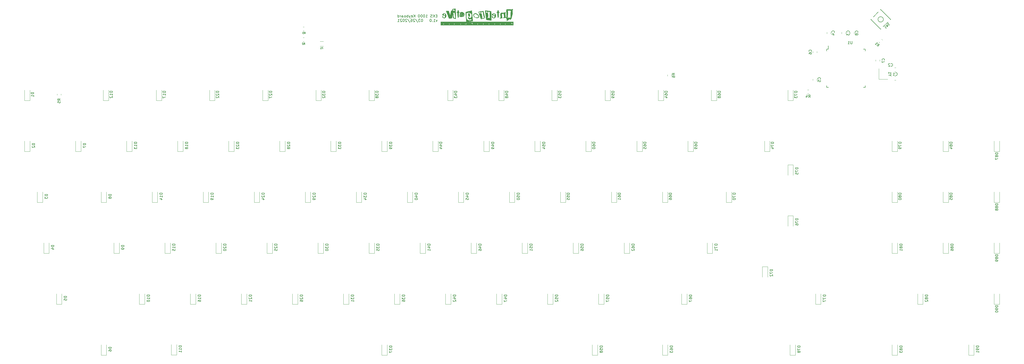
<source format=gbo>
G04 #@! TF.GenerationSoftware,KiCad,Pcbnew,5.1.9*
G04 #@! TF.CreationDate,2021-03-26T15:39:31-04:00*
G04 #@! TF.ProjectId,EKS-1k,454b532d-316b-42e6-9b69-6361645f7063,rev?*
G04 #@! TF.SameCoordinates,Original*
G04 #@! TF.FileFunction,Legend,Bot*
G04 #@! TF.FilePolarity,Positive*
%FSLAX46Y46*%
G04 Gerber Fmt 4.6, Leading zero omitted, Abs format (unit mm)*
G04 Created by KiCad (PCBNEW 5.1.9) date 2021-03-26 15:39:31*
%MOMM*%
%LPD*%
G01*
G04 APERTURE LIST*
%ADD10C,0.150000*%
%ADD11C,0.010000*%
%ADD12C,0.120000*%
%ADD13O,2.700000X1.700000*%
%ADD14C,7.000000*%
%ADD15C,1.750000*%
%ADD16R,1.905000X1.905000*%
%ADD17C,1.905000*%
%ADD18C,2.250000*%
%ADD19C,3.987800*%
%ADD20R,1.200000X1.400000*%
%ADD21R,0.550000X1.500000*%
%ADD22R,1.500000X0.550000*%
%ADD23C,0.100000*%
%ADD24C,3.048000*%
%ADD25R,1.200000X0.900000*%
G04 APERTURE END LIST*
D10*
X173179464Y-4659821D02*
X172846130Y-4659821D01*
X172703273Y-5183630D02*
X173179464Y-5183630D01*
X173179464Y-4183630D01*
X172703273Y-4183630D01*
X172274702Y-5183630D02*
X172274702Y-4183630D01*
X171703273Y-5183630D02*
X172131845Y-4612202D01*
X171703273Y-4183630D02*
X172274702Y-4755059D01*
X171322321Y-5136011D02*
X171179464Y-5183630D01*
X170941369Y-5183630D01*
X170846130Y-5136011D01*
X170798511Y-5088392D01*
X170750892Y-4993154D01*
X170750892Y-4897916D01*
X170798511Y-4802678D01*
X170846130Y-4755059D01*
X170941369Y-4707440D01*
X171131845Y-4659821D01*
X171227083Y-4612202D01*
X171274702Y-4564583D01*
X171322321Y-4469345D01*
X171322321Y-4374107D01*
X171274702Y-4278869D01*
X171227083Y-4231250D01*
X171131845Y-4183630D01*
X170893750Y-4183630D01*
X170750892Y-4231250D01*
X169036607Y-5183630D02*
X169608035Y-5183630D01*
X169322321Y-5183630D02*
X169322321Y-4183630D01*
X169417559Y-4326488D01*
X169512797Y-4421726D01*
X169608035Y-4469345D01*
X168417559Y-4183630D02*
X168322321Y-4183630D01*
X168227083Y-4231250D01*
X168179464Y-4278869D01*
X168131845Y-4374107D01*
X168084226Y-4564583D01*
X168084226Y-4802678D01*
X168131845Y-4993154D01*
X168179464Y-5088392D01*
X168227083Y-5136011D01*
X168322321Y-5183630D01*
X168417559Y-5183630D01*
X168512797Y-5136011D01*
X168560416Y-5088392D01*
X168608035Y-4993154D01*
X168655654Y-4802678D01*
X168655654Y-4564583D01*
X168608035Y-4374107D01*
X168560416Y-4278869D01*
X168512797Y-4231250D01*
X168417559Y-4183630D01*
X167465178Y-4183630D02*
X167369940Y-4183630D01*
X167274702Y-4231250D01*
X167227083Y-4278869D01*
X167179464Y-4374107D01*
X167131845Y-4564583D01*
X167131845Y-4802678D01*
X167179464Y-4993154D01*
X167227083Y-5088392D01*
X167274702Y-5136011D01*
X167369940Y-5183630D01*
X167465178Y-5183630D01*
X167560416Y-5136011D01*
X167608035Y-5088392D01*
X167655654Y-4993154D01*
X167703273Y-4802678D01*
X167703273Y-4564583D01*
X167655654Y-4374107D01*
X167608035Y-4278869D01*
X167560416Y-4231250D01*
X167465178Y-4183630D01*
X166512797Y-4183630D02*
X166417559Y-4183630D01*
X166322321Y-4231250D01*
X166274702Y-4278869D01*
X166227083Y-4374107D01*
X166179464Y-4564583D01*
X166179464Y-4802678D01*
X166227083Y-4993154D01*
X166274702Y-5088392D01*
X166322321Y-5136011D01*
X166417559Y-5183630D01*
X166512797Y-5183630D01*
X166608035Y-5136011D01*
X166655654Y-5088392D01*
X166703273Y-4993154D01*
X166750892Y-4802678D01*
X166750892Y-4564583D01*
X166703273Y-4374107D01*
X166655654Y-4278869D01*
X166608035Y-4231250D01*
X166512797Y-4183630D01*
X164988988Y-5183630D02*
X164988988Y-4183630D01*
X164417559Y-5183630D02*
X164846130Y-4612202D01*
X164417559Y-4183630D02*
X164988988Y-4755059D01*
X163608035Y-5136011D02*
X163703273Y-5183630D01*
X163893750Y-5183630D01*
X163988988Y-5136011D01*
X164036607Y-5040773D01*
X164036607Y-4659821D01*
X163988988Y-4564583D01*
X163893750Y-4516964D01*
X163703273Y-4516964D01*
X163608035Y-4564583D01*
X163560416Y-4659821D01*
X163560416Y-4755059D01*
X164036607Y-4850297D01*
X163227083Y-4516964D02*
X162988988Y-5183630D01*
X162750892Y-4516964D02*
X162988988Y-5183630D01*
X163084226Y-5421726D01*
X163131845Y-5469345D01*
X163227083Y-5516964D01*
X162369940Y-5183630D02*
X162369940Y-4183630D01*
X162369940Y-4564583D02*
X162274702Y-4516964D01*
X162084226Y-4516964D01*
X161988988Y-4564583D01*
X161941369Y-4612202D01*
X161893750Y-4707440D01*
X161893750Y-4993154D01*
X161941369Y-5088392D01*
X161988988Y-5136011D01*
X162084226Y-5183630D01*
X162274702Y-5183630D01*
X162369940Y-5136011D01*
X161322321Y-5183630D02*
X161417559Y-5136011D01*
X161465178Y-5088392D01*
X161512797Y-4993154D01*
X161512797Y-4707440D01*
X161465178Y-4612202D01*
X161417559Y-4564583D01*
X161322321Y-4516964D01*
X161179464Y-4516964D01*
X161084226Y-4564583D01*
X161036607Y-4612202D01*
X160988988Y-4707440D01*
X160988988Y-4993154D01*
X161036607Y-5088392D01*
X161084226Y-5136011D01*
X161179464Y-5183630D01*
X161322321Y-5183630D01*
X160131845Y-5183630D02*
X160131845Y-4659821D01*
X160179464Y-4564583D01*
X160274702Y-4516964D01*
X160465178Y-4516964D01*
X160560416Y-4564583D01*
X160131845Y-5136011D02*
X160227083Y-5183630D01*
X160465178Y-5183630D01*
X160560416Y-5136011D01*
X160608035Y-5040773D01*
X160608035Y-4945535D01*
X160560416Y-4850297D01*
X160465178Y-4802678D01*
X160227083Y-4802678D01*
X160131845Y-4755059D01*
X159655654Y-5183630D02*
X159655654Y-4516964D01*
X159655654Y-4707440D02*
X159608035Y-4612202D01*
X159560416Y-4564583D01*
X159465178Y-4516964D01*
X159369940Y-4516964D01*
X158608035Y-5183630D02*
X158608035Y-4183630D01*
X158608035Y-5136011D02*
X158703273Y-5183630D01*
X158893750Y-5183630D01*
X158988988Y-5136011D01*
X159036607Y-5088392D01*
X159084226Y-4993154D01*
X159084226Y-4707440D01*
X159036607Y-4612202D01*
X158988988Y-4564583D01*
X158893750Y-4516964D01*
X158703273Y-4516964D01*
X158608035Y-4564583D01*
X173322321Y-6166964D02*
X173084226Y-6833630D01*
X172846130Y-6166964D01*
X171941369Y-6833630D02*
X172512797Y-6833630D01*
X172227083Y-6833630D02*
X172227083Y-5833630D01*
X172322321Y-5976488D01*
X172417559Y-6071726D01*
X172512797Y-6119345D01*
X171512797Y-6738392D02*
X171465178Y-6786011D01*
X171512797Y-6833630D01*
X171560416Y-6786011D01*
X171512797Y-6738392D01*
X171512797Y-6833630D01*
X170846130Y-5833630D02*
X170750892Y-5833630D01*
X170655654Y-5881250D01*
X170608035Y-5928869D01*
X170560416Y-6024107D01*
X170512797Y-6214583D01*
X170512797Y-6452678D01*
X170560416Y-6643154D01*
X170608035Y-6738392D01*
X170655654Y-6786011D01*
X170750892Y-6833630D01*
X170846130Y-6833630D01*
X170941369Y-6786011D01*
X170988988Y-6738392D01*
X171036607Y-6643154D01*
X171084226Y-6452678D01*
X171084226Y-6214583D01*
X171036607Y-6024107D01*
X170988988Y-5928869D01*
X170941369Y-5881250D01*
X170846130Y-5833630D01*
X167608035Y-5833630D02*
X167512797Y-5833630D01*
X167417559Y-5881250D01*
X167369940Y-5928869D01*
X167322321Y-6024107D01*
X167274702Y-6214583D01*
X167274702Y-6452678D01*
X167322321Y-6643154D01*
X167369940Y-6738392D01*
X167417559Y-6786011D01*
X167512797Y-6833630D01*
X167608035Y-6833630D01*
X167703273Y-6786011D01*
X167750892Y-6738392D01*
X167798511Y-6643154D01*
X167846130Y-6452678D01*
X167846130Y-6214583D01*
X167798511Y-6024107D01*
X167750892Y-5928869D01*
X167703273Y-5881250D01*
X167608035Y-5833630D01*
X166941369Y-5833630D02*
X166322321Y-5833630D01*
X166655654Y-6214583D01*
X166512797Y-6214583D01*
X166417559Y-6262202D01*
X166369940Y-6309821D01*
X166322321Y-6405059D01*
X166322321Y-6643154D01*
X166369940Y-6738392D01*
X166417559Y-6786011D01*
X166512797Y-6833630D01*
X166798511Y-6833630D01*
X166893750Y-6786011D01*
X166941369Y-6738392D01*
X165179464Y-5786011D02*
X166036607Y-7071726D01*
X164893750Y-5928869D02*
X164846130Y-5881250D01*
X164750892Y-5833630D01*
X164512797Y-5833630D01*
X164417559Y-5881250D01*
X164369940Y-5928869D01*
X164322321Y-6024107D01*
X164322321Y-6119345D01*
X164369940Y-6262202D01*
X164941369Y-6833630D01*
X164322321Y-6833630D01*
X163465178Y-5833630D02*
X163655654Y-5833630D01*
X163750892Y-5881250D01*
X163798511Y-5928869D01*
X163893750Y-6071726D01*
X163941369Y-6262202D01*
X163941369Y-6643154D01*
X163893750Y-6738392D01*
X163846130Y-6786011D01*
X163750892Y-6833630D01*
X163560416Y-6833630D01*
X163465178Y-6786011D01*
X163417559Y-6738392D01*
X163369940Y-6643154D01*
X163369940Y-6405059D01*
X163417559Y-6309821D01*
X163465178Y-6262202D01*
X163560416Y-6214583D01*
X163750892Y-6214583D01*
X163846130Y-6262202D01*
X163893750Y-6309821D01*
X163941369Y-6405059D01*
X162227083Y-5786011D02*
X163084226Y-7071726D01*
X161941369Y-5928869D02*
X161893750Y-5881250D01*
X161798511Y-5833630D01*
X161560416Y-5833630D01*
X161465178Y-5881250D01*
X161417559Y-5928869D01*
X161369940Y-6024107D01*
X161369940Y-6119345D01*
X161417559Y-6262202D01*
X161988988Y-6833630D01*
X161369940Y-6833630D01*
X160750892Y-5833630D02*
X160655654Y-5833630D01*
X160560416Y-5881250D01*
X160512797Y-5928869D01*
X160465178Y-6024107D01*
X160417559Y-6214583D01*
X160417559Y-6452678D01*
X160465178Y-6643154D01*
X160512797Y-6738392D01*
X160560416Y-6786011D01*
X160655654Y-6833630D01*
X160750892Y-6833630D01*
X160846130Y-6786011D01*
X160893750Y-6738392D01*
X160941369Y-6643154D01*
X160988988Y-6452678D01*
X160988988Y-6214583D01*
X160941369Y-6024107D01*
X160893750Y-5928869D01*
X160846130Y-5881250D01*
X160750892Y-5833630D01*
X160036607Y-5928869D02*
X159988988Y-5881250D01*
X159893750Y-5833630D01*
X159655654Y-5833630D01*
X159560416Y-5881250D01*
X159512797Y-5928869D01*
X159465178Y-6024107D01*
X159465178Y-6119345D01*
X159512797Y-6262202D01*
X160084226Y-6833630D01*
X159465178Y-6833630D01*
X158512797Y-6833630D02*
X159084226Y-6833630D01*
X158798511Y-6833630D02*
X158798511Y-5833630D01*
X158893750Y-5976488D01*
X158988988Y-6071726D01*
X159084226Y-6119345D01*
D11*
G04 #@! TO.C,G1*
G36*
X182726282Y-3535846D02*
G01*
X182732824Y-3585587D01*
X182753002Y-3642501D01*
X182782982Y-3660915D01*
X182819468Y-3639054D01*
X182823468Y-3634439D01*
X182831424Y-3604836D01*
X182809678Y-3562173D01*
X182796207Y-3544481D01*
X182755845Y-3502956D01*
X182732421Y-3500153D01*
X182726282Y-3535846D01*
G37*
X182726282Y-3535846D02*
X182732824Y-3585587D01*
X182753002Y-3642501D01*
X182782982Y-3660915D01*
X182819468Y-3639054D01*
X182823468Y-3634439D01*
X182831424Y-3604836D01*
X182809678Y-3562173D01*
X182796207Y-3544481D01*
X182755845Y-3502956D01*
X182732421Y-3500153D01*
X182726282Y-3535846D01*
G36*
X182407437Y-4186774D02*
G01*
X182413371Y-4308877D01*
X182423185Y-4396760D01*
X182440078Y-4458531D01*
X182467250Y-4502299D01*
X182507899Y-4536170D01*
X182556107Y-4563584D01*
X182633898Y-4590293D01*
X182706146Y-4581417D01*
X182740376Y-4566396D01*
X182817355Y-4503848D01*
X182866276Y-4411121D01*
X182884363Y-4313586D01*
X182875165Y-4193278D01*
X182830063Y-4094187D01*
X182750705Y-4017983D01*
X182638739Y-3966335D01*
X182518755Y-3942947D01*
X182398301Y-3930515D01*
X182407437Y-4186774D01*
G37*
X182407437Y-4186774D02*
X182413371Y-4308877D01*
X182423185Y-4396760D01*
X182440078Y-4458531D01*
X182467250Y-4502299D01*
X182507899Y-4536170D01*
X182556107Y-4563584D01*
X182633898Y-4590293D01*
X182706146Y-4581417D01*
X182740376Y-4566396D01*
X182817355Y-4503848D01*
X182866276Y-4411121D01*
X182884363Y-4313586D01*
X182875165Y-4193278D01*
X182830063Y-4094187D01*
X182750705Y-4017983D01*
X182638739Y-3966335D01*
X182518755Y-3942947D01*
X182398301Y-3930515D01*
X182407437Y-4186774D01*
G36*
X182876820Y-4002459D02*
G01*
X182877412Y-4014983D01*
X182906705Y-4048046D01*
X182907050Y-4048414D01*
X182960921Y-4126214D01*
X183000679Y-4221738D01*
X183017493Y-4313332D01*
X183017583Y-4319413D01*
X183001489Y-4409459D01*
X182959604Y-4499020D01*
X182901523Y-4567884D01*
X182898482Y-4570331D01*
X182862890Y-4602125D01*
X182848250Y-4622671D01*
X182864934Y-4636083D01*
X182905507Y-4633857D01*
X182955755Y-4618797D01*
X183001460Y-4593706D01*
X183003635Y-4592032D01*
X183052709Y-4529347D01*
X183083861Y-4440183D01*
X183095673Y-4337047D01*
X183086723Y-4232445D01*
X183055592Y-4138885D01*
X183055182Y-4138084D01*
X183010419Y-4071203D01*
X182957826Y-4021979D01*
X182908674Y-4000696D01*
X182904371Y-4000500D01*
X182876820Y-4002459D01*
G37*
X182876820Y-4002459D02*
X182877412Y-4014983D01*
X182906705Y-4048046D01*
X182907050Y-4048414D01*
X182960921Y-4126214D01*
X183000679Y-4221738D01*
X183017493Y-4313332D01*
X183017583Y-4319413D01*
X183001489Y-4409459D01*
X182959604Y-4499020D01*
X182901523Y-4567884D01*
X182898482Y-4570331D01*
X182862890Y-4602125D01*
X182848250Y-4622671D01*
X182864934Y-4636083D01*
X182905507Y-4633857D01*
X182955755Y-4618797D01*
X183001460Y-4593706D01*
X183003635Y-4592032D01*
X183052709Y-4529347D01*
X183083861Y-4440183D01*
X183095673Y-4337047D01*
X183086723Y-4232445D01*
X183055592Y-4138885D01*
X183055182Y-4138084D01*
X183010419Y-4071203D01*
X182957826Y-4021979D01*
X182908674Y-4000696D01*
X182904371Y-4000500D01*
X182876820Y-4002459D01*
G36*
X182287791Y-3489170D02*
G01*
X182252754Y-3534580D01*
X182218538Y-3595417D01*
X182192873Y-3659533D01*
X182190171Y-3668936D01*
X182180707Y-3733089D01*
X182176291Y-3837002D01*
X182176908Y-3981458D01*
X182181791Y-4147715D01*
X182186812Y-4285990D01*
X182189612Y-4388488D01*
X182189759Y-4461730D01*
X182186820Y-4512234D01*
X182180363Y-4546520D01*
X182169956Y-4571106D01*
X182155165Y-4592513D01*
X182152025Y-4596505D01*
X182121780Y-4637989D01*
X182107571Y-4664058D01*
X182107416Y-4665297D01*
X182124345Y-4676811D01*
X182165819Y-4672820D01*
X182217873Y-4655399D01*
X182236786Y-4646091D01*
X182278958Y-4615967D01*
X182309280Y-4574249D01*
X182329122Y-4514761D01*
X182339850Y-4431324D01*
X182342832Y-4317760D01*
X182339878Y-4180417D01*
X182335959Y-4049023D01*
X182332838Y-3910411D01*
X182330833Y-3781095D01*
X182330259Y-3677709D01*
X182329088Y-3590074D01*
X182325459Y-3520918D01*
X182320002Y-3479314D01*
X182315920Y-3471334D01*
X182287791Y-3489170D01*
G37*
X182287791Y-3489170D02*
X182252754Y-3534580D01*
X182218538Y-3595417D01*
X182192873Y-3659533D01*
X182190171Y-3668936D01*
X182180707Y-3733089D01*
X182176291Y-3837002D01*
X182176908Y-3981458D01*
X182181791Y-4147715D01*
X182186812Y-4285990D01*
X182189612Y-4388488D01*
X182189759Y-4461730D01*
X182186820Y-4512234D01*
X182180363Y-4546520D01*
X182169956Y-4571106D01*
X182155165Y-4592513D01*
X182152025Y-4596505D01*
X182121780Y-4637989D01*
X182107571Y-4664058D01*
X182107416Y-4665297D01*
X182124345Y-4676811D01*
X182165819Y-4672820D01*
X182217873Y-4655399D01*
X182236786Y-4646091D01*
X182278958Y-4615967D01*
X182309280Y-4574249D01*
X182329122Y-4514761D01*
X182339850Y-4431324D01*
X182342832Y-4317760D01*
X182339878Y-4180417D01*
X182335959Y-4049023D01*
X182332838Y-3910411D01*
X182330833Y-3781095D01*
X182330259Y-3677709D01*
X182329088Y-3590074D01*
X182325459Y-3520918D01*
X182320002Y-3479314D01*
X182315920Y-3471334D01*
X182287791Y-3489170D01*
G36*
X184994655Y-3678552D02*
G01*
X184927467Y-3729420D01*
X184879445Y-3815503D01*
X184850032Y-3937867D01*
X184838671Y-4097580D01*
X184838493Y-4127500D01*
X184845427Y-4259228D01*
X184864022Y-4401612D01*
X184891657Y-4541367D01*
X184925708Y-4665202D01*
X184963035Y-4758813D01*
X185025082Y-4852618D01*
X185094773Y-4909430D01*
X185168524Y-4927720D01*
X185242752Y-4905954D01*
X185267638Y-4889018D01*
X185332210Y-4811990D01*
X185378278Y-4697283D01*
X185405713Y-4545357D01*
X185414401Y-4365173D01*
X185403837Y-4161232D01*
X185371488Y-3990832D01*
X185316467Y-3850700D01*
X185246728Y-3747636D01*
X185198195Y-3696065D01*
X185156926Y-3670527D01*
X185106062Y-3662265D01*
X185081565Y-3661834D01*
X184994655Y-3678552D01*
G37*
X184994655Y-3678552D02*
X184927467Y-3729420D01*
X184879445Y-3815503D01*
X184850032Y-3937867D01*
X184838671Y-4097580D01*
X184838493Y-4127500D01*
X184845427Y-4259228D01*
X184864022Y-4401612D01*
X184891657Y-4541367D01*
X184925708Y-4665202D01*
X184963035Y-4758813D01*
X185025082Y-4852618D01*
X185094773Y-4909430D01*
X185168524Y-4927720D01*
X185242752Y-4905954D01*
X185267638Y-4889018D01*
X185332210Y-4811990D01*
X185378278Y-4697283D01*
X185405713Y-4545357D01*
X185414401Y-4365173D01*
X185403837Y-4161232D01*
X185371488Y-3990832D01*
X185316467Y-3850700D01*
X185246728Y-3747636D01*
X185198195Y-3696065D01*
X185156926Y-3670527D01*
X185106062Y-3662265D01*
X185081565Y-3661834D01*
X184994655Y-3678552D01*
G36*
X177239083Y-7493000D02*
G01*
X177768250Y-7493000D01*
X177768250Y-7366000D01*
X177239083Y-7366000D01*
X177239083Y-7493000D01*
G37*
X177239083Y-7493000D02*
X177768250Y-7493000D01*
X177768250Y-7366000D01*
X177239083Y-7366000D01*
X177239083Y-7493000D01*
G36*
X187822416Y-7768167D02*
G01*
X188224583Y-7768167D01*
X188224583Y-7493000D01*
X188288083Y-7493000D01*
X188333060Y-7487755D01*
X188349638Y-7463015D01*
X188351583Y-7429500D01*
X188351583Y-7366000D01*
X187822416Y-7366000D01*
X187822416Y-7768167D01*
G37*
X187822416Y-7768167D02*
X188224583Y-7768167D01*
X188224583Y-7493000D01*
X188288083Y-7493000D01*
X188333060Y-7487755D01*
X188349638Y-7463015D01*
X188351583Y-7429500D01*
X188351583Y-7366000D01*
X187822416Y-7366000D01*
X187822416Y-7768167D01*
G36*
X192055750Y-7768167D02*
G01*
X192457916Y-7768167D01*
X192457916Y-7493000D01*
X192521416Y-7493000D01*
X192566394Y-7487755D01*
X192582971Y-7463015D01*
X192584916Y-7429500D01*
X192584916Y-7366000D01*
X192055750Y-7366000D01*
X192055750Y-7768167D01*
G37*
X192055750Y-7768167D02*
X192457916Y-7768167D01*
X192457916Y-7493000D01*
X192521416Y-7493000D01*
X192566394Y-7487755D01*
X192582971Y-7463015D01*
X192584916Y-7429500D01*
X192584916Y-7366000D01*
X192055750Y-7366000D01*
X192055750Y-7768167D01*
G36*
X183589083Y-7620000D02*
G01*
X183991250Y-7620000D01*
X183991250Y-7556500D01*
X183996495Y-7511523D01*
X184021235Y-7494946D01*
X184054750Y-7493000D01*
X184099727Y-7487755D01*
X184116304Y-7463015D01*
X184118250Y-7429500D01*
X184118250Y-7366000D01*
X183589083Y-7366000D01*
X183589083Y-7620000D01*
G37*
X183589083Y-7620000D02*
X183991250Y-7620000D01*
X183991250Y-7556500D01*
X183996495Y-7511523D01*
X184021235Y-7494946D01*
X184054750Y-7493000D01*
X184099727Y-7487755D01*
X184116304Y-7463015D01*
X184118250Y-7429500D01*
X184118250Y-7366000D01*
X183589083Y-7366000D01*
X183589083Y-7620000D01*
G36*
X182321694Y-3176218D02*
G01*
X182151527Y-3218715D01*
X182006525Y-3289861D01*
X181877726Y-3394876D01*
X181802720Y-3478495D01*
X181731086Y-3566584D01*
X181671013Y-4165116D01*
X181651911Y-4362060D01*
X181638171Y-4519447D01*
X181629648Y-4639695D01*
X181626196Y-4725219D01*
X181627669Y-4778437D01*
X181632709Y-4800116D01*
X181662263Y-4828260D01*
X181717679Y-4865401D01*
X181778848Y-4899246D01*
X181835667Y-4926273D01*
X181886125Y-4944498D01*
X181941298Y-4955904D01*
X182012262Y-4962478D01*
X182110091Y-4966204D01*
X182158776Y-4967332D01*
X182297297Y-4966884D01*
X182429226Y-4960326D01*
X182539192Y-4948541D01*
X182566609Y-4943929D01*
X182733522Y-4905725D01*
X182897965Y-4856165D01*
X183043891Y-4800373D01*
X183102957Y-4772725D01*
X183168985Y-4731814D01*
X183232307Y-4680352D01*
X183283009Y-4627828D01*
X183311178Y-4583737D01*
X183313916Y-4570724D01*
X183315764Y-4544185D01*
X183320878Y-4482890D01*
X183328616Y-4394233D01*
X183338334Y-4285611D01*
X183340970Y-4256643D01*
X183220792Y-4256643D01*
X183220691Y-4387246D01*
X183183689Y-4498572D01*
X183111985Y-4587574D01*
X183007777Y-4651201D01*
X182916157Y-4679116D01*
X182816907Y-4692779D01*
X182727813Y-4686674D01*
X182633978Y-4658228D01*
X182537763Y-4613747D01*
X182470716Y-4580740D01*
X182430260Y-4565949D01*
X182405668Y-4567601D01*
X182386215Y-4583925D01*
X182382583Y-4588107D01*
X182298885Y-4667284D01*
X182210890Y-4709530D01*
X182124678Y-4720167D01*
X182049779Y-4714005D01*
X181983126Y-4698481D01*
X181963490Y-4690307D01*
X181884166Y-4632509D01*
X181809276Y-4549814D01*
X181760942Y-4473203D01*
X181742334Y-4426457D01*
X181737609Y-4377592D01*
X181745891Y-4309918D01*
X181750925Y-4282703D01*
X181770778Y-4196093D01*
X181789249Y-4147458D01*
X181805492Y-4138167D01*
X181818663Y-4169590D01*
X181819186Y-4172064D01*
X181851932Y-4323821D01*
X181880323Y-4437452D01*
X181905988Y-4516739D01*
X181930558Y-4565463D01*
X181955662Y-4587408D01*
X181982929Y-4586353D01*
X181995052Y-4580189D01*
X182008180Y-4568884D01*
X182017931Y-4549584D01*
X182024800Y-4516547D01*
X182029281Y-4464032D01*
X182031867Y-4386298D01*
X182033053Y-4277603D01*
X182033333Y-4135418D01*
X182033528Y-3991254D01*
X182034585Y-3882510D01*
X182037215Y-3802270D01*
X182042127Y-3743623D01*
X182050032Y-3699652D01*
X182061639Y-3663446D01*
X182077659Y-3628089D01*
X182087406Y-3608841D01*
X182168055Y-3492982D01*
X182270351Y-3410350D01*
X182387929Y-3362573D01*
X182514425Y-3351279D01*
X182643473Y-3378092D01*
X182758292Y-3437346D01*
X182823327Y-3491010D01*
X182879615Y-3552882D01*
X182898987Y-3581514D01*
X182920710Y-3621600D01*
X182928562Y-3651015D01*
X182917638Y-3676336D01*
X182883032Y-3704135D01*
X182819837Y-3740988D01*
X182752812Y-3777397D01*
X182671667Y-3814733D01*
X182620806Y-3822530D01*
X182600154Y-3800754D01*
X182609636Y-3749371D01*
X182623002Y-3718078D01*
X182654712Y-3616942D01*
X182648481Y-3529420D01*
X182605795Y-3459788D01*
X182554944Y-3423754D01*
X182503201Y-3407871D01*
X182501162Y-3407834D01*
X182447869Y-3421104D01*
X182411498Y-3463407D01*
X182390337Y-3538480D01*
X182382677Y-3650063D01*
X182382583Y-3666997D01*
X182383233Y-3742879D01*
X182389480Y-3796340D01*
X182407769Y-3832325D01*
X182444547Y-3855778D01*
X182506259Y-3871642D01*
X182599352Y-3884862D01*
X182678916Y-3894281D01*
X182859843Y-3926564D01*
X183003216Y-3976887D01*
X183110106Y-4045966D01*
X183181588Y-4134519D01*
X183218734Y-4243263D01*
X183220792Y-4256643D01*
X183340970Y-4256643D01*
X183346319Y-4197868D01*
X183378722Y-3844206D01*
X183277528Y-3697240D01*
X183131227Y-3511302D01*
X182975884Y-3364633D01*
X182812605Y-3257837D01*
X182642497Y-3191517D01*
X182466669Y-3166277D01*
X182321694Y-3176218D01*
G37*
X182321694Y-3176218D02*
X182151527Y-3218715D01*
X182006525Y-3289861D01*
X181877726Y-3394876D01*
X181802720Y-3478495D01*
X181731086Y-3566584D01*
X181671013Y-4165116D01*
X181651911Y-4362060D01*
X181638171Y-4519447D01*
X181629648Y-4639695D01*
X181626196Y-4725219D01*
X181627669Y-4778437D01*
X181632709Y-4800116D01*
X181662263Y-4828260D01*
X181717679Y-4865401D01*
X181778848Y-4899246D01*
X181835667Y-4926273D01*
X181886125Y-4944498D01*
X181941298Y-4955904D01*
X182012262Y-4962478D01*
X182110091Y-4966204D01*
X182158776Y-4967332D01*
X182297297Y-4966884D01*
X182429226Y-4960326D01*
X182539192Y-4948541D01*
X182566609Y-4943929D01*
X182733522Y-4905725D01*
X182897965Y-4856165D01*
X183043891Y-4800373D01*
X183102957Y-4772725D01*
X183168985Y-4731814D01*
X183232307Y-4680352D01*
X183283009Y-4627828D01*
X183311178Y-4583737D01*
X183313916Y-4570724D01*
X183315764Y-4544185D01*
X183320878Y-4482890D01*
X183328616Y-4394233D01*
X183338334Y-4285611D01*
X183340970Y-4256643D01*
X183220792Y-4256643D01*
X183220691Y-4387246D01*
X183183689Y-4498572D01*
X183111985Y-4587574D01*
X183007777Y-4651201D01*
X182916157Y-4679116D01*
X182816907Y-4692779D01*
X182727813Y-4686674D01*
X182633978Y-4658228D01*
X182537763Y-4613747D01*
X182470716Y-4580740D01*
X182430260Y-4565949D01*
X182405668Y-4567601D01*
X182386215Y-4583925D01*
X182382583Y-4588107D01*
X182298885Y-4667284D01*
X182210890Y-4709530D01*
X182124678Y-4720167D01*
X182049779Y-4714005D01*
X181983126Y-4698481D01*
X181963490Y-4690307D01*
X181884166Y-4632509D01*
X181809276Y-4549814D01*
X181760942Y-4473203D01*
X181742334Y-4426457D01*
X181737609Y-4377592D01*
X181745891Y-4309918D01*
X181750925Y-4282703D01*
X181770778Y-4196093D01*
X181789249Y-4147458D01*
X181805492Y-4138167D01*
X181818663Y-4169590D01*
X181819186Y-4172064D01*
X181851932Y-4323821D01*
X181880323Y-4437452D01*
X181905988Y-4516739D01*
X181930558Y-4565463D01*
X181955662Y-4587408D01*
X181982929Y-4586353D01*
X181995052Y-4580189D01*
X182008180Y-4568884D01*
X182017931Y-4549584D01*
X182024800Y-4516547D01*
X182029281Y-4464032D01*
X182031867Y-4386298D01*
X182033053Y-4277603D01*
X182033333Y-4135418D01*
X182033528Y-3991254D01*
X182034585Y-3882510D01*
X182037215Y-3802270D01*
X182042127Y-3743623D01*
X182050032Y-3699652D01*
X182061639Y-3663446D01*
X182077659Y-3628089D01*
X182087406Y-3608841D01*
X182168055Y-3492982D01*
X182270351Y-3410350D01*
X182387929Y-3362573D01*
X182514425Y-3351279D01*
X182643473Y-3378092D01*
X182758292Y-3437346D01*
X182823327Y-3491010D01*
X182879615Y-3552882D01*
X182898987Y-3581514D01*
X182920710Y-3621600D01*
X182928562Y-3651015D01*
X182917638Y-3676336D01*
X182883032Y-3704135D01*
X182819837Y-3740988D01*
X182752812Y-3777397D01*
X182671667Y-3814733D01*
X182620806Y-3822530D01*
X182600154Y-3800754D01*
X182609636Y-3749371D01*
X182623002Y-3718078D01*
X182654712Y-3616942D01*
X182648481Y-3529420D01*
X182605795Y-3459788D01*
X182554944Y-3423754D01*
X182503201Y-3407871D01*
X182501162Y-3407834D01*
X182447869Y-3421104D01*
X182411498Y-3463407D01*
X182390337Y-3538480D01*
X182382677Y-3650063D01*
X182382583Y-3666997D01*
X182383233Y-3742879D01*
X182389480Y-3796340D01*
X182407769Y-3832325D01*
X182444547Y-3855778D01*
X182506259Y-3871642D01*
X182599352Y-3884862D01*
X182678916Y-3894281D01*
X182859843Y-3926564D01*
X183003216Y-3976887D01*
X183110106Y-4045966D01*
X183181588Y-4134519D01*
X183218734Y-4243263D01*
X183220792Y-4256643D01*
X183340970Y-4256643D01*
X183346319Y-4197868D01*
X183378722Y-3844206D01*
X183277528Y-3697240D01*
X183131227Y-3511302D01*
X182975884Y-3364633D01*
X182812605Y-3257837D01*
X182642497Y-3191517D01*
X182466669Y-3166277D01*
X182321694Y-3176218D01*
G36*
X180977160Y-2542867D02*
G01*
X180945062Y-2560559D01*
X180922070Y-2584425D01*
X180906188Y-2621655D01*
X180895424Y-2679441D01*
X180887781Y-2764974D01*
X180881267Y-2885446D01*
X180881088Y-2889250D01*
X180869166Y-3143250D01*
X180755747Y-3154637D01*
X180668920Y-3170929D01*
X180618588Y-3199486D01*
X180612872Y-3206308D01*
X180588818Y-3268685D01*
X180585900Y-3347197D01*
X180603682Y-3421551D01*
X180618048Y-3447858D01*
X180650313Y-3477758D01*
X180697747Y-3489092D01*
X180769223Y-3482688D01*
X180837416Y-3468307D01*
X180845510Y-3470652D01*
X180852285Y-3484338D01*
X180857930Y-3513044D01*
X180862632Y-3560449D01*
X180866577Y-3630235D01*
X180869952Y-3726080D01*
X180872945Y-3851665D01*
X180875742Y-4010669D01*
X180878530Y-4206773D01*
X180879750Y-4301562D01*
X180882486Y-4512601D01*
X180885029Y-4685374D01*
X180887623Y-4823946D01*
X180890511Y-4932380D01*
X180893939Y-5014742D01*
X180898150Y-5075097D01*
X180903387Y-5117508D01*
X180909897Y-5146042D01*
X180917921Y-5164762D01*
X180927706Y-5177733D01*
X180932666Y-5182701D01*
X181004962Y-5226537D01*
X181086312Y-5236766D01*
X181129399Y-5226638D01*
X181156080Y-5213941D01*
X181178088Y-5196050D01*
X181195868Y-5169082D01*
X181209869Y-5129156D01*
X181220536Y-5072391D01*
X181228317Y-4994907D01*
X181233657Y-4892822D01*
X181237004Y-4762255D01*
X181238805Y-4599325D01*
X181239505Y-4400151D01*
X181239583Y-4269291D01*
X181239869Y-4090474D01*
X181240683Y-3925223D01*
X181241959Y-3778261D01*
X181243634Y-3654311D01*
X181245642Y-3558094D01*
X181247917Y-3494334D01*
X181250396Y-3467753D01*
X181250630Y-3467342D01*
X181276012Y-3465473D01*
X181326431Y-3474011D01*
X181348013Y-3479340D01*
X181404756Y-3491709D01*
X181439994Y-3486153D01*
X181472514Y-3457742D01*
X181485133Y-3443345D01*
X181524936Y-3370896D01*
X181534945Y-3290258D01*
X181513725Y-3217391D01*
X181506461Y-3206308D01*
X181462447Y-3175281D01*
X181382774Y-3156822D01*
X181363586Y-3154637D01*
X181250166Y-3143250D01*
X181239583Y-2882090D01*
X181234761Y-2772700D01*
X181229512Y-2697248D01*
X181221959Y-2647363D01*
X181210227Y-2614674D01*
X181192440Y-2590810D01*
X181169611Y-2569881D01*
X181102672Y-2527688D01*
X181035702Y-2523064D01*
X180977160Y-2542867D01*
G37*
X180977160Y-2542867D02*
X180945062Y-2560559D01*
X180922070Y-2584425D01*
X180906188Y-2621655D01*
X180895424Y-2679441D01*
X180887781Y-2764974D01*
X180881267Y-2885446D01*
X180881088Y-2889250D01*
X180869166Y-3143250D01*
X180755747Y-3154637D01*
X180668920Y-3170929D01*
X180618588Y-3199486D01*
X180612872Y-3206308D01*
X180588818Y-3268685D01*
X180585900Y-3347197D01*
X180603682Y-3421551D01*
X180618048Y-3447858D01*
X180650313Y-3477758D01*
X180697747Y-3489092D01*
X180769223Y-3482688D01*
X180837416Y-3468307D01*
X180845510Y-3470652D01*
X180852285Y-3484338D01*
X180857930Y-3513044D01*
X180862632Y-3560449D01*
X180866577Y-3630235D01*
X180869952Y-3726080D01*
X180872945Y-3851665D01*
X180875742Y-4010669D01*
X180878530Y-4206773D01*
X180879750Y-4301562D01*
X180882486Y-4512601D01*
X180885029Y-4685374D01*
X180887623Y-4823946D01*
X180890511Y-4932380D01*
X180893939Y-5014742D01*
X180898150Y-5075097D01*
X180903387Y-5117508D01*
X180909897Y-5146042D01*
X180917921Y-5164762D01*
X180927706Y-5177733D01*
X180932666Y-5182701D01*
X181004962Y-5226537D01*
X181086312Y-5236766D01*
X181129399Y-5226638D01*
X181156080Y-5213941D01*
X181178088Y-5196050D01*
X181195868Y-5169082D01*
X181209869Y-5129156D01*
X181220536Y-5072391D01*
X181228317Y-4994907D01*
X181233657Y-4892822D01*
X181237004Y-4762255D01*
X181238805Y-4599325D01*
X181239505Y-4400151D01*
X181239583Y-4269291D01*
X181239869Y-4090474D01*
X181240683Y-3925223D01*
X181241959Y-3778261D01*
X181243634Y-3654311D01*
X181245642Y-3558094D01*
X181247917Y-3494334D01*
X181250396Y-3467753D01*
X181250630Y-3467342D01*
X181276012Y-3465473D01*
X181326431Y-3474011D01*
X181348013Y-3479340D01*
X181404756Y-3491709D01*
X181439994Y-3486153D01*
X181472514Y-3457742D01*
X181485133Y-3443345D01*
X181524936Y-3370896D01*
X181534945Y-3290258D01*
X181513725Y-3217391D01*
X181506461Y-3206308D01*
X181462447Y-3175281D01*
X181382774Y-3156822D01*
X181363586Y-3154637D01*
X181250166Y-3143250D01*
X181239583Y-2882090D01*
X181234761Y-2772700D01*
X181229512Y-2697248D01*
X181221959Y-2647363D01*
X181210227Y-2614674D01*
X181192440Y-2590810D01*
X181169611Y-2569881D01*
X181102672Y-2527688D01*
X181035702Y-2523064D01*
X180977160Y-2542867D01*
G36*
X195878494Y-2542867D02*
G01*
X195846395Y-2560559D01*
X195823403Y-2584425D01*
X195807522Y-2621655D01*
X195796757Y-2679441D01*
X195789115Y-2764974D01*
X195782600Y-2885446D01*
X195782421Y-2889250D01*
X195770500Y-3143250D01*
X195657081Y-3154637D01*
X195570254Y-3170929D01*
X195519922Y-3199486D01*
X195514206Y-3206308D01*
X195490152Y-3268685D01*
X195487233Y-3347197D01*
X195505016Y-3421551D01*
X195519381Y-3447858D01*
X195551647Y-3477758D01*
X195599081Y-3489092D01*
X195670556Y-3482688D01*
X195738750Y-3468307D01*
X195746843Y-3470652D01*
X195753619Y-3484338D01*
X195759264Y-3513044D01*
X195763965Y-3560449D01*
X195767910Y-3630235D01*
X195771286Y-3726080D01*
X195774278Y-3851665D01*
X195777075Y-4010669D01*
X195779864Y-4206773D01*
X195781083Y-4301562D01*
X195783819Y-4512601D01*
X195786362Y-4685374D01*
X195788956Y-4823946D01*
X195791845Y-4932380D01*
X195795272Y-5014742D01*
X195799483Y-5075097D01*
X195804721Y-5117508D01*
X195811230Y-5146042D01*
X195819255Y-5164762D01*
X195829039Y-5177733D01*
X195834000Y-5182701D01*
X195906296Y-5226537D01*
X195987646Y-5236766D01*
X196030732Y-5226638D01*
X196057413Y-5213941D01*
X196079421Y-5196050D01*
X196097202Y-5169082D01*
X196111202Y-5129156D01*
X196121870Y-5072391D01*
X196129650Y-4994907D01*
X196134991Y-4892822D01*
X196138338Y-4762255D01*
X196140138Y-4599325D01*
X196140838Y-4400151D01*
X196140916Y-4269291D01*
X196141202Y-4090474D01*
X196142016Y-3925223D01*
X196143293Y-3778261D01*
X196144968Y-3654311D01*
X196146975Y-3558094D01*
X196149251Y-3494334D01*
X196151729Y-3467753D01*
X196151963Y-3467342D01*
X196177345Y-3465473D01*
X196227764Y-3474011D01*
X196249346Y-3479340D01*
X196306089Y-3491709D01*
X196341327Y-3486153D01*
X196373847Y-3457742D01*
X196386466Y-3443345D01*
X196426269Y-3370896D01*
X196436279Y-3290258D01*
X196415059Y-3217391D01*
X196407794Y-3206308D01*
X196363780Y-3175281D01*
X196284107Y-3156822D01*
X196264919Y-3154637D01*
X196151500Y-3143250D01*
X196140916Y-2882090D01*
X196136095Y-2772700D01*
X196130845Y-2697248D01*
X196123293Y-2647363D01*
X196111561Y-2614674D01*
X196093773Y-2590810D01*
X196070945Y-2569881D01*
X196004005Y-2527688D01*
X195937035Y-2523064D01*
X195878494Y-2542867D01*
G37*
X195878494Y-2542867D02*
X195846395Y-2560559D01*
X195823403Y-2584425D01*
X195807522Y-2621655D01*
X195796757Y-2679441D01*
X195789115Y-2764974D01*
X195782600Y-2885446D01*
X195782421Y-2889250D01*
X195770500Y-3143250D01*
X195657081Y-3154637D01*
X195570254Y-3170929D01*
X195519922Y-3199486D01*
X195514206Y-3206308D01*
X195490152Y-3268685D01*
X195487233Y-3347197D01*
X195505016Y-3421551D01*
X195519381Y-3447858D01*
X195551647Y-3477758D01*
X195599081Y-3489092D01*
X195670556Y-3482688D01*
X195738750Y-3468307D01*
X195746843Y-3470652D01*
X195753619Y-3484338D01*
X195759264Y-3513044D01*
X195763965Y-3560449D01*
X195767910Y-3630235D01*
X195771286Y-3726080D01*
X195774278Y-3851665D01*
X195777075Y-4010669D01*
X195779864Y-4206773D01*
X195781083Y-4301562D01*
X195783819Y-4512601D01*
X195786362Y-4685374D01*
X195788956Y-4823946D01*
X195791845Y-4932380D01*
X195795272Y-5014742D01*
X195799483Y-5075097D01*
X195804721Y-5117508D01*
X195811230Y-5146042D01*
X195819255Y-5164762D01*
X195829039Y-5177733D01*
X195834000Y-5182701D01*
X195906296Y-5226537D01*
X195987646Y-5236766D01*
X196030732Y-5226638D01*
X196057413Y-5213941D01*
X196079421Y-5196050D01*
X196097202Y-5169082D01*
X196111202Y-5129156D01*
X196121870Y-5072391D01*
X196129650Y-4994907D01*
X196134991Y-4892822D01*
X196138338Y-4762255D01*
X196140138Y-4599325D01*
X196140838Y-4400151D01*
X196140916Y-4269291D01*
X196141202Y-4090474D01*
X196142016Y-3925223D01*
X196143293Y-3778261D01*
X196144968Y-3654311D01*
X196146975Y-3558094D01*
X196149251Y-3494334D01*
X196151729Y-3467753D01*
X196151963Y-3467342D01*
X196177345Y-3465473D01*
X196227764Y-3474011D01*
X196249346Y-3479340D01*
X196306089Y-3491709D01*
X196341327Y-3486153D01*
X196373847Y-3457742D01*
X196386466Y-3443345D01*
X196426269Y-3370896D01*
X196436279Y-3290258D01*
X196415059Y-3217391D01*
X196407794Y-3206308D01*
X196363780Y-3175281D01*
X196284107Y-3156822D01*
X196264919Y-3154637D01*
X196151500Y-3143250D01*
X196140916Y-2882090D01*
X196136095Y-2772700D01*
X196130845Y-2697248D01*
X196123293Y-2647363D01*
X196111561Y-2614674D01*
X196093773Y-2590810D01*
X196070945Y-2569881D01*
X196004005Y-2527688D01*
X195937035Y-2523064D01*
X195878494Y-2542867D01*
G36*
X187348089Y-3584084D02*
G01*
X187321594Y-3603536D01*
X187335598Y-3624700D01*
X187388376Y-3646262D01*
X187449611Y-3661338D01*
X187611566Y-3710880D01*
X187783735Y-3791415D01*
X187958256Y-3896863D01*
X188127271Y-4021139D01*
X188282919Y-4158162D01*
X188417339Y-4301849D01*
X188522672Y-4446118D01*
X188566284Y-4525442D01*
X188604987Y-4614893D01*
X188625605Y-4690580D01*
X188633185Y-4774195D01*
X188633696Y-4815251D01*
X188625076Y-4937940D01*
X188596212Y-5031898D01*
X188542285Y-5107819D01*
X188476752Y-5163560D01*
X188397402Y-5209681D01*
X188302586Y-5241669D01*
X188184697Y-5261106D01*
X188036125Y-5269578D01*
X187964250Y-5270249D01*
X187735697Y-5253656D01*
X187533468Y-5204626D01*
X187358069Y-5123436D01*
X187210005Y-5010366D01*
X187089779Y-4865692D01*
X187025676Y-4752514D01*
X186987070Y-4666170D01*
X186965497Y-4595544D01*
X186956256Y-4520043D01*
X186954583Y-4441100D01*
X186969880Y-4269437D01*
X187013915Y-4120567D01*
X187083901Y-3997586D01*
X187177052Y-3903588D01*
X187290584Y-3841671D01*
X187421710Y-3814930D01*
X187515313Y-3817908D01*
X187646538Y-3847811D01*
X187775218Y-3907928D01*
X187906574Y-4001415D01*
X188045825Y-4131430D01*
X188062645Y-4148934D01*
X188155019Y-4242446D01*
X188223820Y-4303465D01*
X188271079Y-4333214D01*
X188298826Y-4332913D01*
X188309092Y-4303784D01*
X188309250Y-4297294D01*
X188291062Y-4247684D01*
X188240658Y-4184934D01*
X188164283Y-4113601D01*
X188068176Y-4038240D01*
X187958582Y-3963408D01*
X187841742Y-3893661D01*
X187723898Y-3833555D01*
X187611293Y-3787647D01*
X187610750Y-3787459D01*
X187438075Y-3745571D01*
X187276832Y-3741386D01*
X187130360Y-3773695D01*
X187001997Y-3841289D01*
X186895080Y-3942956D01*
X186813435Y-4076423D01*
X186786318Y-4141074D01*
X186771006Y-4197620D01*
X186765196Y-4261355D01*
X186766584Y-4347575D01*
X186767970Y-4378260D01*
X186775076Y-4477963D01*
X186787917Y-4552782D01*
X186810909Y-4620144D01*
X186848471Y-4697479D01*
X186849271Y-4699000D01*
X186925425Y-4816929D01*
X187028641Y-4939632D01*
X187147159Y-5055007D01*
X187269219Y-5150948D01*
X187319471Y-5182982D01*
X187398212Y-5223971D01*
X187498668Y-5269121D01*
X187602095Y-5310134D01*
X187626387Y-5318827D01*
X187706904Y-5345537D01*
X187776224Y-5364079D01*
X187846098Y-5376188D01*
X187928280Y-5383596D01*
X188034521Y-5388035D01*
X188108166Y-5389855D01*
X188222722Y-5390682D01*
X188327703Y-5388428D01*
X188412961Y-5383516D01*
X188468345Y-5376371D01*
X188475631Y-5374506D01*
X188582605Y-5328082D01*
X188682517Y-5260244D01*
X188765264Y-5179809D01*
X188820744Y-5095593D01*
X188833131Y-5062494D01*
X188841206Y-5012415D01*
X188846777Y-4936915D01*
X188848591Y-4857750D01*
X188845244Y-4769545D01*
X188832307Y-4700304D01*
X188804569Y-4629690D01*
X188775384Y-4572000D01*
X188706138Y-4464582D01*
X188607767Y-4344361D01*
X188488112Y-4219163D01*
X188355016Y-4096816D01*
X188216318Y-3985147D01*
X188118917Y-3916750D01*
X187973397Y-3826389D01*
X187829926Y-3746450D01*
X187694129Y-3679360D01*
X187571633Y-3627547D01*
X187468061Y-3593437D01*
X187389038Y-3579460D01*
X187348089Y-3584084D01*
G37*
X187348089Y-3584084D02*
X187321594Y-3603536D01*
X187335598Y-3624700D01*
X187388376Y-3646262D01*
X187449611Y-3661338D01*
X187611566Y-3710880D01*
X187783735Y-3791415D01*
X187958256Y-3896863D01*
X188127271Y-4021139D01*
X188282919Y-4158162D01*
X188417339Y-4301849D01*
X188522672Y-4446118D01*
X188566284Y-4525442D01*
X188604987Y-4614893D01*
X188625605Y-4690580D01*
X188633185Y-4774195D01*
X188633696Y-4815251D01*
X188625076Y-4937940D01*
X188596212Y-5031898D01*
X188542285Y-5107819D01*
X188476752Y-5163560D01*
X188397402Y-5209681D01*
X188302586Y-5241669D01*
X188184697Y-5261106D01*
X188036125Y-5269578D01*
X187964250Y-5270249D01*
X187735697Y-5253656D01*
X187533468Y-5204626D01*
X187358069Y-5123436D01*
X187210005Y-5010366D01*
X187089779Y-4865692D01*
X187025676Y-4752514D01*
X186987070Y-4666170D01*
X186965497Y-4595544D01*
X186956256Y-4520043D01*
X186954583Y-4441100D01*
X186969880Y-4269437D01*
X187013915Y-4120567D01*
X187083901Y-3997586D01*
X187177052Y-3903588D01*
X187290584Y-3841671D01*
X187421710Y-3814930D01*
X187515313Y-3817908D01*
X187646538Y-3847811D01*
X187775218Y-3907928D01*
X187906574Y-4001415D01*
X188045825Y-4131430D01*
X188062645Y-4148934D01*
X188155019Y-4242446D01*
X188223820Y-4303465D01*
X188271079Y-4333214D01*
X188298826Y-4332913D01*
X188309092Y-4303784D01*
X188309250Y-4297294D01*
X188291062Y-4247684D01*
X188240658Y-4184934D01*
X188164283Y-4113601D01*
X188068176Y-4038240D01*
X187958582Y-3963408D01*
X187841742Y-3893661D01*
X187723898Y-3833555D01*
X187611293Y-3787647D01*
X187610750Y-3787459D01*
X187438075Y-3745571D01*
X187276832Y-3741386D01*
X187130360Y-3773695D01*
X187001997Y-3841289D01*
X186895080Y-3942956D01*
X186813435Y-4076423D01*
X186786318Y-4141074D01*
X186771006Y-4197620D01*
X186765196Y-4261355D01*
X186766584Y-4347575D01*
X186767970Y-4378260D01*
X186775076Y-4477963D01*
X186787917Y-4552782D01*
X186810909Y-4620144D01*
X186848471Y-4697479D01*
X186849271Y-4699000D01*
X186925425Y-4816929D01*
X187028641Y-4939632D01*
X187147159Y-5055007D01*
X187269219Y-5150948D01*
X187319471Y-5182982D01*
X187398212Y-5223971D01*
X187498668Y-5269121D01*
X187602095Y-5310134D01*
X187626387Y-5318827D01*
X187706904Y-5345537D01*
X187776224Y-5364079D01*
X187846098Y-5376188D01*
X187928280Y-5383596D01*
X188034521Y-5388035D01*
X188108166Y-5389855D01*
X188222722Y-5390682D01*
X188327703Y-5388428D01*
X188412961Y-5383516D01*
X188468345Y-5376371D01*
X188475631Y-5374506D01*
X188582605Y-5328082D01*
X188682517Y-5260244D01*
X188765264Y-5179809D01*
X188820744Y-5095593D01*
X188833131Y-5062494D01*
X188841206Y-5012415D01*
X188846777Y-4936915D01*
X188848591Y-4857750D01*
X188845244Y-4769545D01*
X188832307Y-4700304D01*
X188804569Y-4629690D01*
X188775384Y-4572000D01*
X188706138Y-4464582D01*
X188607767Y-4344361D01*
X188488112Y-4219163D01*
X188355016Y-4096816D01*
X188216318Y-3985147D01*
X188118917Y-3916750D01*
X187973397Y-3826389D01*
X187829926Y-3746450D01*
X187694129Y-3679360D01*
X187571633Y-3627547D01*
X187468061Y-3593437D01*
X187389038Y-3579460D01*
X187348089Y-3584084D01*
G36*
X175756207Y-3695600D02*
G01*
X175687739Y-3702071D01*
X175632963Y-3716319D01*
X175577578Y-3741299D01*
X175548810Y-3756738D01*
X175405619Y-3858333D01*
X175294463Y-3987472D01*
X175215919Y-4143370D01*
X175183957Y-4252661D01*
X175173327Y-4318791D01*
X175179390Y-4358443D01*
X175190792Y-4374280D01*
X175224050Y-4387133D01*
X175299024Y-4401233D01*
X175415116Y-4416494D01*
X175571730Y-4432834D01*
X175669195Y-4441748D01*
X175803720Y-4454524D01*
X175924401Y-4467782D01*
X176024700Y-4480659D01*
X176098079Y-4492288D01*
X176138000Y-4501806D01*
X176142776Y-4504393D01*
X176150591Y-4534862D01*
X176152371Y-4597925D01*
X176148958Y-4684405D01*
X176141195Y-4785126D01*
X176129923Y-4890910D01*
X176115984Y-4992580D01*
X176100221Y-5080960D01*
X176083963Y-5145374D01*
X176031399Y-5254572D01*
X175955641Y-5328393D01*
X175856761Y-5366773D01*
X175826594Y-5371005D01*
X175719907Y-5371518D01*
X175637229Y-5347499D01*
X175574961Y-5295171D01*
X175529507Y-5210757D01*
X175497268Y-5090479D01*
X175484431Y-5011781D01*
X175467160Y-4915213D01*
X175442400Y-4853868D01*
X175402272Y-4820634D01*
X175338901Y-4808404D01*
X175260051Y-4809251D01*
X175189891Y-4813731D01*
X175152725Y-4821516D01*
X175139232Y-4837191D01*
X175140093Y-4865344D01*
X175140477Y-4868089D01*
X175166334Y-4969729D01*
X175212230Y-5080470D01*
X175269256Y-5181004D01*
X175308411Y-5232107D01*
X175426095Y-5336007D01*
X175566252Y-5409475D01*
X175707388Y-5450652D01*
X175802857Y-5469499D01*
X175871516Y-5477931D01*
X175927575Y-5475994D01*
X175985244Y-5463735D01*
X176025721Y-5451698D01*
X176173809Y-5384109D01*
X176306619Y-5282273D01*
X176420578Y-5152629D01*
X176512115Y-5001612D01*
X176577655Y-4835659D01*
X176613626Y-4661208D01*
X176616455Y-4484695D01*
X176605974Y-4406365D01*
X176552130Y-4211854D01*
X176530379Y-4168026D01*
X176197120Y-4168026D01*
X176196367Y-4182224D01*
X176190031Y-4260054D01*
X176181756Y-4322054D01*
X176173292Y-4355245D01*
X176172979Y-4355782D01*
X176141980Y-4369298D01*
X176078629Y-4370276D01*
X176058452Y-4368425D01*
X175986872Y-4361108D01*
X175892676Y-4352162D01*
X175795439Y-4343441D01*
X175789166Y-4342900D01*
X175619833Y-4328315D01*
X175624728Y-4233199D01*
X175632738Y-4107718D01*
X175643341Y-4015805D01*
X175658809Y-3948695D01*
X175681413Y-3897623D01*
X175713425Y-3853827D01*
X175726908Y-3838980D01*
X175771113Y-3795203D01*
X175807846Y-3773662D01*
X175854318Y-3768297D01*
X175916747Y-3772127D01*
X176028119Y-3794725D01*
X176110169Y-3843160D01*
X176164571Y-3919886D01*
X176192996Y-4027356D01*
X176197120Y-4168026D01*
X176530379Y-4168026D01*
X176467807Y-4041950D01*
X176355217Y-3899956D01*
X176216573Y-3789175D01*
X176177067Y-3766182D01*
X176108696Y-3730904D01*
X176053220Y-3709393D01*
X175995642Y-3698312D01*
X175920965Y-3694320D01*
X175852666Y-3693951D01*
X175756207Y-3695600D01*
G37*
X175756207Y-3695600D02*
X175687739Y-3702071D01*
X175632963Y-3716319D01*
X175577578Y-3741299D01*
X175548810Y-3756738D01*
X175405619Y-3858333D01*
X175294463Y-3987472D01*
X175215919Y-4143370D01*
X175183957Y-4252661D01*
X175173327Y-4318791D01*
X175179390Y-4358443D01*
X175190792Y-4374280D01*
X175224050Y-4387133D01*
X175299024Y-4401233D01*
X175415116Y-4416494D01*
X175571730Y-4432834D01*
X175669195Y-4441748D01*
X175803720Y-4454524D01*
X175924401Y-4467782D01*
X176024700Y-4480659D01*
X176098079Y-4492288D01*
X176138000Y-4501806D01*
X176142776Y-4504393D01*
X176150591Y-4534862D01*
X176152371Y-4597925D01*
X176148958Y-4684405D01*
X176141195Y-4785126D01*
X176129923Y-4890910D01*
X176115984Y-4992580D01*
X176100221Y-5080960D01*
X176083963Y-5145374D01*
X176031399Y-5254572D01*
X175955641Y-5328393D01*
X175856761Y-5366773D01*
X175826594Y-5371005D01*
X175719907Y-5371518D01*
X175637229Y-5347499D01*
X175574961Y-5295171D01*
X175529507Y-5210757D01*
X175497268Y-5090479D01*
X175484431Y-5011781D01*
X175467160Y-4915213D01*
X175442400Y-4853868D01*
X175402272Y-4820634D01*
X175338901Y-4808404D01*
X175260051Y-4809251D01*
X175189891Y-4813731D01*
X175152725Y-4821516D01*
X175139232Y-4837191D01*
X175140093Y-4865344D01*
X175140477Y-4868089D01*
X175166334Y-4969729D01*
X175212230Y-5080470D01*
X175269256Y-5181004D01*
X175308411Y-5232107D01*
X175426095Y-5336007D01*
X175566252Y-5409475D01*
X175707388Y-5450652D01*
X175802857Y-5469499D01*
X175871516Y-5477931D01*
X175927575Y-5475994D01*
X175985244Y-5463735D01*
X176025721Y-5451698D01*
X176173809Y-5384109D01*
X176306619Y-5282273D01*
X176420578Y-5152629D01*
X176512115Y-5001612D01*
X176577655Y-4835659D01*
X176613626Y-4661208D01*
X176616455Y-4484695D01*
X176605974Y-4406365D01*
X176552130Y-4211854D01*
X176530379Y-4168026D01*
X176197120Y-4168026D01*
X176196367Y-4182224D01*
X176190031Y-4260054D01*
X176181756Y-4322054D01*
X176173292Y-4355245D01*
X176172979Y-4355782D01*
X176141980Y-4369298D01*
X176078629Y-4370276D01*
X176058452Y-4368425D01*
X175986872Y-4361108D01*
X175892676Y-4352162D01*
X175795439Y-4343441D01*
X175789166Y-4342900D01*
X175619833Y-4328315D01*
X175624728Y-4233199D01*
X175632738Y-4107718D01*
X175643341Y-4015805D01*
X175658809Y-3948695D01*
X175681413Y-3897623D01*
X175713425Y-3853827D01*
X175726908Y-3838980D01*
X175771113Y-3795203D01*
X175807846Y-3773662D01*
X175854318Y-3768297D01*
X175916747Y-3772127D01*
X176028119Y-3794725D01*
X176110169Y-3843160D01*
X176164571Y-3919886D01*
X176192996Y-4027356D01*
X176197120Y-4168026D01*
X176530379Y-4168026D01*
X176467807Y-4041950D01*
X176355217Y-3899956D01*
X176216573Y-3789175D01*
X176177067Y-3766182D01*
X176108696Y-3730904D01*
X176053220Y-3709393D01*
X175995642Y-3698312D01*
X175920965Y-3694320D01*
X175852666Y-3693951D01*
X175756207Y-3695600D01*
G36*
X194277065Y-3695597D02*
G01*
X194208614Y-3702063D01*
X194153836Y-3716309D01*
X194098422Y-3741297D01*
X194069391Y-3756876D01*
X193928890Y-3857683D01*
X193817313Y-3987873D01*
X193737367Y-4143593D01*
X193697572Y-4286250D01*
X193694031Y-4339645D01*
X193702047Y-4375079D01*
X193729336Y-4386110D01*
X193796644Y-4398832D01*
X193901707Y-4412932D01*
X194042256Y-4428098D01*
X194179476Y-4440854D01*
X194315586Y-4453721D01*
X194437892Y-4467045D01*
X194539939Y-4479978D01*
X194615273Y-4491674D01*
X194657439Y-4501285D01*
X194663576Y-4504360D01*
X194671404Y-4534843D01*
X194673195Y-4597920D01*
X194669791Y-4684414D01*
X194662032Y-4785148D01*
X194650761Y-4890944D01*
X194636818Y-4992627D01*
X194621046Y-5081018D01*
X194604797Y-5145374D01*
X194552232Y-5254572D01*
X194476474Y-5328393D01*
X194377594Y-5366773D01*
X194347427Y-5371005D01*
X194240740Y-5371518D01*
X194158062Y-5347499D01*
X194095794Y-5295171D01*
X194050340Y-5210757D01*
X194018101Y-5090479D01*
X194005264Y-5011781D01*
X193987994Y-4915213D01*
X193963233Y-4853868D01*
X193923105Y-4820634D01*
X193859734Y-4808404D01*
X193780884Y-4809251D01*
X193710724Y-4813731D01*
X193673558Y-4821516D01*
X193660066Y-4837191D01*
X193660927Y-4865344D01*
X193661310Y-4868089D01*
X193687168Y-4969729D01*
X193733063Y-5080470D01*
X193790089Y-5181004D01*
X193829245Y-5232107D01*
X193946929Y-5336007D01*
X194087085Y-5409475D01*
X194228221Y-5450652D01*
X194323690Y-5469499D01*
X194392349Y-5477931D01*
X194448408Y-5475994D01*
X194506078Y-5463735D01*
X194546555Y-5451698D01*
X194694642Y-5384109D01*
X194827452Y-5282273D01*
X194941412Y-5152629D01*
X195032948Y-5001612D01*
X195098489Y-4835659D01*
X195134460Y-4661208D01*
X195137288Y-4484695D01*
X195126807Y-4406365D01*
X195072963Y-4211854D01*
X195051212Y-4168026D01*
X194717953Y-4168026D01*
X194717200Y-4182224D01*
X194710864Y-4260054D01*
X194702589Y-4322054D01*
X194694126Y-4355245D01*
X194693813Y-4355782D01*
X194662813Y-4369298D01*
X194599462Y-4370276D01*
X194579285Y-4368425D01*
X194507705Y-4361108D01*
X194413510Y-4352162D01*
X194316272Y-4343441D01*
X194310000Y-4342900D01*
X194140666Y-4328315D01*
X194145561Y-4233199D01*
X194153571Y-4107718D01*
X194164174Y-4015805D01*
X194179642Y-3948695D01*
X194202246Y-3897623D01*
X194234258Y-3853827D01*
X194247741Y-3838980D01*
X194291947Y-3795203D01*
X194328679Y-3773662D01*
X194375151Y-3768297D01*
X194437580Y-3772127D01*
X194548953Y-3794725D01*
X194631003Y-3843160D01*
X194685404Y-3919886D01*
X194713830Y-4027356D01*
X194717953Y-4168026D01*
X195051212Y-4168026D01*
X194988640Y-4041950D01*
X194876051Y-3899956D01*
X194737407Y-3789175D01*
X194697900Y-3766182D01*
X194629530Y-3730904D01*
X194574054Y-3709393D01*
X194516476Y-3698312D01*
X194441798Y-3694320D01*
X194373500Y-3693951D01*
X194277065Y-3695597D01*
G37*
X194277065Y-3695597D02*
X194208614Y-3702063D01*
X194153836Y-3716309D01*
X194098422Y-3741297D01*
X194069391Y-3756876D01*
X193928890Y-3857683D01*
X193817313Y-3987873D01*
X193737367Y-4143593D01*
X193697572Y-4286250D01*
X193694031Y-4339645D01*
X193702047Y-4375079D01*
X193729336Y-4386110D01*
X193796644Y-4398832D01*
X193901707Y-4412932D01*
X194042256Y-4428098D01*
X194179476Y-4440854D01*
X194315586Y-4453721D01*
X194437892Y-4467045D01*
X194539939Y-4479978D01*
X194615273Y-4491674D01*
X194657439Y-4501285D01*
X194663576Y-4504360D01*
X194671404Y-4534843D01*
X194673195Y-4597920D01*
X194669791Y-4684414D01*
X194662032Y-4785148D01*
X194650761Y-4890944D01*
X194636818Y-4992627D01*
X194621046Y-5081018D01*
X194604797Y-5145374D01*
X194552232Y-5254572D01*
X194476474Y-5328393D01*
X194377594Y-5366773D01*
X194347427Y-5371005D01*
X194240740Y-5371518D01*
X194158062Y-5347499D01*
X194095794Y-5295171D01*
X194050340Y-5210757D01*
X194018101Y-5090479D01*
X194005264Y-5011781D01*
X193987994Y-4915213D01*
X193963233Y-4853868D01*
X193923105Y-4820634D01*
X193859734Y-4808404D01*
X193780884Y-4809251D01*
X193710724Y-4813731D01*
X193673558Y-4821516D01*
X193660066Y-4837191D01*
X193660927Y-4865344D01*
X193661310Y-4868089D01*
X193687168Y-4969729D01*
X193733063Y-5080470D01*
X193790089Y-5181004D01*
X193829245Y-5232107D01*
X193946929Y-5336007D01*
X194087085Y-5409475D01*
X194228221Y-5450652D01*
X194323690Y-5469499D01*
X194392349Y-5477931D01*
X194448408Y-5475994D01*
X194506078Y-5463735D01*
X194546555Y-5451698D01*
X194694642Y-5384109D01*
X194827452Y-5282273D01*
X194941412Y-5152629D01*
X195032948Y-5001612D01*
X195098489Y-4835659D01*
X195134460Y-4661208D01*
X195137288Y-4484695D01*
X195126807Y-4406365D01*
X195072963Y-4211854D01*
X195051212Y-4168026D01*
X194717953Y-4168026D01*
X194717200Y-4182224D01*
X194710864Y-4260054D01*
X194702589Y-4322054D01*
X194694126Y-4355245D01*
X194693813Y-4355782D01*
X194662813Y-4369298D01*
X194599462Y-4370276D01*
X194579285Y-4368425D01*
X194507705Y-4361108D01*
X194413510Y-4352162D01*
X194316272Y-4343441D01*
X194310000Y-4342900D01*
X194140666Y-4328315D01*
X194145561Y-4233199D01*
X194153571Y-4107718D01*
X194164174Y-4015805D01*
X194179642Y-3948695D01*
X194202246Y-3897623D01*
X194234258Y-3853827D01*
X194247741Y-3838980D01*
X194291947Y-3795203D01*
X194328679Y-3773662D01*
X194375151Y-3768297D01*
X194437580Y-3772127D01*
X194548953Y-3794725D01*
X194631003Y-3843160D01*
X194685404Y-3919886D01*
X194713830Y-4027356D01*
X194717953Y-4168026D01*
X195051212Y-4168026D01*
X194988640Y-4041950D01*
X194876051Y-3899956D01*
X194737407Y-3789175D01*
X194697900Y-3766182D01*
X194629530Y-3730904D01*
X194574054Y-3709393D01*
X194516476Y-3698312D01*
X194441798Y-3694320D01*
X194373500Y-3693951D01*
X194277065Y-3695597D01*
G36*
X179996783Y-1927218D02*
G01*
X179909009Y-1938187D01*
X179799297Y-1953490D01*
X179674224Y-1972072D01*
X179540364Y-1992880D01*
X179404295Y-2014857D01*
X179272590Y-2036949D01*
X179151827Y-2058101D01*
X179048580Y-2077259D01*
X178969425Y-2093368D01*
X178920937Y-2105373D01*
X178909088Y-2110362D01*
X178905208Y-2137384D01*
X178908563Y-2196820D01*
X178918352Y-2279520D01*
X178931027Y-2360662D01*
X178945805Y-2455368D01*
X178955288Y-2534489D01*
X178958568Y-2588910D01*
X178955780Y-2608959D01*
X178929580Y-2617075D01*
X178870541Y-2626555D01*
X178788071Y-2636089D01*
X178713260Y-2642740D01*
X178618325Y-2651808D01*
X178538793Y-2662504D01*
X178484349Y-2673336D01*
X178465596Y-2680854D01*
X178457667Y-2705392D01*
X178443297Y-2767246D01*
X178423350Y-2862034D01*
X178398693Y-2985374D01*
X178370193Y-3132885D01*
X178338714Y-3300184D01*
X178305122Y-3482891D01*
X178284047Y-3599573D01*
X178249929Y-3788937D01*
X178217909Y-3965123D01*
X178188788Y-4123827D01*
X178163370Y-4260742D01*
X178142458Y-4371564D01*
X178126854Y-4451987D01*
X178117360Y-4497706D01*
X178114895Y-4506736D01*
X178100399Y-4506736D01*
X178092660Y-4485395D01*
X178073184Y-4427961D01*
X178043346Y-4338594D01*
X178004523Y-4221453D01*
X177958091Y-4080697D01*
X177905425Y-3920485D01*
X177847902Y-3744975D01*
X177810332Y-3630084D01*
X177750217Y-3446711D01*
X177693770Y-3275705D01*
X177642412Y-3121287D01*
X177597564Y-2987678D01*
X177560649Y-2879097D01*
X177533086Y-2799766D01*
X177516299Y-2753904D01*
X177511955Y-2744164D01*
X177487425Y-2740343D01*
X177428297Y-2740035D01*
X177342114Y-2742712D01*
X177236418Y-2747846D01*
X177118752Y-2754910D01*
X176996657Y-2763375D01*
X176877676Y-2772713D01*
X176769352Y-2782396D01*
X176679226Y-2791896D01*
X176614841Y-2800686D01*
X176583740Y-2808237D01*
X176582405Y-2809238D01*
X176587998Y-2830498D01*
X176607683Y-2887238D01*
X176639952Y-2975583D01*
X176683296Y-3091659D01*
X176736208Y-3231591D01*
X176797179Y-3391504D01*
X176864701Y-3567523D01*
X176937266Y-3755775D01*
X177013365Y-3952385D01*
X177091491Y-4153478D01*
X177170136Y-4355180D01*
X177247790Y-4553616D01*
X177322947Y-4744911D01*
X177394097Y-4925191D01*
X177459732Y-5090582D01*
X177518345Y-5237209D01*
X177568427Y-5361197D01*
X177608470Y-5458672D01*
X177636966Y-5525759D01*
X177652406Y-5558584D01*
X177652966Y-5559508D01*
X177662868Y-5569668D01*
X177681200Y-5576697D01*
X177713065Y-5580568D01*
X177763571Y-5581256D01*
X177837823Y-5578732D01*
X177940927Y-5572972D01*
X178077988Y-5563948D01*
X178181362Y-5556766D01*
X178323658Y-5546242D01*
X178451630Y-5535766D01*
X178559310Y-5525908D01*
X178640732Y-5517239D01*
X178689931Y-5510331D01*
X178701935Y-5506932D01*
X178709451Y-5483899D01*
X178725507Y-5424060D01*
X178749012Y-5331832D01*
X178778872Y-5211634D01*
X178813993Y-5067881D01*
X178853284Y-4904991D01*
X178895650Y-4727380D01*
X178913602Y-4651559D01*
X178956825Y-4469847D01*
X178997411Y-4301610D01*
X179034275Y-4151170D01*
X179066330Y-4022849D01*
X179092493Y-3920969D01*
X179111679Y-3849850D01*
X179122803Y-3813817D01*
X179124815Y-3810184D01*
X179128632Y-3830359D01*
X179132923Y-3887239D01*
X179137519Y-3975201D01*
X179142254Y-4088620D01*
X179146960Y-4221874D01*
X179151468Y-4369340D01*
X179155610Y-4525392D01*
X179159220Y-4684409D01*
X179162129Y-4840766D01*
X179164170Y-4988840D01*
X179165174Y-5123008D01*
X179165250Y-5165509D01*
X179166848Y-5292300D01*
X179171864Y-5380528D01*
X179180633Y-5433848D01*
X179191708Y-5454789D01*
X179220806Y-5467343D01*
X179282760Y-5488134D01*
X179369483Y-5514631D01*
X179472890Y-5544305D01*
X179514500Y-5555785D01*
X179639246Y-5589874D01*
X179767123Y-5624908D01*
X179884064Y-5657027D01*
X179976003Y-5682373D01*
X179985138Y-5684901D01*
X180065201Y-5704750D01*
X180128731Y-5716155D01*
X180165679Y-5717487D01*
X180170682Y-5714975D01*
X180172299Y-5690910D01*
X180172797Y-5628303D01*
X180172264Y-5530832D01*
X180170950Y-5416358D01*
X180004348Y-5416358D01*
X180003358Y-5431606D01*
X179986314Y-5451648D01*
X179949461Y-5455588D01*
X179900745Y-5448985D01*
X179837385Y-5440274D01*
X179748136Y-5430961D01*
X179649380Y-5422701D01*
X179620333Y-5420674D01*
X179529084Y-5413691D01*
X179471937Y-5405887D01*
X179440689Y-5394966D01*
X179427133Y-5378631D01*
X179424142Y-5365750D01*
X179420789Y-5336207D01*
X179413543Y-5269149D01*
X179402889Y-5169170D01*
X179389313Y-5040862D01*
X179373298Y-4888817D01*
X179355332Y-4717628D01*
X179335898Y-4531887D01*
X179324828Y-4425842D01*
X179304507Y-4235381D01*
X179284715Y-4058095D01*
X179266009Y-3898389D01*
X179248944Y-3760668D01*
X179234077Y-3649337D01*
X179221965Y-3568801D01*
X179213162Y-3523464D01*
X179209828Y-3515054D01*
X179200740Y-3489356D01*
X179198316Y-3439775D01*
X179201843Y-3384113D01*
X179210612Y-3340172D01*
X179217311Y-3327550D01*
X179238169Y-3333339D01*
X179285364Y-3356322D01*
X179349078Y-3391676D01*
X179355299Y-3395307D01*
X179458267Y-3447238D01*
X179541930Y-3467976D01*
X179615003Y-3458060D01*
X179686200Y-3418030D01*
X179688917Y-3415974D01*
X179742969Y-3382486D01*
X179777396Y-3377717D01*
X179781355Y-3380472D01*
X179787782Y-3405179D01*
X179797747Y-3466999D01*
X179810707Y-3560908D01*
X179826118Y-3681884D01*
X179843436Y-3824903D01*
X179862119Y-3984943D01*
X179881621Y-4156979D01*
X179901400Y-4335990D01*
X179920912Y-4516951D01*
X179939614Y-4694840D01*
X179956960Y-4864634D01*
X179972409Y-5021309D01*
X179985416Y-5159842D01*
X179995437Y-5275210D01*
X180001929Y-5362390D01*
X180004348Y-5416358D01*
X180170950Y-5416358D01*
X180170787Y-5402172D01*
X180168456Y-5246001D01*
X180165357Y-5065997D01*
X180161577Y-4865836D01*
X180157206Y-4649196D01*
X180152330Y-4419753D01*
X180147036Y-4181185D01*
X180141414Y-3937168D01*
X180135551Y-3691381D01*
X180129533Y-3447500D01*
X180123450Y-3209202D01*
X180117388Y-2980164D01*
X180111436Y-2764063D01*
X180107574Y-2630168D01*
X179748781Y-2630168D01*
X179721820Y-2723127D01*
X179667954Y-2798371D01*
X179590961Y-2849514D01*
X179494617Y-2870171D01*
X179440416Y-2867079D01*
X179382532Y-2858051D01*
X179345995Y-2850834D01*
X179340237Y-2848827D01*
X179342178Y-2827623D01*
X179353317Y-2781520D01*
X179356112Y-2771571D01*
X179374816Y-2697336D01*
X179373567Y-2653668D01*
X179345882Y-2631718D01*
X179285278Y-2622639D01*
X179245336Y-2620385D01*
X179172977Y-2615759D01*
X179131643Y-2606985D01*
X179110047Y-2588555D01*
X179096901Y-2554959D01*
X179094534Y-2546781D01*
X179085598Y-2447687D01*
X179110510Y-2351757D01*
X179163527Y-2269242D01*
X179238903Y-2210394D01*
X179294321Y-2190295D01*
X179394492Y-2188485D01*
X179498312Y-2220960D01*
X179595445Y-2282052D01*
X179675555Y-2366088D01*
X179706882Y-2416640D01*
X179745061Y-2525877D01*
X179748781Y-2630168D01*
X180107574Y-2630168D01*
X180105681Y-2564577D01*
X180100210Y-2385383D01*
X180095112Y-2230158D01*
X180090475Y-2102578D01*
X180086385Y-2006321D01*
X180082931Y-1945065D01*
X180080219Y-1922502D01*
X180056045Y-1921638D01*
X179996783Y-1927218D01*
G37*
X179996783Y-1927218D02*
X179909009Y-1938187D01*
X179799297Y-1953490D01*
X179674224Y-1972072D01*
X179540364Y-1992880D01*
X179404295Y-2014857D01*
X179272590Y-2036949D01*
X179151827Y-2058101D01*
X179048580Y-2077259D01*
X178969425Y-2093368D01*
X178920937Y-2105373D01*
X178909088Y-2110362D01*
X178905208Y-2137384D01*
X178908563Y-2196820D01*
X178918352Y-2279520D01*
X178931027Y-2360662D01*
X178945805Y-2455368D01*
X178955288Y-2534489D01*
X178958568Y-2588910D01*
X178955780Y-2608959D01*
X178929580Y-2617075D01*
X178870541Y-2626555D01*
X178788071Y-2636089D01*
X178713260Y-2642740D01*
X178618325Y-2651808D01*
X178538793Y-2662504D01*
X178484349Y-2673336D01*
X178465596Y-2680854D01*
X178457667Y-2705392D01*
X178443297Y-2767246D01*
X178423350Y-2862034D01*
X178398693Y-2985374D01*
X178370193Y-3132885D01*
X178338714Y-3300184D01*
X178305122Y-3482891D01*
X178284047Y-3599573D01*
X178249929Y-3788937D01*
X178217909Y-3965123D01*
X178188788Y-4123827D01*
X178163370Y-4260742D01*
X178142458Y-4371564D01*
X178126854Y-4451987D01*
X178117360Y-4497706D01*
X178114895Y-4506736D01*
X178100399Y-4506736D01*
X178092660Y-4485395D01*
X178073184Y-4427961D01*
X178043346Y-4338594D01*
X178004523Y-4221453D01*
X177958091Y-4080697D01*
X177905425Y-3920485D01*
X177847902Y-3744975D01*
X177810332Y-3630084D01*
X177750217Y-3446711D01*
X177693770Y-3275705D01*
X177642412Y-3121287D01*
X177597564Y-2987678D01*
X177560649Y-2879097D01*
X177533086Y-2799766D01*
X177516299Y-2753904D01*
X177511955Y-2744164D01*
X177487425Y-2740343D01*
X177428297Y-2740035D01*
X177342114Y-2742712D01*
X177236418Y-2747846D01*
X177118752Y-2754910D01*
X176996657Y-2763375D01*
X176877676Y-2772713D01*
X176769352Y-2782396D01*
X176679226Y-2791896D01*
X176614841Y-2800686D01*
X176583740Y-2808237D01*
X176582405Y-2809238D01*
X176587998Y-2830498D01*
X176607683Y-2887238D01*
X176639952Y-2975583D01*
X176683296Y-3091659D01*
X176736208Y-3231591D01*
X176797179Y-3391504D01*
X176864701Y-3567523D01*
X176937266Y-3755775D01*
X177013365Y-3952385D01*
X177091491Y-4153478D01*
X177170136Y-4355180D01*
X177247790Y-4553616D01*
X177322947Y-4744911D01*
X177394097Y-4925191D01*
X177459732Y-5090582D01*
X177518345Y-5237209D01*
X177568427Y-5361197D01*
X177608470Y-5458672D01*
X177636966Y-5525759D01*
X177652406Y-5558584D01*
X177652966Y-5559508D01*
X177662868Y-5569668D01*
X177681200Y-5576697D01*
X177713065Y-5580568D01*
X177763571Y-5581256D01*
X177837823Y-5578732D01*
X177940927Y-5572972D01*
X178077988Y-5563948D01*
X178181362Y-5556766D01*
X178323658Y-5546242D01*
X178451630Y-5535766D01*
X178559310Y-5525908D01*
X178640732Y-5517239D01*
X178689931Y-5510331D01*
X178701935Y-5506932D01*
X178709451Y-5483899D01*
X178725507Y-5424060D01*
X178749012Y-5331832D01*
X178778872Y-5211634D01*
X178813993Y-5067881D01*
X178853284Y-4904991D01*
X178895650Y-4727380D01*
X178913602Y-4651559D01*
X178956825Y-4469847D01*
X178997411Y-4301610D01*
X179034275Y-4151170D01*
X179066330Y-4022849D01*
X179092493Y-3920969D01*
X179111679Y-3849850D01*
X179122803Y-3813817D01*
X179124815Y-3810184D01*
X179128632Y-3830359D01*
X179132923Y-3887239D01*
X179137519Y-3975201D01*
X179142254Y-4088620D01*
X179146960Y-4221874D01*
X179151468Y-4369340D01*
X179155610Y-4525392D01*
X179159220Y-4684409D01*
X179162129Y-4840766D01*
X179164170Y-4988840D01*
X179165174Y-5123008D01*
X179165250Y-5165509D01*
X179166848Y-5292300D01*
X179171864Y-5380528D01*
X179180633Y-5433848D01*
X179191708Y-5454789D01*
X179220806Y-5467343D01*
X179282760Y-5488134D01*
X179369483Y-5514631D01*
X179472890Y-5544305D01*
X179514500Y-5555785D01*
X179639246Y-5589874D01*
X179767123Y-5624908D01*
X179884064Y-5657027D01*
X179976003Y-5682373D01*
X179985138Y-5684901D01*
X180065201Y-5704750D01*
X180128731Y-5716155D01*
X180165679Y-5717487D01*
X180170682Y-5714975D01*
X180172299Y-5690910D01*
X180172797Y-5628303D01*
X180172264Y-5530832D01*
X180170950Y-5416358D01*
X180004348Y-5416358D01*
X180003358Y-5431606D01*
X179986314Y-5451648D01*
X179949461Y-5455588D01*
X179900745Y-5448985D01*
X179837385Y-5440274D01*
X179748136Y-5430961D01*
X179649380Y-5422701D01*
X179620333Y-5420674D01*
X179529084Y-5413691D01*
X179471937Y-5405887D01*
X179440689Y-5394966D01*
X179427133Y-5378631D01*
X179424142Y-5365750D01*
X179420789Y-5336207D01*
X179413543Y-5269149D01*
X179402889Y-5169170D01*
X179389313Y-5040862D01*
X179373298Y-4888817D01*
X179355332Y-4717628D01*
X179335898Y-4531887D01*
X179324828Y-4425842D01*
X179304507Y-4235381D01*
X179284715Y-4058095D01*
X179266009Y-3898389D01*
X179248944Y-3760668D01*
X179234077Y-3649337D01*
X179221965Y-3568801D01*
X179213162Y-3523464D01*
X179209828Y-3515054D01*
X179200740Y-3489356D01*
X179198316Y-3439775D01*
X179201843Y-3384113D01*
X179210612Y-3340172D01*
X179217311Y-3327550D01*
X179238169Y-3333339D01*
X179285364Y-3356322D01*
X179349078Y-3391676D01*
X179355299Y-3395307D01*
X179458267Y-3447238D01*
X179541930Y-3467976D01*
X179615003Y-3458060D01*
X179686200Y-3418030D01*
X179688917Y-3415974D01*
X179742969Y-3382486D01*
X179777396Y-3377717D01*
X179781355Y-3380472D01*
X179787782Y-3405179D01*
X179797747Y-3466999D01*
X179810707Y-3560908D01*
X179826118Y-3681884D01*
X179843436Y-3824903D01*
X179862119Y-3984943D01*
X179881621Y-4156979D01*
X179901400Y-4335990D01*
X179920912Y-4516951D01*
X179939614Y-4694840D01*
X179956960Y-4864634D01*
X179972409Y-5021309D01*
X179985416Y-5159842D01*
X179995437Y-5275210D01*
X180001929Y-5362390D01*
X180004348Y-5416358D01*
X180170950Y-5416358D01*
X180170787Y-5402172D01*
X180168456Y-5246001D01*
X180165357Y-5065997D01*
X180161577Y-4865836D01*
X180157206Y-4649196D01*
X180152330Y-4419753D01*
X180147036Y-4181185D01*
X180141414Y-3937168D01*
X180135551Y-3691381D01*
X180129533Y-3447500D01*
X180123450Y-3209202D01*
X180117388Y-2980164D01*
X180111436Y-2764063D01*
X180107574Y-2630168D01*
X179748781Y-2630168D01*
X179721820Y-2723127D01*
X179667954Y-2798371D01*
X179590961Y-2849514D01*
X179494617Y-2870171D01*
X179440416Y-2867079D01*
X179382532Y-2858051D01*
X179345995Y-2850834D01*
X179340237Y-2848827D01*
X179342178Y-2827623D01*
X179353317Y-2781520D01*
X179356112Y-2771571D01*
X179374816Y-2697336D01*
X179373567Y-2653668D01*
X179345882Y-2631718D01*
X179285278Y-2622639D01*
X179245336Y-2620385D01*
X179172977Y-2615759D01*
X179131643Y-2606985D01*
X179110047Y-2588555D01*
X179096901Y-2554959D01*
X179094534Y-2546781D01*
X179085598Y-2447687D01*
X179110510Y-2351757D01*
X179163527Y-2269242D01*
X179238903Y-2210394D01*
X179294321Y-2190295D01*
X179394492Y-2188485D01*
X179498312Y-2220960D01*
X179595445Y-2282052D01*
X179675555Y-2366088D01*
X179706882Y-2416640D01*
X179745061Y-2525877D01*
X179748781Y-2630168D01*
X180107574Y-2630168D01*
X180105681Y-2564577D01*
X180100210Y-2385383D01*
X180095112Y-2230158D01*
X180090475Y-2102578D01*
X180086385Y-2006321D01*
X180082931Y-1945065D01*
X180080219Y-1922502D01*
X180056045Y-1921638D01*
X179996783Y-1927218D01*
G36*
X190387378Y-2826373D02*
G01*
X190377643Y-2827418D01*
X190316750Y-2835582D01*
X190225050Y-2849973D01*
X190107915Y-2869588D01*
X189970716Y-2893425D01*
X189818826Y-2920480D01*
X189657616Y-2949750D01*
X189492458Y-2980232D01*
X189328723Y-3010924D01*
X189171783Y-3040822D01*
X189027010Y-3068923D01*
X188899776Y-3094225D01*
X188795452Y-3115724D01*
X188719411Y-3132417D01*
X188677023Y-3143301D01*
X188670137Y-3146241D01*
X188674518Y-3168398D01*
X188691965Y-3226306D01*
X188721049Y-3315943D01*
X188760343Y-3433286D01*
X188808417Y-3574313D01*
X188863844Y-3735000D01*
X188925195Y-3911323D01*
X188991043Y-4099262D01*
X189059957Y-4294791D01*
X189130511Y-4493890D01*
X189201277Y-4692533D01*
X189270824Y-4886700D01*
X189337727Y-5072366D01*
X189400555Y-5245509D01*
X189457881Y-5402106D01*
X189508276Y-5538134D01*
X189550313Y-5649570D01*
X189582563Y-5732392D01*
X189603597Y-5782575D01*
X189611000Y-5796244D01*
X189637367Y-5796407D01*
X189701983Y-5785371D01*
X189802429Y-5763690D01*
X189936287Y-5731920D01*
X190101136Y-5690616D01*
X190294559Y-5640334D01*
X190325193Y-5632236D01*
X190490116Y-5588118D01*
X190642144Y-5546620D01*
X190776383Y-5509142D01*
X190887940Y-5477085D01*
X190971920Y-5451849D01*
X191023429Y-5434833D01*
X191037748Y-5428373D01*
X191036078Y-5405743D01*
X191026581Y-5345963D01*
X191022177Y-5321176D01*
X190990622Y-5321176D01*
X190963331Y-5340864D01*
X190900717Y-5360330D01*
X190824297Y-5375114D01*
X190691605Y-5397854D01*
X190539955Y-5426908D01*
X190382416Y-5459509D01*
X190232055Y-5492891D01*
X190101943Y-5524288D01*
X190034333Y-5542344D01*
X189927617Y-5570193D01*
X189851709Y-5582858D01*
X189797841Y-5580176D01*
X189757240Y-5561983D01*
X189728889Y-5536650D01*
X189696211Y-5490089D01*
X189702131Y-5457393D01*
X189748148Y-5434658D01*
X189770206Y-5429150D01*
X189891813Y-5388288D01*
X189977259Y-5326306D01*
X190027854Y-5241780D01*
X190044908Y-5133283D01*
X190044916Y-5130568D01*
X190040559Y-5080763D01*
X190028522Y-4998123D01*
X190010358Y-4890471D01*
X189987621Y-4765629D01*
X189961863Y-4631420D01*
X189934639Y-4495666D01*
X189907500Y-4366190D01*
X189882001Y-4250816D01*
X189859694Y-4157364D01*
X189842132Y-4093659D01*
X189835258Y-4074584D01*
X189816952Y-4029228D01*
X189792599Y-3964234D01*
X189782199Y-3935314D01*
X189728164Y-3819229D01*
X189658280Y-3722952D01*
X189578270Y-3650371D01*
X189493858Y-3605373D01*
X189410767Y-3591845D01*
X189334720Y-3613676D01*
X189321335Y-3622288D01*
X189280641Y-3662152D01*
X189261891Y-3701992D01*
X189261750Y-3704863D01*
X189243148Y-3746793D01*
X189197574Y-3778472D01*
X189148630Y-3788834D01*
X189121370Y-3774731D01*
X189072209Y-3736617D01*
X189008807Y-3680782D01*
X188956739Y-3631276D01*
X188874620Y-3546861D01*
X188823050Y-3483957D01*
X188798879Y-3438450D01*
X188796083Y-3421233D01*
X188813914Y-3360162D01*
X188860851Y-3294148D01*
X188927067Y-3234861D01*
X188979238Y-3203795D01*
X189025048Y-3185632D01*
X189070430Y-3179117D01*
X189130270Y-3183627D01*
X189197909Y-3194638D01*
X189293379Y-3217444D01*
X189359440Y-3245424D01*
X189379609Y-3261261D01*
X189413264Y-3292016D01*
X189433303Y-3302000D01*
X189460857Y-3314551D01*
X189518256Y-3350610D01*
X189601859Y-3407787D01*
X189687230Y-3468624D01*
X189717324Y-3485868D01*
X189726833Y-3470698D01*
X189727416Y-3452284D01*
X189718916Y-3410772D01*
X189696614Y-3345299D01*
X189665310Y-3269933D01*
X189664830Y-3268872D01*
X189602243Y-3130840D01*
X189645300Y-3087784D01*
X189692693Y-3057927D01*
X189723761Y-3058948D01*
X189812483Y-3088512D01*
X189911201Y-3111785D01*
X190010429Y-3127716D01*
X190100683Y-3135256D01*
X190172477Y-3133354D01*
X190216326Y-3120960D01*
X190223144Y-3114234D01*
X190255837Y-3093753D01*
X190312072Y-3081859D01*
X190373506Y-3080994D01*
X190412058Y-3089088D01*
X190469746Y-3121141D01*
X190514004Y-3163323D01*
X190531750Y-3203156D01*
X190531750Y-3203269D01*
X190514044Y-3226502D01*
X190469624Y-3254631D01*
X190449023Y-3264354D01*
X190411433Y-3281570D01*
X190381417Y-3300048D01*
X190359095Y-3323757D01*
X190344588Y-3356664D01*
X190338016Y-3402740D01*
X190339500Y-3465952D01*
X190349161Y-3550269D01*
X190367119Y-3659660D01*
X190393495Y-3798092D01*
X190428411Y-3969536D01*
X190471986Y-4177959D01*
X190477624Y-4204793D01*
X190514682Y-4379413D01*
X190549855Y-4541860D01*
X190582031Y-4687247D01*
X190610099Y-4810683D01*
X190632947Y-4907282D01*
X190649464Y-4972154D01*
X190658495Y-5000338D01*
X190676479Y-5040918D01*
X190679916Y-5058304D01*
X190698051Y-5100677D01*
X190744059Y-5144552D01*
X190805346Y-5178999D01*
X190827997Y-5186785D01*
X190897839Y-5214990D01*
X190954123Y-5252878D01*
X190987339Y-5292589D01*
X190990622Y-5321176D01*
X191022177Y-5321176D01*
X191010120Y-5253317D01*
X190987558Y-5132089D01*
X190959755Y-4986561D01*
X190927575Y-4821017D01*
X190891879Y-4639740D01*
X190853529Y-4447012D01*
X190813388Y-4247118D01*
X190772317Y-4044340D01*
X190731179Y-3842961D01*
X190690836Y-3647265D01*
X190652150Y-3461535D01*
X190615983Y-3290053D01*
X190583196Y-3137104D01*
X190554653Y-3006970D01*
X190531215Y-2903935D01*
X190521167Y-2861814D01*
X190511912Y-2835559D01*
X190493587Y-2822592D01*
X190455604Y-2820376D01*
X190387378Y-2826373D01*
G37*
X190387378Y-2826373D02*
X190377643Y-2827418D01*
X190316750Y-2835582D01*
X190225050Y-2849973D01*
X190107915Y-2869588D01*
X189970716Y-2893425D01*
X189818826Y-2920480D01*
X189657616Y-2949750D01*
X189492458Y-2980232D01*
X189328723Y-3010924D01*
X189171783Y-3040822D01*
X189027010Y-3068923D01*
X188899776Y-3094225D01*
X188795452Y-3115724D01*
X188719411Y-3132417D01*
X188677023Y-3143301D01*
X188670137Y-3146241D01*
X188674518Y-3168398D01*
X188691965Y-3226306D01*
X188721049Y-3315943D01*
X188760343Y-3433286D01*
X188808417Y-3574313D01*
X188863844Y-3735000D01*
X188925195Y-3911323D01*
X188991043Y-4099262D01*
X189059957Y-4294791D01*
X189130511Y-4493890D01*
X189201277Y-4692533D01*
X189270824Y-4886700D01*
X189337727Y-5072366D01*
X189400555Y-5245509D01*
X189457881Y-5402106D01*
X189508276Y-5538134D01*
X189550313Y-5649570D01*
X189582563Y-5732392D01*
X189603597Y-5782575D01*
X189611000Y-5796244D01*
X189637367Y-5796407D01*
X189701983Y-5785371D01*
X189802429Y-5763690D01*
X189936287Y-5731920D01*
X190101136Y-5690616D01*
X190294559Y-5640334D01*
X190325193Y-5632236D01*
X190490116Y-5588118D01*
X190642144Y-5546620D01*
X190776383Y-5509142D01*
X190887940Y-5477085D01*
X190971920Y-5451849D01*
X191023429Y-5434833D01*
X191037748Y-5428373D01*
X191036078Y-5405743D01*
X191026581Y-5345963D01*
X191022177Y-5321176D01*
X190990622Y-5321176D01*
X190963331Y-5340864D01*
X190900717Y-5360330D01*
X190824297Y-5375114D01*
X190691605Y-5397854D01*
X190539955Y-5426908D01*
X190382416Y-5459509D01*
X190232055Y-5492891D01*
X190101943Y-5524288D01*
X190034333Y-5542344D01*
X189927617Y-5570193D01*
X189851709Y-5582858D01*
X189797841Y-5580176D01*
X189757240Y-5561983D01*
X189728889Y-5536650D01*
X189696211Y-5490089D01*
X189702131Y-5457393D01*
X189748148Y-5434658D01*
X189770206Y-5429150D01*
X189891813Y-5388288D01*
X189977259Y-5326306D01*
X190027854Y-5241780D01*
X190044908Y-5133283D01*
X190044916Y-5130568D01*
X190040559Y-5080763D01*
X190028522Y-4998123D01*
X190010358Y-4890471D01*
X189987621Y-4765629D01*
X189961863Y-4631420D01*
X189934639Y-4495666D01*
X189907500Y-4366190D01*
X189882001Y-4250816D01*
X189859694Y-4157364D01*
X189842132Y-4093659D01*
X189835258Y-4074584D01*
X189816952Y-4029228D01*
X189792599Y-3964234D01*
X189782199Y-3935314D01*
X189728164Y-3819229D01*
X189658280Y-3722952D01*
X189578270Y-3650371D01*
X189493858Y-3605373D01*
X189410767Y-3591845D01*
X189334720Y-3613676D01*
X189321335Y-3622288D01*
X189280641Y-3662152D01*
X189261891Y-3701992D01*
X189261750Y-3704863D01*
X189243148Y-3746793D01*
X189197574Y-3778472D01*
X189148630Y-3788834D01*
X189121370Y-3774731D01*
X189072209Y-3736617D01*
X189008807Y-3680782D01*
X188956739Y-3631276D01*
X188874620Y-3546861D01*
X188823050Y-3483957D01*
X188798879Y-3438450D01*
X188796083Y-3421233D01*
X188813914Y-3360162D01*
X188860851Y-3294148D01*
X188927067Y-3234861D01*
X188979238Y-3203795D01*
X189025048Y-3185632D01*
X189070430Y-3179117D01*
X189130270Y-3183627D01*
X189197909Y-3194638D01*
X189293379Y-3217444D01*
X189359440Y-3245424D01*
X189379609Y-3261261D01*
X189413264Y-3292016D01*
X189433303Y-3302000D01*
X189460857Y-3314551D01*
X189518256Y-3350610D01*
X189601859Y-3407787D01*
X189687230Y-3468624D01*
X189717324Y-3485868D01*
X189726833Y-3470698D01*
X189727416Y-3452284D01*
X189718916Y-3410772D01*
X189696614Y-3345299D01*
X189665310Y-3269933D01*
X189664830Y-3268872D01*
X189602243Y-3130840D01*
X189645300Y-3087784D01*
X189692693Y-3057927D01*
X189723761Y-3058948D01*
X189812483Y-3088512D01*
X189911201Y-3111785D01*
X190010429Y-3127716D01*
X190100683Y-3135256D01*
X190172477Y-3133354D01*
X190216326Y-3120960D01*
X190223144Y-3114234D01*
X190255837Y-3093753D01*
X190312072Y-3081859D01*
X190373506Y-3080994D01*
X190412058Y-3089088D01*
X190469746Y-3121141D01*
X190514004Y-3163323D01*
X190531750Y-3203156D01*
X190531750Y-3203269D01*
X190514044Y-3226502D01*
X190469624Y-3254631D01*
X190449023Y-3264354D01*
X190411433Y-3281570D01*
X190381417Y-3300048D01*
X190359095Y-3323757D01*
X190344588Y-3356664D01*
X190338016Y-3402740D01*
X190339500Y-3465952D01*
X190349161Y-3550269D01*
X190367119Y-3659660D01*
X190393495Y-3798092D01*
X190428411Y-3969536D01*
X190471986Y-4177959D01*
X190477624Y-4204793D01*
X190514682Y-4379413D01*
X190549855Y-4541860D01*
X190582031Y-4687247D01*
X190610099Y-4810683D01*
X190632947Y-4907282D01*
X190649464Y-4972154D01*
X190658495Y-5000338D01*
X190676479Y-5040918D01*
X190679916Y-5058304D01*
X190698051Y-5100677D01*
X190744059Y-5144552D01*
X190805346Y-5178999D01*
X190827997Y-5186785D01*
X190897839Y-5214990D01*
X190954123Y-5252878D01*
X190987339Y-5292589D01*
X190990622Y-5321176D01*
X191022177Y-5321176D01*
X191010120Y-5253317D01*
X190987558Y-5132089D01*
X190959755Y-4986561D01*
X190927575Y-4821017D01*
X190891879Y-4639740D01*
X190853529Y-4447012D01*
X190813388Y-4247118D01*
X190772317Y-4044340D01*
X190731179Y-3842961D01*
X190690836Y-3647265D01*
X190652150Y-3461535D01*
X190615983Y-3290053D01*
X190583196Y-3137104D01*
X190554653Y-3006970D01*
X190531215Y-2903935D01*
X190521167Y-2861814D01*
X190511912Y-2835559D01*
X190493587Y-2822592D01*
X190455604Y-2820376D01*
X190387378Y-2826373D01*
G36*
X191145444Y-2616908D02*
G01*
X191145502Y-2639989D01*
X191150650Y-2701241D01*
X191160410Y-2796870D01*
X191174301Y-2923080D01*
X191191846Y-3076078D01*
X191212563Y-3252068D01*
X191235976Y-3447257D01*
X191261604Y-3657850D01*
X191288969Y-3880051D01*
X191317591Y-4110068D01*
X191346991Y-4344104D01*
X191376690Y-4578366D01*
X191406210Y-4809060D01*
X191435070Y-5032389D01*
X191462792Y-5244561D01*
X191488897Y-5441781D01*
X191512906Y-5620253D01*
X191534339Y-5776184D01*
X191552718Y-5905779D01*
X191567563Y-6005243D01*
X191578395Y-6070782D01*
X191584735Y-6098602D01*
X191585119Y-6099178D01*
X191607527Y-6103773D01*
X191666751Y-6112698D01*
X191757564Y-6125304D01*
X191874742Y-6140941D01*
X192013060Y-6158961D01*
X192167293Y-6178714D01*
X192332216Y-6199550D01*
X192502604Y-6220820D01*
X192673233Y-6241876D01*
X192838877Y-6262067D01*
X192994312Y-6280743D01*
X193134313Y-6297257D01*
X193253654Y-6310958D01*
X193347112Y-6321197D01*
X193409461Y-6327325D01*
X193432975Y-6328834D01*
X193459173Y-6313883D01*
X193459756Y-6312959D01*
X193460440Y-6290625D01*
X193460359Y-6229842D01*
X193459582Y-6134482D01*
X193458173Y-6008422D01*
X193456201Y-5855535D01*
X193453732Y-5679696D01*
X193450832Y-5484779D01*
X193449533Y-5401135D01*
X193110087Y-5401135D01*
X193106491Y-5413826D01*
X193083686Y-5417795D01*
X193023962Y-5421385D01*
X192932733Y-5424462D01*
X192815414Y-5426887D01*
X192677418Y-5428527D01*
X192524160Y-5429243D01*
X192492270Y-5429264D01*
X192316455Y-5429167D01*
X192178046Y-5428652D01*
X192072113Y-5427373D01*
X191993727Y-5424981D01*
X191937961Y-5421130D01*
X191899886Y-5415471D01*
X191874573Y-5407657D01*
X191857093Y-5397340D01*
X191842519Y-5384173D01*
X191841732Y-5383388D01*
X191808265Y-5337161D01*
X191813462Y-5302639D01*
X191858293Y-5278635D01*
X191939098Y-5264432D01*
X192050510Y-5242829D01*
X192132193Y-5201280D01*
X192194113Y-5134551D01*
X192198330Y-5128245D01*
X192209314Y-5107916D01*
X192217931Y-5081049D01*
X192224461Y-5042665D01*
X192229187Y-4987783D01*
X192232388Y-4911424D01*
X192234346Y-4808610D01*
X192235343Y-4674360D01*
X192235660Y-4503695D01*
X192235666Y-4467081D01*
X192235102Y-4265832D01*
X192232954Y-4101642D01*
X192228542Y-3969245D01*
X192221183Y-3863375D01*
X192210195Y-3778768D01*
X192194899Y-3710158D01*
X192174611Y-3652279D01*
X192148650Y-3599867D01*
X192116725Y-3548246D01*
X192047697Y-3467361D01*
X191971460Y-3416354D01*
X191894978Y-3396892D01*
X191825216Y-3410644D01*
X191769138Y-3459276D01*
X191765787Y-3464209D01*
X191715320Y-3520365D01*
X191661291Y-3546798D01*
X191626449Y-3544259D01*
X191596376Y-3518971D01*
X191552984Y-3466010D01*
X191502596Y-3395205D01*
X191451536Y-3316383D01*
X191406126Y-3239372D01*
X191372690Y-3174000D01*
X191357552Y-3130095D01*
X191357250Y-3125853D01*
X191376727Y-3059479D01*
X191429399Y-3003504D01*
X191506631Y-2961837D01*
X191599784Y-2938384D01*
X191700222Y-2937053D01*
X191753381Y-2946634D01*
X191801707Y-2962566D01*
X191849019Y-2987850D01*
X191902828Y-3028051D01*
X191970646Y-3088737D01*
X192053443Y-3169002D01*
X192127543Y-3241716D01*
X192190285Y-3302271D01*
X192235873Y-3345149D01*
X192258513Y-3364830D01*
X192259818Y-3365500D01*
X192266926Y-3346141D01*
X192264370Y-3292734D01*
X192252820Y-3212282D01*
X192237456Y-3132667D01*
X192221906Y-3040551D01*
X192223562Y-2980147D01*
X192246066Y-2949749D01*
X192293061Y-2947655D01*
X192368187Y-2972162D01*
X192475037Y-3021542D01*
X192557349Y-3060541D01*
X192621355Y-3084149D01*
X192683842Y-3096186D01*
X192761596Y-3100474D01*
X192823768Y-3100917D01*
X192914409Y-3101657D01*
X192973348Y-3105664D01*
X193011211Y-3115615D01*
X193038624Y-3134189D01*
X193063974Y-3161454D01*
X193095942Y-3206645D01*
X193108697Y-3241319D01*
X193108093Y-3245889D01*
X193084599Y-3265190D01*
X193033859Y-3287315D01*
X193001163Y-3297738D01*
X192961831Y-3309140D01*
X192929429Y-3321663D01*
X192903290Y-3339229D01*
X192882751Y-3365760D01*
X192867147Y-3405179D01*
X192855814Y-3461407D01*
X192848086Y-3538368D01*
X192843299Y-3639982D01*
X192840788Y-3770174D01*
X192839889Y-3932864D01*
X192839937Y-4131976D01*
X192840111Y-4248157D01*
X192840999Y-4484994D01*
X192842934Y-4681512D01*
X192845977Y-4839713D01*
X192850187Y-4961601D01*
X192855627Y-5049179D01*
X192862356Y-5104448D01*
X192866570Y-5121630D01*
X192912211Y-5195714D01*
X192981798Y-5255325D01*
X193049989Y-5308827D01*
X193094650Y-5359844D01*
X193110087Y-5401135D01*
X193449533Y-5401135D01*
X193447568Y-5274660D01*
X193444007Y-5053211D01*
X193440215Y-4824309D01*
X193436259Y-4591827D01*
X193432206Y-4359640D01*
X193428122Y-4131623D01*
X193424074Y-3911649D01*
X193420129Y-3703595D01*
X193416353Y-3511333D01*
X193412812Y-3338739D01*
X193409575Y-3189686D01*
X193406706Y-3068051D01*
X193404274Y-2977706D01*
X193402344Y-2922528D01*
X193401150Y-2906171D01*
X193379015Y-2900767D01*
X193319597Y-2890887D01*
X193227612Y-2877136D01*
X193107775Y-2860119D01*
X192964799Y-2840440D01*
X192803400Y-2818704D01*
X192628293Y-2795515D01*
X192444192Y-2771478D01*
X192255812Y-2747198D01*
X192067868Y-2723280D01*
X191885076Y-2700327D01*
X191712148Y-2678944D01*
X191553801Y-2659737D01*
X191414750Y-2643309D01*
X191299708Y-2630266D01*
X191213391Y-2621212D01*
X191160513Y-2616751D01*
X191145444Y-2616908D01*
G37*
X191145444Y-2616908D02*
X191145502Y-2639989D01*
X191150650Y-2701241D01*
X191160410Y-2796870D01*
X191174301Y-2923080D01*
X191191846Y-3076078D01*
X191212563Y-3252068D01*
X191235976Y-3447257D01*
X191261604Y-3657850D01*
X191288969Y-3880051D01*
X191317591Y-4110068D01*
X191346991Y-4344104D01*
X191376690Y-4578366D01*
X191406210Y-4809060D01*
X191435070Y-5032389D01*
X191462792Y-5244561D01*
X191488897Y-5441781D01*
X191512906Y-5620253D01*
X191534339Y-5776184D01*
X191552718Y-5905779D01*
X191567563Y-6005243D01*
X191578395Y-6070782D01*
X191584735Y-6098602D01*
X191585119Y-6099178D01*
X191607527Y-6103773D01*
X191666751Y-6112698D01*
X191757564Y-6125304D01*
X191874742Y-6140941D01*
X192013060Y-6158961D01*
X192167293Y-6178714D01*
X192332216Y-6199550D01*
X192502604Y-6220820D01*
X192673233Y-6241876D01*
X192838877Y-6262067D01*
X192994312Y-6280743D01*
X193134313Y-6297257D01*
X193253654Y-6310958D01*
X193347112Y-6321197D01*
X193409461Y-6327325D01*
X193432975Y-6328834D01*
X193459173Y-6313883D01*
X193459756Y-6312959D01*
X193460440Y-6290625D01*
X193460359Y-6229842D01*
X193459582Y-6134482D01*
X193458173Y-6008422D01*
X193456201Y-5855535D01*
X193453732Y-5679696D01*
X193450832Y-5484779D01*
X193449533Y-5401135D01*
X193110087Y-5401135D01*
X193106491Y-5413826D01*
X193083686Y-5417795D01*
X193023962Y-5421385D01*
X192932733Y-5424462D01*
X192815414Y-5426887D01*
X192677418Y-5428527D01*
X192524160Y-5429243D01*
X192492270Y-5429264D01*
X192316455Y-5429167D01*
X192178046Y-5428652D01*
X192072113Y-5427373D01*
X191993727Y-5424981D01*
X191937961Y-5421130D01*
X191899886Y-5415471D01*
X191874573Y-5407657D01*
X191857093Y-5397340D01*
X191842519Y-5384173D01*
X191841732Y-5383388D01*
X191808265Y-5337161D01*
X191813462Y-5302639D01*
X191858293Y-5278635D01*
X191939098Y-5264432D01*
X192050510Y-5242829D01*
X192132193Y-5201280D01*
X192194113Y-5134551D01*
X192198330Y-5128245D01*
X192209314Y-5107916D01*
X192217931Y-5081049D01*
X192224461Y-5042665D01*
X192229187Y-4987783D01*
X192232388Y-4911424D01*
X192234346Y-4808610D01*
X192235343Y-4674360D01*
X192235660Y-4503695D01*
X192235666Y-4467081D01*
X192235102Y-4265832D01*
X192232954Y-4101642D01*
X192228542Y-3969245D01*
X192221183Y-3863375D01*
X192210195Y-3778768D01*
X192194899Y-3710158D01*
X192174611Y-3652279D01*
X192148650Y-3599867D01*
X192116725Y-3548246D01*
X192047697Y-3467361D01*
X191971460Y-3416354D01*
X191894978Y-3396892D01*
X191825216Y-3410644D01*
X191769138Y-3459276D01*
X191765787Y-3464209D01*
X191715320Y-3520365D01*
X191661291Y-3546798D01*
X191626449Y-3544259D01*
X191596376Y-3518971D01*
X191552984Y-3466010D01*
X191502596Y-3395205D01*
X191451536Y-3316383D01*
X191406126Y-3239372D01*
X191372690Y-3174000D01*
X191357552Y-3130095D01*
X191357250Y-3125853D01*
X191376727Y-3059479D01*
X191429399Y-3003504D01*
X191506631Y-2961837D01*
X191599784Y-2938384D01*
X191700222Y-2937053D01*
X191753381Y-2946634D01*
X191801707Y-2962566D01*
X191849019Y-2987850D01*
X191902828Y-3028051D01*
X191970646Y-3088737D01*
X192053443Y-3169002D01*
X192127543Y-3241716D01*
X192190285Y-3302271D01*
X192235873Y-3345149D01*
X192258513Y-3364830D01*
X192259818Y-3365500D01*
X192266926Y-3346141D01*
X192264370Y-3292734D01*
X192252820Y-3212282D01*
X192237456Y-3132667D01*
X192221906Y-3040551D01*
X192223562Y-2980147D01*
X192246066Y-2949749D01*
X192293061Y-2947655D01*
X192368187Y-2972162D01*
X192475037Y-3021542D01*
X192557349Y-3060541D01*
X192621355Y-3084149D01*
X192683842Y-3096186D01*
X192761596Y-3100474D01*
X192823768Y-3100917D01*
X192914409Y-3101657D01*
X192973348Y-3105664D01*
X193011211Y-3115615D01*
X193038624Y-3134189D01*
X193063974Y-3161454D01*
X193095942Y-3206645D01*
X193108697Y-3241319D01*
X193108093Y-3245889D01*
X193084599Y-3265190D01*
X193033859Y-3287315D01*
X193001163Y-3297738D01*
X192961831Y-3309140D01*
X192929429Y-3321663D01*
X192903290Y-3339229D01*
X192882751Y-3365760D01*
X192867147Y-3405179D01*
X192855814Y-3461407D01*
X192848086Y-3538368D01*
X192843299Y-3639982D01*
X192840788Y-3770174D01*
X192839889Y-3932864D01*
X192839937Y-4131976D01*
X192840111Y-4248157D01*
X192840999Y-4484994D01*
X192842934Y-4681512D01*
X192845977Y-4839713D01*
X192850187Y-4961601D01*
X192855627Y-5049179D01*
X192862356Y-5104448D01*
X192866570Y-5121630D01*
X192912211Y-5195714D01*
X192981798Y-5255325D01*
X193049989Y-5308827D01*
X193094650Y-5359844D01*
X193110087Y-5401135D01*
X193449533Y-5401135D01*
X193447568Y-5274660D01*
X193444007Y-5053211D01*
X193440215Y-4824309D01*
X193436259Y-4591827D01*
X193432206Y-4359640D01*
X193428122Y-4131623D01*
X193424074Y-3911649D01*
X193420129Y-3703595D01*
X193416353Y-3511333D01*
X193412812Y-3338739D01*
X193409575Y-3189686D01*
X193406706Y-3068051D01*
X193404274Y-2977706D01*
X193402344Y-2922528D01*
X193401150Y-2906171D01*
X193379015Y-2900767D01*
X193319597Y-2890887D01*
X193227612Y-2877136D01*
X193107775Y-2860119D01*
X192964799Y-2840440D01*
X192803400Y-2818704D01*
X192628293Y-2795515D01*
X192444192Y-2771478D01*
X192255812Y-2747198D01*
X192067868Y-2723280D01*
X191885076Y-2700327D01*
X191712148Y-2678944D01*
X191553801Y-2659737D01*
X191414750Y-2643309D01*
X191299708Y-2630266D01*
X191213391Y-2621212D01*
X191160513Y-2616751D01*
X191145444Y-2616908D01*
G36*
X201348750Y-2059833D02*
G01*
X201289814Y-2099490D01*
X201266561Y-2137470D01*
X201246842Y-2176058D01*
X201223187Y-2193075D01*
X201181371Y-2194142D01*
X201136677Y-2188809D01*
X201069745Y-2183436D01*
X201027127Y-2192138D01*
X200992131Y-2218460D01*
X200990785Y-2219799D01*
X200960195Y-2244484D01*
X200923912Y-2255522D01*
X200868146Y-2255398D01*
X200818387Y-2250872D01*
X200748905Y-2241025D01*
X200698082Y-2228999D01*
X200679260Y-2219416D01*
X200656264Y-2215183D01*
X200596668Y-2211509D01*
X200506200Y-2208402D01*
X200390586Y-2205870D01*
X200255556Y-2203920D01*
X200106835Y-2202561D01*
X199950153Y-2201801D01*
X199791235Y-2201647D01*
X199635810Y-2202108D01*
X199489606Y-2203191D01*
X199358349Y-2204905D01*
X199247767Y-2207257D01*
X199163588Y-2210256D01*
X199111540Y-2213909D01*
X199096930Y-2217219D01*
X199092908Y-2244856D01*
X199089767Y-2310289D01*
X199087486Y-2408988D01*
X199086047Y-2536425D01*
X199085431Y-2688071D01*
X199085619Y-2859398D01*
X199086591Y-3045878D01*
X199088329Y-3242980D01*
X199090812Y-3446178D01*
X199094023Y-3650942D01*
X199097942Y-3852744D01*
X199102549Y-4047055D01*
X199105051Y-4138084D01*
X199109830Y-4319908D01*
X199113513Y-4493712D01*
X199116043Y-4653621D01*
X199117360Y-4793762D01*
X199117405Y-4908261D01*
X199116120Y-4991245D01*
X199113978Y-5032227D01*
X199105734Y-5103579D01*
X199096560Y-5140550D01*
X199082754Y-5151003D01*
X199061639Y-5143352D01*
X199012874Y-5128462D01*
X198951601Y-5122334D01*
X198877902Y-5113148D01*
X198826661Y-5081375D01*
X198792233Y-5020692D01*
X198768975Y-4924776D01*
X198767545Y-4916116D01*
X198748253Y-4790242D01*
X198728232Y-4648426D01*
X198708205Y-4497019D01*
X198688896Y-4342369D01*
X198671027Y-4190823D01*
X198655322Y-4048732D01*
X198642504Y-3922442D01*
X198633296Y-3818304D01*
X198628421Y-3742664D01*
X198628602Y-3701873D01*
X198628980Y-3699706D01*
X198661325Y-3643715D01*
X198724359Y-3601370D01*
X198807063Y-3579063D01*
X198840264Y-3577167D01*
X198875868Y-3573121D01*
X198889650Y-3552814D01*
X198889070Y-3503991D01*
X198888569Y-3497792D01*
X198882000Y-3418417D01*
X198744416Y-3413102D01*
X198666845Y-3408202D01*
X198562027Y-3398990D01*
X198444663Y-3386862D01*
X198346627Y-3375377D01*
X198245278Y-3363949D01*
X198158823Y-3356444D01*
X198096110Y-3353472D01*
X198065986Y-3355645D01*
X198065440Y-3355932D01*
X198055732Y-3384033D01*
X198053815Y-3447298D01*
X198058691Y-3525950D01*
X198064043Y-3601196D01*
X198065202Y-3656775D01*
X198062015Y-3682372D01*
X198061005Y-3683000D01*
X198039065Y-3673129D01*
X197987883Y-3646201D01*
X197914925Y-3606244D01*
X197827656Y-3557286D01*
X197821095Y-3553564D01*
X197593101Y-3424128D01*
X197422634Y-3433987D01*
X197245135Y-3459820D01*
X197097870Y-3514935D01*
X196981088Y-3599162D01*
X196895035Y-3712331D01*
X196846554Y-3830062D01*
X196835789Y-3869348D01*
X196828020Y-3907445D01*
X196823524Y-3949478D01*
X196822577Y-4000575D01*
X196825457Y-4065861D01*
X196832442Y-4150463D01*
X196843807Y-4259508D01*
X196859831Y-4398122D01*
X196880790Y-4571432D01*
X196891237Y-4656667D01*
X196914012Y-4849476D01*
X196930134Y-5004293D01*
X196939800Y-5124898D01*
X196943205Y-5215075D01*
X196940544Y-5278605D01*
X196932015Y-5319272D01*
X196926155Y-5331372D01*
X196895997Y-5353269D01*
X196839963Y-5376306D01*
X196804771Y-5386631D01*
X196743633Y-5404202D01*
X196713218Y-5423021D01*
X196702862Y-5453230D01*
X196701833Y-5484509D01*
X196702685Y-5514832D01*
X196709085Y-5536046D01*
X196726800Y-5548655D01*
X196761596Y-5553163D01*
X196819240Y-5550073D01*
X196905498Y-5539888D01*
X197026136Y-5523112D01*
X197070904Y-5516725D01*
X197177678Y-5502610D01*
X197278429Y-5491279D01*
X197360305Y-5484069D01*
X197403030Y-5482167D01*
X197461379Y-5477861D01*
X197499684Y-5467067D01*
X197505433Y-5462188D01*
X197506297Y-5436446D01*
X197502169Y-5374711D01*
X197493638Y-5282953D01*
X197481294Y-5167142D01*
X197465726Y-5033248D01*
X197452690Y-4927729D01*
X197425290Y-4703036D01*
X197404975Y-4515876D01*
X197391634Y-4362066D01*
X197385159Y-4237422D01*
X197385440Y-4137760D01*
X197392368Y-4058895D01*
X197405832Y-3996644D01*
X197425725Y-3946824D01*
X197426970Y-3944425D01*
X197490108Y-3854236D01*
X197570073Y-3797918D01*
X197673180Y-3772256D01*
X197767536Y-3771080D01*
X197880069Y-3786494D01*
X197965403Y-3822740D01*
X198036388Y-3886930D01*
X198078310Y-3943110D01*
X198093781Y-3971003D01*
X198107427Y-4008705D01*
X198120216Y-4061687D01*
X198133118Y-4135423D01*
X198147103Y-4235385D01*
X198163139Y-4367046D01*
X198180339Y-4519084D01*
X198196157Y-4664236D01*
X198210247Y-4798004D01*
X198221952Y-4913776D01*
X198230615Y-5004937D01*
X198235578Y-5064874D01*
X198236508Y-5083780D01*
X198224801Y-5141282D01*
X198185972Y-5183428D01*
X198114141Y-5214996D01*
X198056508Y-5230015D01*
X197988502Y-5247915D01*
X197953050Y-5266355D01*
X197940700Y-5291143D01*
X197940083Y-5301573D01*
X197952234Y-5355291D01*
X197966541Y-5380806D01*
X197980372Y-5393614D01*
X198001947Y-5400534D01*
X198038199Y-5401227D01*
X198096057Y-5395356D01*
X198182454Y-5382583D01*
X198289333Y-5365075D01*
X198425604Y-5344469D01*
X198574933Y-5325361D01*
X198718840Y-5309935D01*
X198834375Y-5300642D01*
X199083083Y-5285670D01*
X199083083Y-5498604D01*
X199084202Y-5612881D01*
X199088733Y-5691378D01*
X199098437Y-5740615D01*
X199115076Y-5767114D01*
X199140411Y-5777395D01*
X199158686Y-5778500D01*
X199198374Y-5790926D01*
X199230122Y-5819648D01*
X199243773Y-5851830D01*
X199233146Y-5872578D01*
X199226776Y-5897066D01*
X199223440Y-5954652D01*
X199223015Y-6036217D01*
X199225378Y-6132645D01*
X199230407Y-6234817D01*
X199237980Y-6333616D01*
X199239570Y-6350000D01*
X199256334Y-6422827D01*
X199285560Y-6472155D01*
X199320731Y-6493629D01*
X199355335Y-6482892D01*
X199379940Y-6443872D01*
X199395598Y-6392055D01*
X199400583Y-6359206D01*
X199417929Y-6333477D01*
X199437625Y-6328754D01*
X199478439Y-6317805D01*
X199533801Y-6290698D01*
X199548750Y-6281647D01*
X199614971Y-6249955D01*
X199682332Y-6232655D01*
X199692522Y-6231837D01*
X199762334Y-6213656D01*
X199804472Y-6183695D01*
X199841847Y-6150862D01*
X199868503Y-6138334D01*
X199880900Y-6119339D01*
X199884604Y-6069952D01*
X199883553Y-6048375D01*
X199876833Y-5958417D01*
X200010591Y-5952077D01*
X200084146Y-5947225D01*
X200126741Y-5938186D01*
X200149743Y-5920037D01*
X200164519Y-5887857D01*
X200165529Y-5884982D01*
X200194357Y-5831897D01*
X200228194Y-5811667D01*
X200259571Y-5827711D01*
X200266654Y-5838706D01*
X200295439Y-5864925D01*
X200348543Y-5868797D01*
X200359281Y-5867696D01*
X200408837Y-5866736D01*
X200442359Y-5884813D01*
X200476374Y-5931266D01*
X200478864Y-5935278D01*
X200519078Y-5991294D01*
X200549147Y-6009862D01*
X200573263Y-5993368D01*
X200575333Y-5990167D01*
X200604767Y-5973259D01*
X200635849Y-5969000D01*
X200696380Y-5951917D01*
X200729755Y-5905181D01*
X200734083Y-5873669D01*
X200748628Y-5833151D01*
X200785476Y-5781475D01*
X200808166Y-5757334D01*
X200853402Y-5703825D01*
X200879425Y-5653857D01*
X200882250Y-5637727D01*
X200893610Y-5595906D01*
X200930875Y-5546119D01*
X200998825Y-5482339D01*
X201018814Y-5465457D01*
X201039147Y-5429064D01*
X201050014Y-5372735D01*
X201050428Y-5313930D01*
X201039403Y-5270112D01*
X201030416Y-5259917D01*
X201018191Y-5232819D01*
X201010545Y-5178270D01*
X201009250Y-5141149D01*
X201015034Y-5072087D01*
X201035003Y-4998719D01*
X201073085Y-4908342D01*
X201095583Y-4861940D01*
X201138871Y-4779039D01*
X201180388Y-4706555D01*
X201213342Y-4656105D01*
X201222583Y-4644719D01*
X201259346Y-4586987D01*
X201260032Y-4537299D01*
X201225766Y-4503048D01*
X201199750Y-4494742D01*
X201151710Y-4474739D01*
X201138511Y-4438922D01*
X201160153Y-4384308D01*
X201199750Y-4328583D01*
X201236963Y-4278821D01*
X201259815Y-4242607D01*
X201263250Y-4233309D01*
X201276844Y-4209460D01*
X201310170Y-4171119D01*
X201316194Y-4164995D01*
X201342289Y-4133961D01*
X201359664Y-4096608D01*
X201371184Y-4042338D01*
X201379714Y-3960550D01*
X201382903Y-3918147D01*
X201385901Y-3769373D01*
X201372388Y-3649481D01*
X201343083Y-3562400D01*
X201310283Y-3520243D01*
X201296321Y-3500975D01*
X201299437Y-3472371D01*
X201322220Y-3424550D01*
X201346326Y-3382660D01*
X201386075Y-3316443D01*
X201420380Y-3261003D01*
X201437576Y-3234617D01*
X201448661Y-3205075D01*
X201433534Y-3172810D01*
X201405128Y-3141772D01*
X201380218Y-3114889D01*
X201363839Y-3087663D01*
X201354205Y-3050924D01*
X201349532Y-2995498D01*
X201348034Y-2912213D01*
X201347916Y-2847801D01*
X201350916Y-2761001D01*
X200988083Y-2761001D01*
X200984514Y-2820193D01*
X200975520Y-2859138D01*
X200970762Y-2865707D01*
X200943622Y-2863280D01*
X200891428Y-2845900D01*
X200842881Y-2825188D01*
X200774141Y-2796812D01*
X200735495Y-2790243D01*
X200722591Y-2799857D01*
X200719158Y-2827767D01*
X200714833Y-2892786D01*
X200709762Y-2990293D01*
X200704095Y-3115669D01*
X200697979Y-3264295D01*
X200691561Y-3431550D01*
X200684990Y-3612815D01*
X200678414Y-3803471D01*
X200671981Y-3998898D01*
X200665838Y-4194475D01*
X200660134Y-4385584D01*
X200655016Y-4567605D01*
X200650632Y-4735917D01*
X200647131Y-4885903D01*
X200644660Y-5012940D01*
X200643367Y-5112411D01*
X200643400Y-5179696D01*
X200644907Y-5210174D01*
X200645371Y-5211421D01*
X200673025Y-5214887D01*
X200725901Y-5206247D01*
X200759053Y-5197398D01*
X200818628Y-5182541D01*
X200860016Y-5177902D01*
X200869733Y-5180372D01*
X200879153Y-5210559D01*
X200881902Y-5261458D01*
X200878139Y-5312006D01*
X200868524Y-5340670D01*
X200839008Y-5348057D01*
X200810316Y-5345416D01*
X200776956Y-5342323D01*
X200707920Y-5338595D01*
X200609857Y-5334494D01*
X200489414Y-5330286D01*
X200353240Y-5326234D01*
X200279000Y-5324292D01*
X200120800Y-5320018D01*
X199959511Y-5315079D01*
X199805827Y-5309844D01*
X199670440Y-5304683D01*
X199564042Y-5299964D01*
X199543458Y-5298909D01*
X199294750Y-5285670D01*
X199295074Y-5230460D01*
X199296629Y-5215820D01*
X199123745Y-5215820D01*
X199119854Y-5243273D01*
X199112628Y-5243601D01*
X199107575Y-5215272D01*
X199110957Y-5203031D01*
X199120356Y-5195014D01*
X199123745Y-5215820D01*
X199296629Y-5215820D01*
X199302071Y-5164600D01*
X199326312Y-5132675D01*
X199374154Y-5131014D01*
X199435168Y-5149555D01*
X199494958Y-5167829D01*
X199537630Y-5173717D01*
X199549194Y-5170364D01*
X199552567Y-5146651D01*
X199557034Y-5084650D01*
X199562414Y-4988384D01*
X199568525Y-4861880D01*
X199575187Y-4709162D01*
X199582218Y-4534255D01*
X199589437Y-4341185D01*
X199596663Y-4133976D01*
X199598992Y-4064000D01*
X199608014Y-3787210D01*
X199615555Y-3549928D01*
X199621671Y-3349356D01*
X199626417Y-3182695D01*
X199629849Y-3047148D01*
X199632023Y-2939918D01*
X199632994Y-2858206D01*
X199632817Y-2799215D01*
X199631549Y-2760146D01*
X199629244Y-2738202D01*
X199625960Y-2730584D01*
X199625494Y-2730500D01*
X199602576Y-2736907D01*
X199553884Y-2753090D01*
X199527583Y-2762250D01*
X199452264Y-2786452D01*
X199407861Y-2791248D01*
X199386352Y-2773841D01*
X199379712Y-2731433D01*
X199379416Y-2710583D01*
X199383072Y-2655368D01*
X199392163Y-2621441D01*
X199395291Y-2617997D01*
X199419418Y-2616637D01*
X199480959Y-2616853D01*
X199575028Y-2618527D01*
X199696742Y-2621538D01*
X199841214Y-2625768D01*
X200003560Y-2631096D01*
X200162583Y-2636794D01*
X200338062Y-2643318D01*
X200501075Y-2649364D01*
X200646556Y-2654747D01*
X200769434Y-2659279D01*
X200864642Y-2662773D01*
X200927111Y-2665042D01*
X200951041Y-2665879D01*
X200974785Y-2675395D01*
X200985810Y-2708689D01*
X200988083Y-2761001D01*
X201350916Y-2761001D01*
X201353657Y-2681725D01*
X201371453Y-2553192D01*
X201402168Y-2458919D01*
X201446666Y-2395623D01*
X201471972Y-2376023D01*
X201513898Y-2349561D01*
X201536797Y-2334574D01*
X201536876Y-2334516D01*
X201529758Y-2317408D01*
X201500087Y-2285195D01*
X201498625Y-2283825D01*
X201466375Y-2241421D01*
X201456523Y-2186261D01*
X201457832Y-2152422D01*
X201368750Y-2162500D01*
X201446091Y-2066041D01*
X201425617Y-2057249D01*
X201348750Y-2059833D01*
G37*
X201348750Y-2059833D02*
X201289814Y-2099490D01*
X201266561Y-2137470D01*
X201246842Y-2176058D01*
X201223187Y-2193075D01*
X201181371Y-2194142D01*
X201136677Y-2188809D01*
X201069745Y-2183436D01*
X201027127Y-2192138D01*
X200992131Y-2218460D01*
X200990785Y-2219799D01*
X200960195Y-2244484D01*
X200923912Y-2255522D01*
X200868146Y-2255398D01*
X200818387Y-2250872D01*
X200748905Y-2241025D01*
X200698082Y-2228999D01*
X200679260Y-2219416D01*
X200656264Y-2215183D01*
X200596668Y-2211509D01*
X200506200Y-2208402D01*
X200390586Y-2205870D01*
X200255556Y-2203920D01*
X200106835Y-2202561D01*
X199950153Y-2201801D01*
X199791235Y-2201647D01*
X199635810Y-2202108D01*
X199489606Y-2203191D01*
X199358349Y-2204905D01*
X199247767Y-2207257D01*
X199163588Y-2210256D01*
X199111540Y-2213909D01*
X199096930Y-2217219D01*
X199092908Y-2244856D01*
X199089767Y-2310289D01*
X199087486Y-2408988D01*
X199086047Y-2536425D01*
X199085431Y-2688071D01*
X199085619Y-2859398D01*
X199086591Y-3045878D01*
X199088329Y-3242980D01*
X199090812Y-3446178D01*
X199094023Y-3650942D01*
X199097942Y-3852744D01*
X199102549Y-4047055D01*
X199105051Y-4138084D01*
X199109830Y-4319908D01*
X199113513Y-4493712D01*
X199116043Y-4653621D01*
X199117360Y-4793762D01*
X199117405Y-4908261D01*
X199116120Y-4991245D01*
X199113978Y-5032227D01*
X199105734Y-5103579D01*
X199096560Y-5140550D01*
X199082754Y-5151003D01*
X199061639Y-5143352D01*
X199012874Y-5128462D01*
X198951601Y-5122334D01*
X198877902Y-5113148D01*
X198826661Y-5081375D01*
X198792233Y-5020692D01*
X198768975Y-4924776D01*
X198767545Y-4916116D01*
X198748253Y-4790242D01*
X198728232Y-4648426D01*
X198708205Y-4497019D01*
X198688896Y-4342369D01*
X198671027Y-4190823D01*
X198655322Y-4048732D01*
X198642504Y-3922442D01*
X198633296Y-3818304D01*
X198628421Y-3742664D01*
X198628602Y-3701873D01*
X198628980Y-3699706D01*
X198661325Y-3643715D01*
X198724359Y-3601370D01*
X198807063Y-3579063D01*
X198840264Y-3577167D01*
X198875868Y-3573121D01*
X198889650Y-3552814D01*
X198889070Y-3503991D01*
X198888569Y-3497792D01*
X198882000Y-3418417D01*
X198744416Y-3413102D01*
X198666845Y-3408202D01*
X198562027Y-3398990D01*
X198444663Y-3386862D01*
X198346627Y-3375377D01*
X198245278Y-3363949D01*
X198158823Y-3356444D01*
X198096110Y-3353472D01*
X198065986Y-3355645D01*
X198065440Y-3355932D01*
X198055732Y-3384033D01*
X198053815Y-3447298D01*
X198058691Y-3525950D01*
X198064043Y-3601196D01*
X198065202Y-3656775D01*
X198062015Y-3682372D01*
X198061005Y-3683000D01*
X198039065Y-3673129D01*
X197987883Y-3646201D01*
X197914925Y-3606244D01*
X197827656Y-3557286D01*
X197821095Y-3553564D01*
X197593101Y-3424128D01*
X197422634Y-3433987D01*
X197245135Y-3459820D01*
X197097870Y-3514935D01*
X196981088Y-3599162D01*
X196895035Y-3712331D01*
X196846554Y-3830062D01*
X196835789Y-3869348D01*
X196828020Y-3907445D01*
X196823524Y-3949478D01*
X196822577Y-4000575D01*
X196825457Y-4065861D01*
X196832442Y-4150463D01*
X196843807Y-4259508D01*
X196859831Y-4398122D01*
X196880790Y-4571432D01*
X196891237Y-4656667D01*
X196914012Y-4849476D01*
X196930134Y-5004293D01*
X196939800Y-5124898D01*
X196943205Y-5215075D01*
X196940544Y-5278605D01*
X196932015Y-5319272D01*
X196926155Y-5331372D01*
X196895997Y-5353269D01*
X196839963Y-5376306D01*
X196804771Y-5386631D01*
X196743633Y-5404202D01*
X196713218Y-5423021D01*
X196702862Y-5453230D01*
X196701833Y-5484509D01*
X196702685Y-5514832D01*
X196709085Y-5536046D01*
X196726800Y-5548655D01*
X196761596Y-5553163D01*
X196819240Y-5550073D01*
X196905498Y-5539888D01*
X197026136Y-5523112D01*
X197070904Y-5516725D01*
X197177678Y-5502610D01*
X197278429Y-5491279D01*
X197360305Y-5484069D01*
X197403030Y-5482167D01*
X197461379Y-5477861D01*
X197499684Y-5467067D01*
X197505433Y-5462188D01*
X197506297Y-5436446D01*
X197502169Y-5374711D01*
X197493638Y-5282953D01*
X197481294Y-5167142D01*
X197465726Y-5033248D01*
X197452690Y-4927729D01*
X197425290Y-4703036D01*
X197404975Y-4515876D01*
X197391634Y-4362066D01*
X197385159Y-4237422D01*
X197385440Y-4137760D01*
X197392368Y-4058895D01*
X197405832Y-3996644D01*
X197425725Y-3946824D01*
X197426970Y-3944425D01*
X197490108Y-3854236D01*
X197570073Y-3797918D01*
X197673180Y-3772256D01*
X197767536Y-3771080D01*
X197880069Y-3786494D01*
X197965403Y-3822740D01*
X198036388Y-3886930D01*
X198078310Y-3943110D01*
X198093781Y-3971003D01*
X198107427Y-4008705D01*
X198120216Y-4061687D01*
X198133118Y-4135423D01*
X198147103Y-4235385D01*
X198163139Y-4367046D01*
X198180339Y-4519084D01*
X198196157Y-4664236D01*
X198210247Y-4798004D01*
X198221952Y-4913776D01*
X198230615Y-5004937D01*
X198235578Y-5064874D01*
X198236508Y-5083780D01*
X198224801Y-5141282D01*
X198185972Y-5183428D01*
X198114141Y-5214996D01*
X198056508Y-5230015D01*
X197988502Y-5247915D01*
X197953050Y-5266355D01*
X197940700Y-5291143D01*
X197940083Y-5301573D01*
X197952234Y-5355291D01*
X197966541Y-5380806D01*
X197980372Y-5393614D01*
X198001947Y-5400534D01*
X198038199Y-5401227D01*
X198096057Y-5395356D01*
X198182454Y-5382583D01*
X198289333Y-5365075D01*
X198425604Y-5344469D01*
X198574933Y-5325361D01*
X198718840Y-5309935D01*
X198834375Y-5300642D01*
X199083083Y-5285670D01*
X199083083Y-5498604D01*
X199084202Y-5612881D01*
X199088733Y-5691378D01*
X199098437Y-5740615D01*
X199115076Y-5767114D01*
X199140411Y-5777395D01*
X199158686Y-5778500D01*
X199198374Y-5790926D01*
X199230122Y-5819648D01*
X199243773Y-5851830D01*
X199233146Y-5872578D01*
X199226776Y-5897066D01*
X199223440Y-5954652D01*
X199223015Y-6036217D01*
X199225378Y-6132645D01*
X199230407Y-6234817D01*
X199237980Y-6333616D01*
X199239570Y-6350000D01*
X199256334Y-6422827D01*
X199285560Y-6472155D01*
X199320731Y-6493629D01*
X199355335Y-6482892D01*
X199379940Y-6443872D01*
X199395598Y-6392055D01*
X199400583Y-6359206D01*
X199417929Y-6333477D01*
X199437625Y-6328754D01*
X199478439Y-6317805D01*
X199533801Y-6290698D01*
X199548750Y-6281647D01*
X199614971Y-6249955D01*
X199682332Y-6232655D01*
X199692522Y-6231837D01*
X199762334Y-6213656D01*
X199804472Y-6183695D01*
X199841847Y-6150862D01*
X199868503Y-6138334D01*
X199880900Y-6119339D01*
X199884604Y-6069952D01*
X199883553Y-6048375D01*
X199876833Y-5958417D01*
X200010591Y-5952077D01*
X200084146Y-5947225D01*
X200126741Y-5938186D01*
X200149743Y-5920037D01*
X200164519Y-5887857D01*
X200165529Y-5884982D01*
X200194357Y-5831897D01*
X200228194Y-5811667D01*
X200259571Y-5827711D01*
X200266654Y-5838706D01*
X200295439Y-5864925D01*
X200348543Y-5868797D01*
X200359281Y-5867696D01*
X200408837Y-5866736D01*
X200442359Y-5884813D01*
X200476374Y-5931266D01*
X200478864Y-5935278D01*
X200519078Y-5991294D01*
X200549147Y-6009862D01*
X200573263Y-5993368D01*
X200575333Y-5990167D01*
X200604767Y-5973259D01*
X200635849Y-5969000D01*
X200696380Y-5951917D01*
X200729755Y-5905181D01*
X200734083Y-5873669D01*
X200748628Y-5833151D01*
X200785476Y-5781475D01*
X200808166Y-5757334D01*
X200853402Y-5703825D01*
X200879425Y-5653857D01*
X200882250Y-5637727D01*
X200893610Y-5595906D01*
X200930875Y-5546119D01*
X200998825Y-5482339D01*
X201018814Y-5465457D01*
X201039147Y-5429064D01*
X201050014Y-5372735D01*
X201050428Y-5313930D01*
X201039403Y-5270112D01*
X201030416Y-5259917D01*
X201018191Y-5232819D01*
X201010545Y-5178270D01*
X201009250Y-5141149D01*
X201015034Y-5072087D01*
X201035003Y-4998719D01*
X201073085Y-4908342D01*
X201095583Y-4861940D01*
X201138871Y-4779039D01*
X201180388Y-4706555D01*
X201213342Y-4656105D01*
X201222583Y-4644719D01*
X201259346Y-4586987D01*
X201260032Y-4537299D01*
X201225766Y-4503048D01*
X201199750Y-4494742D01*
X201151710Y-4474739D01*
X201138511Y-4438922D01*
X201160153Y-4384308D01*
X201199750Y-4328583D01*
X201236963Y-4278821D01*
X201259815Y-4242607D01*
X201263250Y-4233309D01*
X201276844Y-4209460D01*
X201310170Y-4171119D01*
X201316194Y-4164995D01*
X201342289Y-4133961D01*
X201359664Y-4096608D01*
X201371184Y-4042338D01*
X201379714Y-3960550D01*
X201382903Y-3918147D01*
X201385901Y-3769373D01*
X201372388Y-3649481D01*
X201343083Y-3562400D01*
X201310283Y-3520243D01*
X201296321Y-3500975D01*
X201299437Y-3472371D01*
X201322220Y-3424550D01*
X201346326Y-3382660D01*
X201386075Y-3316443D01*
X201420380Y-3261003D01*
X201437576Y-3234617D01*
X201448661Y-3205075D01*
X201433534Y-3172810D01*
X201405128Y-3141772D01*
X201380218Y-3114889D01*
X201363839Y-3087663D01*
X201354205Y-3050924D01*
X201349532Y-2995498D01*
X201348034Y-2912213D01*
X201347916Y-2847801D01*
X201350916Y-2761001D01*
X200988083Y-2761001D01*
X200984514Y-2820193D01*
X200975520Y-2859138D01*
X200970762Y-2865707D01*
X200943622Y-2863280D01*
X200891428Y-2845900D01*
X200842881Y-2825188D01*
X200774141Y-2796812D01*
X200735495Y-2790243D01*
X200722591Y-2799857D01*
X200719158Y-2827767D01*
X200714833Y-2892786D01*
X200709762Y-2990293D01*
X200704095Y-3115669D01*
X200697979Y-3264295D01*
X200691561Y-3431550D01*
X200684990Y-3612815D01*
X200678414Y-3803471D01*
X200671981Y-3998898D01*
X200665838Y-4194475D01*
X200660134Y-4385584D01*
X200655016Y-4567605D01*
X200650632Y-4735917D01*
X200647131Y-4885903D01*
X200644660Y-5012940D01*
X200643367Y-5112411D01*
X200643400Y-5179696D01*
X200644907Y-5210174D01*
X200645371Y-5211421D01*
X200673025Y-5214887D01*
X200725901Y-5206247D01*
X200759053Y-5197398D01*
X200818628Y-5182541D01*
X200860016Y-5177902D01*
X200869733Y-5180372D01*
X200879153Y-5210559D01*
X200881902Y-5261458D01*
X200878139Y-5312006D01*
X200868524Y-5340670D01*
X200839008Y-5348057D01*
X200810316Y-5345416D01*
X200776956Y-5342323D01*
X200707920Y-5338595D01*
X200609857Y-5334494D01*
X200489414Y-5330286D01*
X200353240Y-5326234D01*
X200279000Y-5324292D01*
X200120800Y-5320018D01*
X199959511Y-5315079D01*
X199805827Y-5309844D01*
X199670440Y-5304683D01*
X199564042Y-5299964D01*
X199543458Y-5298909D01*
X199294750Y-5285670D01*
X199295074Y-5230460D01*
X199296629Y-5215820D01*
X199123745Y-5215820D01*
X199119854Y-5243273D01*
X199112628Y-5243601D01*
X199107575Y-5215272D01*
X199110957Y-5203031D01*
X199120356Y-5195014D01*
X199123745Y-5215820D01*
X199296629Y-5215820D01*
X199302071Y-5164600D01*
X199326312Y-5132675D01*
X199374154Y-5131014D01*
X199435168Y-5149555D01*
X199494958Y-5167829D01*
X199537630Y-5173717D01*
X199549194Y-5170364D01*
X199552567Y-5146651D01*
X199557034Y-5084650D01*
X199562414Y-4988384D01*
X199568525Y-4861880D01*
X199575187Y-4709162D01*
X199582218Y-4534255D01*
X199589437Y-4341185D01*
X199596663Y-4133976D01*
X199598992Y-4064000D01*
X199608014Y-3787210D01*
X199615555Y-3549928D01*
X199621671Y-3349356D01*
X199626417Y-3182695D01*
X199629849Y-3047148D01*
X199632023Y-2939918D01*
X199632994Y-2858206D01*
X199632817Y-2799215D01*
X199631549Y-2760146D01*
X199629244Y-2738202D01*
X199625960Y-2730584D01*
X199625494Y-2730500D01*
X199602576Y-2736907D01*
X199553884Y-2753090D01*
X199527583Y-2762250D01*
X199452264Y-2786452D01*
X199407861Y-2791248D01*
X199386352Y-2773841D01*
X199379712Y-2731433D01*
X199379416Y-2710583D01*
X199383072Y-2655368D01*
X199392163Y-2621441D01*
X199395291Y-2617997D01*
X199419418Y-2616637D01*
X199480959Y-2616853D01*
X199575028Y-2618527D01*
X199696742Y-2621538D01*
X199841214Y-2625768D01*
X200003560Y-2631096D01*
X200162583Y-2636794D01*
X200338062Y-2643318D01*
X200501075Y-2649364D01*
X200646556Y-2654747D01*
X200769434Y-2659279D01*
X200864642Y-2662773D01*
X200927111Y-2665042D01*
X200951041Y-2665879D01*
X200974785Y-2675395D01*
X200985810Y-2708689D01*
X200988083Y-2761001D01*
X201350916Y-2761001D01*
X201353657Y-2681725D01*
X201371453Y-2553192D01*
X201402168Y-2458919D01*
X201446666Y-2395623D01*
X201471972Y-2376023D01*
X201513898Y-2349561D01*
X201536797Y-2334574D01*
X201536876Y-2334516D01*
X201529758Y-2317408D01*
X201500087Y-2285195D01*
X201498625Y-2283825D01*
X201466375Y-2241421D01*
X201456523Y-2186261D01*
X201457832Y-2152422D01*
X201368750Y-2162500D01*
X201446091Y-2066041D01*
X201425617Y-2057249D01*
X201348750Y-2059833D01*
G36*
X186131189Y-2646802D02*
G01*
X186072341Y-2659381D01*
X185981604Y-2680558D01*
X185863484Y-2709166D01*
X185722486Y-2744040D01*
X185563113Y-2784015D01*
X185389873Y-2827926D01*
X185207269Y-2874608D01*
X185019806Y-2922896D01*
X184831991Y-2971625D01*
X184648327Y-3019629D01*
X184473320Y-3065743D01*
X184311475Y-3108803D01*
X184167297Y-3147643D01*
X184045291Y-3181097D01*
X183949963Y-3208002D01*
X183885816Y-3227191D01*
X183857357Y-3237500D01*
X183856567Y-3238072D01*
X183855155Y-3261595D01*
X183856977Y-3323490D01*
X183861742Y-3419944D01*
X183869159Y-3547144D01*
X183878937Y-3701274D01*
X183890784Y-3878521D01*
X183904410Y-4075072D01*
X183919523Y-4287112D01*
X183935831Y-4510828D01*
X183953045Y-4742407D01*
X183970872Y-4978033D01*
X183989021Y-5213894D01*
X184007201Y-5446175D01*
X184025121Y-5671063D01*
X184042490Y-5884745D01*
X184059016Y-6083405D01*
X184074409Y-6263231D01*
X184088377Y-6420408D01*
X184100628Y-6551123D01*
X184110872Y-6651562D01*
X184118818Y-6717911D01*
X184124174Y-6746356D01*
X184124479Y-6746875D01*
X184132054Y-6754646D01*
X184143956Y-6760829D01*
X184163367Y-6765267D01*
X184193470Y-6767798D01*
X184237447Y-6768264D01*
X184298480Y-6766505D01*
X184379751Y-6762361D01*
X184484443Y-6755674D01*
X184615739Y-6746283D01*
X184776820Y-6734029D01*
X184970868Y-6718753D01*
X185201067Y-6700295D01*
X185441166Y-6680880D01*
X186520666Y-6593417D01*
X186515584Y-6508750D01*
X186511309Y-6449036D01*
X186503631Y-6354297D01*
X186492887Y-6228133D01*
X186479414Y-6074145D01*
X186463550Y-5895933D01*
X186445632Y-5697096D01*
X186425996Y-5481236D01*
X186404980Y-5251952D01*
X186382922Y-5012845D01*
X186360157Y-4767514D01*
X186337025Y-4519560D01*
X186336019Y-4508834D01*
X186138074Y-4508834D01*
X186125193Y-4697273D01*
X186085189Y-4875917D01*
X186019755Y-5038889D01*
X185930584Y-5180311D01*
X185819368Y-5294306D01*
X185720433Y-5359352D01*
X185646240Y-5388909D01*
X185559430Y-5403335D01*
X185482745Y-5406211D01*
X185340995Y-5392578D01*
X185212337Y-5347881D01*
X185089277Y-5268540D01*
X184977258Y-5164704D01*
X184920340Y-5106389D01*
X184874722Y-5062179D01*
X184847955Y-5039302D01*
X184844549Y-5037667D01*
X184840931Y-5057520D01*
X184839121Y-5111895D01*
X184839191Y-5193018D01*
X184841213Y-5293112D01*
X184841965Y-5318125D01*
X184846869Y-5439888D01*
X184853461Y-5528490D01*
X184863106Y-5593103D01*
X184877168Y-5642900D01*
X184896743Y-5686541D01*
X184960105Y-5781244D01*
X185039486Y-5847095D01*
X185140765Y-5886710D01*
X185269818Y-5902706D01*
X185379011Y-5901295D01*
X185480913Y-5892975D01*
X185561336Y-5876943D01*
X185641071Y-5847769D01*
X185712691Y-5814113D01*
X185789667Y-5777924D01*
X185854784Y-5750668D01*
X185896796Y-5736954D01*
X185903011Y-5736167D01*
X185927804Y-5753828D01*
X185963678Y-5799897D01*
X186004740Y-5863999D01*
X186045096Y-5935760D01*
X186078853Y-6004808D01*
X186100115Y-6060768D01*
X186104028Y-6089977D01*
X186078067Y-6128969D01*
X186019175Y-6173022D01*
X185935650Y-6217588D01*
X185835791Y-6258121D01*
X185748083Y-6285018D01*
X185636286Y-6306157D01*
X185496659Y-6320592D01*
X185343233Y-6327917D01*
X185190039Y-6327728D01*
X185051110Y-6319619D01*
X184962514Y-6307692D01*
X184822080Y-6267383D01*
X184678298Y-6201541D01*
X184546724Y-6118491D01*
X184448464Y-6032588D01*
X184345532Y-5897022D01*
X184259526Y-5732406D01*
X184195919Y-5550447D01*
X184171006Y-5439092D01*
X184162638Y-5370401D01*
X184155443Y-5269837D01*
X184149437Y-5143075D01*
X184144633Y-4995788D01*
X184141046Y-4833654D01*
X184138690Y-4662346D01*
X184137579Y-4487541D01*
X184137728Y-4314912D01*
X184139150Y-4150135D01*
X184141860Y-3998886D01*
X184145873Y-3866839D01*
X184151202Y-3759669D01*
X184157862Y-3683051D01*
X184165866Y-3642662D01*
X184166495Y-3641302D01*
X184226708Y-3567135D01*
X184324717Y-3504379D01*
X184457250Y-3454176D01*
X184621035Y-3417667D01*
X184812799Y-3395993D01*
X184880250Y-3392348D01*
X185001056Y-3388604D01*
X185092888Y-3389476D01*
X185168955Y-3396058D01*
X185242469Y-3409443D01*
X185319104Y-3428678D01*
X185527099Y-3504608D01*
X185707703Y-3611863D01*
X185859309Y-3748962D01*
X185980308Y-3914423D01*
X186069094Y-4106764D01*
X186075695Y-4126080D01*
X186122139Y-4316477D01*
X186138074Y-4508834D01*
X186336019Y-4508834D01*
X186313860Y-4272584D01*
X186291002Y-4030184D01*
X186268786Y-3795961D01*
X186247551Y-3573517D01*
X186227633Y-3366449D01*
X186209369Y-3178360D01*
X186193097Y-3012849D01*
X186179154Y-2873516D01*
X186167876Y-2763961D01*
X186159602Y-2687785D01*
X186154667Y-2648587D01*
X186153643Y-2643984D01*
X186131189Y-2646802D01*
G37*
X186131189Y-2646802D02*
X186072341Y-2659381D01*
X185981604Y-2680558D01*
X185863484Y-2709166D01*
X185722486Y-2744040D01*
X185563113Y-2784015D01*
X185389873Y-2827926D01*
X185207269Y-2874608D01*
X185019806Y-2922896D01*
X184831991Y-2971625D01*
X184648327Y-3019629D01*
X184473320Y-3065743D01*
X184311475Y-3108803D01*
X184167297Y-3147643D01*
X184045291Y-3181097D01*
X183949963Y-3208002D01*
X183885816Y-3227191D01*
X183857357Y-3237500D01*
X183856567Y-3238072D01*
X183855155Y-3261595D01*
X183856977Y-3323490D01*
X183861742Y-3419944D01*
X183869159Y-3547144D01*
X183878937Y-3701274D01*
X183890784Y-3878521D01*
X183904410Y-4075072D01*
X183919523Y-4287112D01*
X183935831Y-4510828D01*
X183953045Y-4742407D01*
X183970872Y-4978033D01*
X183989021Y-5213894D01*
X184007201Y-5446175D01*
X184025121Y-5671063D01*
X184042490Y-5884745D01*
X184059016Y-6083405D01*
X184074409Y-6263231D01*
X184088377Y-6420408D01*
X184100628Y-6551123D01*
X184110872Y-6651562D01*
X184118818Y-6717911D01*
X184124174Y-6746356D01*
X184124479Y-6746875D01*
X184132054Y-6754646D01*
X184143956Y-6760829D01*
X184163367Y-6765267D01*
X184193470Y-6767798D01*
X184237447Y-6768264D01*
X184298480Y-6766505D01*
X184379751Y-6762361D01*
X184484443Y-6755674D01*
X184615739Y-6746283D01*
X184776820Y-6734029D01*
X184970868Y-6718753D01*
X185201067Y-6700295D01*
X185441166Y-6680880D01*
X186520666Y-6593417D01*
X186515584Y-6508750D01*
X186511309Y-6449036D01*
X186503631Y-6354297D01*
X186492887Y-6228133D01*
X186479414Y-6074145D01*
X186463550Y-5895933D01*
X186445632Y-5697096D01*
X186425996Y-5481236D01*
X186404980Y-5251952D01*
X186382922Y-5012845D01*
X186360157Y-4767514D01*
X186337025Y-4519560D01*
X186336019Y-4508834D01*
X186138074Y-4508834D01*
X186125193Y-4697273D01*
X186085189Y-4875917D01*
X186019755Y-5038889D01*
X185930584Y-5180311D01*
X185819368Y-5294306D01*
X185720433Y-5359352D01*
X185646240Y-5388909D01*
X185559430Y-5403335D01*
X185482745Y-5406211D01*
X185340995Y-5392578D01*
X185212337Y-5347881D01*
X185089277Y-5268540D01*
X184977258Y-5164704D01*
X184920340Y-5106389D01*
X184874722Y-5062179D01*
X184847955Y-5039302D01*
X184844549Y-5037667D01*
X184840931Y-5057520D01*
X184839121Y-5111895D01*
X184839191Y-5193018D01*
X184841213Y-5293112D01*
X184841965Y-5318125D01*
X184846869Y-5439888D01*
X184853461Y-5528490D01*
X184863106Y-5593103D01*
X184877168Y-5642900D01*
X184896743Y-5686541D01*
X184960105Y-5781244D01*
X185039486Y-5847095D01*
X185140765Y-5886710D01*
X185269818Y-5902706D01*
X185379011Y-5901295D01*
X185480913Y-5892975D01*
X185561336Y-5876943D01*
X185641071Y-5847769D01*
X185712691Y-5814113D01*
X185789667Y-5777924D01*
X185854784Y-5750668D01*
X185896796Y-5736954D01*
X185903011Y-5736167D01*
X185927804Y-5753828D01*
X185963678Y-5799897D01*
X186004740Y-5863999D01*
X186045096Y-5935760D01*
X186078853Y-6004808D01*
X186100115Y-6060768D01*
X186104028Y-6089977D01*
X186078067Y-6128969D01*
X186019175Y-6173022D01*
X185935650Y-6217588D01*
X185835791Y-6258121D01*
X185748083Y-6285018D01*
X185636286Y-6306157D01*
X185496659Y-6320592D01*
X185343233Y-6327917D01*
X185190039Y-6327728D01*
X185051110Y-6319619D01*
X184962514Y-6307692D01*
X184822080Y-6267383D01*
X184678298Y-6201541D01*
X184546724Y-6118491D01*
X184448464Y-6032588D01*
X184345532Y-5897022D01*
X184259526Y-5732406D01*
X184195919Y-5550447D01*
X184171006Y-5439092D01*
X184162638Y-5370401D01*
X184155443Y-5269837D01*
X184149437Y-5143075D01*
X184144633Y-4995788D01*
X184141046Y-4833654D01*
X184138690Y-4662346D01*
X184137579Y-4487541D01*
X184137728Y-4314912D01*
X184139150Y-4150135D01*
X184141860Y-3998886D01*
X184145873Y-3866839D01*
X184151202Y-3759669D01*
X184157862Y-3683051D01*
X184165866Y-3642662D01*
X184166495Y-3641302D01*
X184226708Y-3567135D01*
X184324717Y-3504379D01*
X184457250Y-3454176D01*
X184621035Y-3417667D01*
X184812799Y-3395993D01*
X184880250Y-3392348D01*
X185001056Y-3388604D01*
X185092888Y-3389476D01*
X185168955Y-3396058D01*
X185242469Y-3409443D01*
X185319104Y-3428678D01*
X185527099Y-3504608D01*
X185707703Y-3611863D01*
X185859309Y-3748962D01*
X185980308Y-3914423D01*
X186069094Y-4106764D01*
X186075695Y-4126080D01*
X186122139Y-4316477D01*
X186138074Y-4508834D01*
X186336019Y-4508834D01*
X186313860Y-4272584D01*
X186291002Y-4030184D01*
X186268786Y-3795961D01*
X186247551Y-3573517D01*
X186227633Y-3366449D01*
X186209369Y-3178360D01*
X186193097Y-3012849D01*
X186179154Y-2873516D01*
X186167876Y-2763961D01*
X186159602Y-2687785D01*
X186154667Y-2648587D01*
X186153643Y-2643984D01*
X186131189Y-2646802D01*
G36*
X174572083Y-8149167D02*
G01*
X201665416Y-8149167D01*
X201665416Y-7239000D01*
X201326750Y-7239000D01*
X201326750Y-7895167D01*
X201199750Y-7895167D01*
X201199750Y-7493000D01*
X200924583Y-7493000D01*
X200924583Y-7895167D01*
X200797583Y-7895167D01*
X200797583Y-7366000D01*
X200522416Y-7366000D01*
X200522416Y-7895167D01*
X200395416Y-7895167D01*
X200395416Y-7239000D01*
X198807916Y-7239000D01*
X198807916Y-7895167D01*
X198553916Y-7895167D01*
X198553916Y-7493000D01*
X198680916Y-7493000D01*
X198680916Y-7239000D01*
X196966416Y-7239000D01*
X196966416Y-7895167D01*
X196162083Y-7895167D01*
X196162083Y-7620000D01*
X196225583Y-7620000D01*
X196268246Y-7624130D01*
X196285745Y-7645078D01*
X196289083Y-7694084D01*
X196289083Y-7768167D01*
X196691250Y-7768167D01*
X196691250Y-7493000D01*
X196754750Y-7493000D01*
X196799727Y-7487755D01*
X196816304Y-7463015D01*
X196818250Y-7429500D01*
X196818250Y-7366000D01*
X196289083Y-7366000D01*
X196289083Y-7429500D01*
X196283838Y-7474477D01*
X196259098Y-7491055D01*
X196225583Y-7493000D01*
X196162083Y-7493000D01*
X196162083Y-7239000D01*
X194849750Y-7239000D01*
X194849750Y-7895167D01*
X194574583Y-7895167D01*
X194574583Y-7493000D01*
X194638083Y-7493000D01*
X194683060Y-7487755D01*
X194699638Y-7463015D01*
X194701583Y-7429500D01*
X194701583Y-7366000D01*
X194172416Y-7366000D01*
X194172416Y-7239000D01*
X192733083Y-7239000D01*
X192733083Y-7895167D01*
X191928750Y-7895167D01*
X191928750Y-7239000D01*
X190616416Y-7239000D01*
X190616416Y-7895167D01*
X189812083Y-7895167D01*
X189812083Y-7620000D01*
X189875583Y-7620000D01*
X189918246Y-7624130D01*
X189935745Y-7645078D01*
X189939083Y-7694084D01*
X189939083Y-7768167D01*
X190341250Y-7768167D01*
X190341250Y-7493000D01*
X190404750Y-7493000D01*
X190449727Y-7487755D01*
X190466304Y-7463015D01*
X190468250Y-7429500D01*
X190468250Y-7366000D01*
X189939083Y-7366000D01*
X189939083Y-7429500D01*
X189933838Y-7474477D01*
X189909098Y-7491055D01*
X189875583Y-7493000D01*
X189812083Y-7493000D01*
X189812083Y-7239000D01*
X188499750Y-7239000D01*
X188499750Y-7895167D01*
X187695416Y-7895167D01*
X187695416Y-7239000D01*
X186510083Y-7239000D01*
X186510083Y-7895167D01*
X186383083Y-7895167D01*
X186383083Y-7493000D01*
X186107916Y-7493000D01*
X186107916Y-7895167D01*
X185980916Y-7895167D01*
X185980916Y-7366000D01*
X185705750Y-7366000D01*
X185705750Y-7895167D01*
X185578750Y-7895167D01*
X185578750Y-7239000D01*
X184266416Y-7239000D01*
X184266416Y-8022167D01*
X184118250Y-8022167D01*
X184118250Y-7768167D01*
X183462083Y-7768167D01*
X183462083Y-7239000D01*
X182149750Y-7239000D01*
X182149750Y-7895167D01*
X181345416Y-7895167D01*
X181345416Y-7302500D01*
X179884916Y-7302500D01*
X179879672Y-7347477D01*
X179854932Y-7364055D01*
X179821416Y-7366000D01*
X179757916Y-7366000D01*
X179757916Y-7895167D01*
X179503916Y-7895167D01*
X179503916Y-7493000D01*
X179567416Y-7493000D01*
X179612394Y-7487755D01*
X179628971Y-7463015D01*
X179630916Y-7429500D01*
X179630916Y-7366000D01*
X179355750Y-7366000D01*
X179355750Y-7239000D01*
X177916416Y-7239000D01*
X177916416Y-7895167D01*
X177112083Y-7895167D01*
X177112083Y-7768167D01*
X177641250Y-7768167D01*
X177641250Y-7620000D01*
X177112083Y-7620000D01*
X177112083Y-7239000D01*
X175799750Y-7239000D01*
X175799750Y-7895167D01*
X175524583Y-7895167D01*
X175524583Y-7493000D01*
X175588083Y-7493000D01*
X175633060Y-7487755D01*
X175649638Y-7463015D01*
X175651583Y-7429500D01*
X175651583Y-7366000D01*
X175122416Y-7366000D01*
X175122416Y-7239000D01*
X175799750Y-7239000D01*
X177112083Y-7239000D01*
X177916416Y-7239000D01*
X179355750Y-7239000D01*
X179630916Y-7239000D01*
X179630916Y-6963834D01*
X179757916Y-6963834D01*
X179757916Y-7239000D01*
X179821416Y-7239000D01*
X179866394Y-7244245D01*
X179882971Y-7268985D01*
X179884916Y-7302500D01*
X181345416Y-7302500D01*
X181345416Y-7239000D01*
X181472416Y-7239000D01*
X181472416Y-7768167D01*
X181874583Y-7768167D01*
X181874583Y-7493000D01*
X182001583Y-7493000D01*
X182001583Y-7239000D01*
X182149750Y-7239000D01*
X183462083Y-7239000D01*
X184266416Y-7239000D01*
X185578750Y-7239000D01*
X186510083Y-7239000D01*
X187695416Y-7239000D01*
X188499750Y-7239000D01*
X189812083Y-7239000D01*
X190616416Y-7239000D01*
X191928750Y-7239000D01*
X192733083Y-7239000D01*
X194172416Y-7239000D01*
X194849750Y-7239000D01*
X196162083Y-7239000D01*
X196966416Y-7239000D01*
X198680916Y-7239000D01*
X198807916Y-7239000D01*
X200395416Y-7239000D01*
X201326750Y-7239000D01*
X201665416Y-7239000D01*
X201665416Y-7027334D01*
X198807916Y-7027334D01*
X198802672Y-7072311D01*
X198777932Y-7088888D01*
X198744416Y-7090834D01*
X198699439Y-7085589D01*
X198682862Y-7060849D01*
X198680916Y-7027334D01*
X198686161Y-6982356D01*
X198710901Y-6965779D01*
X198744416Y-6963834D01*
X198789394Y-6969078D01*
X198805971Y-6993818D01*
X198807916Y-7027334D01*
X201665416Y-7027334D01*
X201665416Y-6858000D01*
X174572083Y-6858000D01*
X174572083Y-8149167D01*
G37*
X174572083Y-8149167D02*
X201665416Y-8149167D01*
X201665416Y-7239000D01*
X201326750Y-7239000D01*
X201326750Y-7895167D01*
X201199750Y-7895167D01*
X201199750Y-7493000D01*
X200924583Y-7493000D01*
X200924583Y-7895167D01*
X200797583Y-7895167D01*
X200797583Y-7366000D01*
X200522416Y-7366000D01*
X200522416Y-7895167D01*
X200395416Y-7895167D01*
X200395416Y-7239000D01*
X198807916Y-7239000D01*
X198807916Y-7895167D01*
X198553916Y-7895167D01*
X198553916Y-7493000D01*
X198680916Y-7493000D01*
X198680916Y-7239000D01*
X196966416Y-7239000D01*
X196966416Y-7895167D01*
X196162083Y-7895167D01*
X196162083Y-7620000D01*
X196225583Y-7620000D01*
X196268246Y-7624130D01*
X196285745Y-7645078D01*
X196289083Y-7694084D01*
X196289083Y-7768167D01*
X196691250Y-7768167D01*
X196691250Y-7493000D01*
X196754750Y-7493000D01*
X196799727Y-7487755D01*
X196816304Y-7463015D01*
X196818250Y-7429500D01*
X196818250Y-7366000D01*
X196289083Y-7366000D01*
X196289083Y-7429500D01*
X196283838Y-7474477D01*
X196259098Y-7491055D01*
X196225583Y-7493000D01*
X196162083Y-7493000D01*
X196162083Y-7239000D01*
X194849750Y-7239000D01*
X194849750Y-7895167D01*
X194574583Y-7895167D01*
X194574583Y-7493000D01*
X194638083Y-7493000D01*
X194683060Y-7487755D01*
X194699638Y-7463015D01*
X194701583Y-7429500D01*
X194701583Y-7366000D01*
X194172416Y-7366000D01*
X194172416Y-7239000D01*
X192733083Y-7239000D01*
X192733083Y-7895167D01*
X191928750Y-7895167D01*
X191928750Y-7239000D01*
X190616416Y-7239000D01*
X190616416Y-7895167D01*
X189812083Y-7895167D01*
X189812083Y-7620000D01*
X189875583Y-7620000D01*
X189918246Y-7624130D01*
X189935745Y-7645078D01*
X189939083Y-7694084D01*
X189939083Y-7768167D01*
X190341250Y-7768167D01*
X190341250Y-7493000D01*
X190404750Y-7493000D01*
X190449727Y-7487755D01*
X190466304Y-7463015D01*
X190468250Y-7429500D01*
X190468250Y-7366000D01*
X189939083Y-7366000D01*
X189939083Y-7429500D01*
X189933838Y-7474477D01*
X189909098Y-7491055D01*
X189875583Y-7493000D01*
X189812083Y-7493000D01*
X189812083Y-7239000D01*
X188499750Y-7239000D01*
X188499750Y-7895167D01*
X187695416Y-7895167D01*
X187695416Y-7239000D01*
X186510083Y-7239000D01*
X186510083Y-7895167D01*
X186383083Y-7895167D01*
X186383083Y-7493000D01*
X186107916Y-7493000D01*
X186107916Y-7895167D01*
X185980916Y-7895167D01*
X185980916Y-7366000D01*
X185705750Y-7366000D01*
X185705750Y-7895167D01*
X185578750Y-7895167D01*
X185578750Y-7239000D01*
X184266416Y-7239000D01*
X184266416Y-8022167D01*
X184118250Y-8022167D01*
X184118250Y-7768167D01*
X183462083Y-7768167D01*
X183462083Y-7239000D01*
X182149750Y-7239000D01*
X182149750Y-7895167D01*
X181345416Y-7895167D01*
X181345416Y-7302500D01*
X179884916Y-7302500D01*
X179879672Y-7347477D01*
X179854932Y-7364055D01*
X179821416Y-7366000D01*
X179757916Y-7366000D01*
X179757916Y-7895167D01*
X179503916Y-7895167D01*
X179503916Y-7493000D01*
X179567416Y-7493000D01*
X179612394Y-7487755D01*
X179628971Y-7463015D01*
X179630916Y-7429500D01*
X179630916Y-7366000D01*
X179355750Y-7366000D01*
X179355750Y-7239000D01*
X177916416Y-7239000D01*
X177916416Y-7895167D01*
X177112083Y-7895167D01*
X177112083Y-7768167D01*
X177641250Y-7768167D01*
X177641250Y-7620000D01*
X177112083Y-7620000D01*
X177112083Y-7239000D01*
X175799750Y-7239000D01*
X175799750Y-7895167D01*
X175524583Y-7895167D01*
X175524583Y-7493000D01*
X175588083Y-7493000D01*
X175633060Y-7487755D01*
X175649638Y-7463015D01*
X175651583Y-7429500D01*
X175651583Y-7366000D01*
X175122416Y-7366000D01*
X175122416Y-7239000D01*
X175799750Y-7239000D01*
X177112083Y-7239000D01*
X177916416Y-7239000D01*
X179355750Y-7239000D01*
X179630916Y-7239000D01*
X179630916Y-6963834D01*
X179757916Y-6963834D01*
X179757916Y-7239000D01*
X179821416Y-7239000D01*
X179866394Y-7244245D01*
X179882971Y-7268985D01*
X179884916Y-7302500D01*
X181345416Y-7302500D01*
X181345416Y-7239000D01*
X181472416Y-7239000D01*
X181472416Y-7768167D01*
X181874583Y-7768167D01*
X181874583Y-7493000D01*
X182001583Y-7493000D01*
X182001583Y-7239000D01*
X182149750Y-7239000D01*
X183462083Y-7239000D01*
X184266416Y-7239000D01*
X185578750Y-7239000D01*
X186510083Y-7239000D01*
X187695416Y-7239000D01*
X188499750Y-7239000D01*
X189812083Y-7239000D01*
X190616416Y-7239000D01*
X191928750Y-7239000D01*
X192733083Y-7239000D01*
X194172416Y-7239000D01*
X194849750Y-7239000D01*
X196162083Y-7239000D01*
X196966416Y-7239000D01*
X198680916Y-7239000D01*
X198807916Y-7239000D01*
X200395416Y-7239000D01*
X201326750Y-7239000D01*
X201665416Y-7239000D01*
X201665416Y-7027334D01*
X198807916Y-7027334D01*
X198802672Y-7072311D01*
X198777932Y-7088888D01*
X198744416Y-7090834D01*
X198699439Y-7085589D01*
X198682862Y-7060849D01*
X198680916Y-7027334D01*
X198686161Y-6982356D01*
X198710901Y-6965779D01*
X198744416Y-6963834D01*
X198789394Y-6969078D01*
X198805971Y-6993818D01*
X198807916Y-7027334D01*
X201665416Y-7027334D01*
X201665416Y-6858000D01*
X174572083Y-6858000D01*
X174572083Y-8149167D01*
D12*
G04 #@! TO.C,C8*
X328941250Y-11298752D02*
X328941250Y-10776248D01*
X327471250Y-11298752D02*
X327471250Y-10776248D01*
G04 #@! TO.C,Y1*
X338138485Y-28372750D02*
X338138485Y-24372750D01*
X341438485Y-28372750D02*
X338138485Y-28372750D01*
G04 #@! TO.C,R4*
X311500936Y-32337000D02*
X311955064Y-32337000D01*
X311500936Y-33807000D02*
X311955064Y-33807000D01*
G04 #@! TO.C,C7*
X338466250Y-21094998D02*
X338466250Y-21617502D01*
X336996250Y-21094998D02*
X336996250Y-21617502D01*
G04 #@! TO.C,C6*
X315003000Y-17919998D02*
X315003000Y-18442502D01*
X313533000Y-17919998D02*
X313533000Y-18442502D01*
G04 #@! TO.C,C5*
X313533000Y-28761252D02*
X313533000Y-28238748D01*
X315003000Y-28761252D02*
X315003000Y-28238748D01*
G04 #@! TO.C,C4*
X320210000Y-10776248D02*
X320210000Y-11298752D01*
X318740000Y-10776248D02*
X318740000Y-11298752D01*
G04 #@! TO.C,C3*
X324296250Y-11298752D02*
X324296250Y-10776248D01*
X325766250Y-11298752D02*
X325766250Y-10776248D01*
G04 #@! TO.C,C2*
X344017361Y-24050250D02*
X344539865Y-24050250D01*
X344017361Y-25520250D02*
X344539865Y-25520250D01*
G04 #@! TO.C,C1*
X343978748Y-27225250D02*
X344501252Y-27225250D01*
X343978748Y-28695250D02*
X344501252Y-28695250D01*
D10*
G04 #@! TO.C,U1*
X319272585Y-17054288D02*
X319272585Y-15779288D01*
X318697585Y-31404288D02*
X318697585Y-30729288D01*
X333047585Y-31404288D02*
X333047585Y-30729288D01*
X333047585Y-17054288D02*
X333047585Y-17729288D01*
X318697585Y-17054288D02*
X318697585Y-17729288D01*
X333047585Y-17054288D02*
X332372585Y-17054288D01*
X333047585Y-31404288D02*
X332372585Y-31404288D01*
X318697585Y-31404288D02*
X319372585Y-31404288D01*
X318697585Y-17054288D02*
X319272585Y-17054288D01*
G04 #@! TO.C,SW1*
X335159045Y-5969000D02*
X338836000Y-9645955D01*
X338836000Y-9645955D02*
X342512955Y-5969000D01*
X342512955Y-5969000D02*
X338836000Y-2292045D01*
X338836000Y-2292045D02*
X335159045Y-5969000D01*
X339836000Y-5969000D02*
G75*
G03*
X339836000Y-5969000I-1000000J0D01*
G01*
D12*
G04 #@! TO.C,R6*
X260678750Y-27139564D02*
X260678750Y-26685436D01*
X259208750Y-27139564D02*
X259208750Y-26685436D01*
G04 #@! TO.C,R5*
X32872500Y-34283314D02*
X32872500Y-33829186D01*
X31402500Y-34283314D02*
X31402500Y-33829186D01*
G04 #@! TO.C,R2*
X123645814Y-12758750D02*
X123191686Y-12758750D01*
X123645814Y-14228750D02*
X123191686Y-14228750D01*
G04 #@! TO.C,R3*
X123645814Y-8790000D02*
X123191686Y-8790000D01*
X123645814Y-10260000D02*
X123191686Y-10260000D01*
G04 #@! TO.C,R1*
X338445600Y-14735047D02*
X338124483Y-14413930D01*
X339485047Y-13695600D02*
X339163930Y-13374483D01*
G04 #@! TO.C,F1*
X130777064Y-14171250D02*
X129572936Y-14171250D01*
X130777064Y-15991250D02*
X129572936Y-15991250D01*
G04 #@! TO.C,D91*
X373656250Y-131556250D02*
X371656250Y-131556250D01*
X371656250Y-131556250D02*
X371656250Y-127656250D01*
X373656250Y-131556250D02*
X373656250Y-127656250D01*
G04 #@! TO.C,D90*
X383181250Y-112506250D02*
X381181250Y-112506250D01*
X381181250Y-112506250D02*
X381181250Y-108606250D01*
X383181250Y-112506250D02*
X383181250Y-108606250D01*
G04 #@! TO.C,D89*
X383181250Y-93456250D02*
X381181250Y-93456250D01*
X381181250Y-93456250D02*
X381181250Y-89556250D01*
X383181250Y-93456250D02*
X383181250Y-89556250D01*
G04 #@! TO.C,D88*
X383181250Y-74406250D02*
X381181250Y-74406250D01*
X381181250Y-74406250D02*
X381181250Y-70506250D01*
X383181250Y-74406250D02*
X383181250Y-70506250D01*
G04 #@! TO.C,D87*
X383181250Y-55356250D02*
X381181250Y-55356250D01*
X381181250Y-55356250D02*
X381181250Y-51456250D01*
X383181250Y-55356250D02*
X383181250Y-51456250D01*
G04 #@! TO.C,D86*
X364131250Y-93456250D02*
X362131250Y-93456250D01*
X362131250Y-93456250D02*
X362131250Y-89556250D01*
X364131250Y-93456250D02*
X364131250Y-89556250D01*
G04 #@! TO.C,D85*
X364131250Y-74406250D02*
X362131250Y-74406250D01*
X362131250Y-74406250D02*
X362131250Y-70506250D01*
X364131250Y-74406250D02*
X364131250Y-70506250D01*
G04 #@! TO.C,D84*
X364131250Y-55356250D02*
X362131250Y-55356250D01*
X362131250Y-55356250D02*
X362131250Y-51456250D01*
X364131250Y-55356250D02*
X364131250Y-51456250D01*
G04 #@! TO.C,D83*
X345081250Y-131556250D02*
X343081250Y-131556250D01*
X343081250Y-131556250D02*
X343081250Y-127656250D01*
X345081250Y-131556250D02*
X345081250Y-127656250D01*
G04 #@! TO.C,D82*
X354606250Y-112506250D02*
X352606250Y-112506250D01*
X352606250Y-112506250D02*
X352606250Y-108606250D01*
X354606250Y-112506250D02*
X354606250Y-108606250D01*
G04 #@! TO.C,D81*
X345081250Y-93456250D02*
X343081250Y-93456250D01*
X343081250Y-93456250D02*
X343081250Y-89556250D01*
X345081250Y-93456250D02*
X345081250Y-89556250D01*
G04 #@! TO.C,D80*
X345081250Y-74406250D02*
X343081250Y-74406250D01*
X343081250Y-74406250D02*
X343081250Y-70506250D01*
X345081250Y-74406250D02*
X345081250Y-70506250D01*
G04 #@! TO.C,D79*
X345081250Y-55356250D02*
X343081250Y-55356250D01*
X343081250Y-55356250D02*
X343081250Y-51456250D01*
X345081250Y-55356250D02*
X345081250Y-51456250D01*
G04 #@! TO.C,D78*
X306981250Y-131556250D02*
X304981250Y-131556250D01*
X304981250Y-131556250D02*
X304981250Y-127656250D01*
X306981250Y-131556250D02*
X306981250Y-127656250D01*
G04 #@! TO.C,D77*
X316506250Y-112506250D02*
X314506250Y-112506250D01*
X314506250Y-112506250D02*
X314506250Y-108606250D01*
X316506250Y-112506250D02*
X316506250Y-108606250D01*
G04 #@! TO.C,D76*
X304187500Y-79431250D02*
X306187500Y-79431250D01*
X306187500Y-79431250D02*
X306187500Y-83331250D01*
X304187500Y-79431250D02*
X304187500Y-83331250D01*
G04 #@! TO.C,D75*
X304187500Y-60381250D02*
X306187500Y-60381250D01*
X306187500Y-60381250D02*
X306187500Y-64281250D01*
X304187500Y-60381250D02*
X304187500Y-64281250D01*
G04 #@! TO.C,D74*
X297456250Y-55356250D02*
X295456250Y-55356250D01*
X295456250Y-55356250D02*
X295456250Y-51456250D01*
X297456250Y-55356250D02*
X297456250Y-51456250D01*
G04 #@! TO.C,D73*
X306187500Y-36306250D02*
X304187500Y-36306250D01*
X304187500Y-36306250D02*
X304187500Y-32406250D01*
X306187500Y-36306250D02*
X306187500Y-32406250D01*
G04 #@! TO.C,D72*
X294662500Y-98481250D02*
X296662500Y-98481250D01*
X296662500Y-98481250D02*
X296662500Y-102381250D01*
X294662500Y-98481250D02*
X294662500Y-102381250D01*
G04 #@! TO.C,D71*
X276025000Y-93456250D02*
X274025000Y-93456250D01*
X274025000Y-93456250D02*
X274025000Y-89556250D01*
X276025000Y-93456250D02*
X276025000Y-89556250D01*
G04 #@! TO.C,D70*
X283168750Y-74406250D02*
X281168750Y-74406250D01*
X281168750Y-74406250D02*
X281168750Y-70506250D01*
X283168750Y-74406250D02*
X283168750Y-70506250D01*
G04 #@! TO.C,D69*
X268881250Y-55356250D02*
X266881250Y-55356250D01*
X266881250Y-55356250D02*
X266881250Y-51456250D01*
X268881250Y-55356250D02*
X268881250Y-51456250D01*
G04 #@! TO.C,D68*
X277612500Y-36306250D02*
X275612500Y-36306250D01*
X275612500Y-36306250D02*
X275612500Y-32406250D01*
X277612500Y-36306250D02*
X277612500Y-32406250D01*
G04 #@! TO.C,D67*
X266500000Y-112506250D02*
X264500000Y-112506250D01*
X264500000Y-112506250D02*
X264500000Y-108606250D01*
X266500000Y-112506250D02*
X266500000Y-108606250D01*
G04 #@! TO.C,D66*
X259356250Y-74406250D02*
X257356250Y-74406250D01*
X257356250Y-74406250D02*
X257356250Y-70506250D01*
X259356250Y-74406250D02*
X259356250Y-70506250D01*
G04 #@! TO.C,D65*
X249831250Y-55356250D02*
X247831250Y-55356250D01*
X247831250Y-55356250D02*
X247831250Y-51456250D01*
X249831250Y-55356250D02*
X249831250Y-51456250D01*
G04 #@! TO.C,D64*
X257768750Y-36306250D02*
X255768750Y-36306250D01*
X255768750Y-36306250D02*
X255768750Y-32406250D01*
X257768750Y-36306250D02*
X257768750Y-32406250D01*
G04 #@! TO.C,D63*
X259356250Y-131556250D02*
X257356250Y-131556250D01*
X257356250Y-131556250D02*
X257356250Y-127656250D01*
X259356250Y-131556250D02*
X259356250Y-127656250D01*
G04 #@! TO.C,D62*
X245068750Y-93456250D02*
X243068750Y-93456250D01*
X243068750Y-93456250D02*
X243068750Y-89556250D01*
X245068750Y-93456250D02*
X245068750Y-89556250D01*
G04 #@! TO.C,D61*
X240306250Y-74406250D02*
X238306250Y-74406250D01*
X238306250Y-74406250D02*
X238306250Y-70506250D01*
X240306250Y-74406250D02*
X240306250Y-70506250D01*
G04 #@! TO.C,D60*
X230781250Y-55356250D02*
X228781250Y-55356250D01*
X228781250Y-55356250D02*
X228781250Y-51456250D01*
X230781250Y-55356250D02*
X230781250Y-51456250D01*
G04 #@! TO.C,D59*
X237925000Y-36306250D02*
X235925000Y-36306250D01*
X235925000Y-36306250D02*
X235925000Y-32406250D01*
X237925000Y-36306250D02*
X237925000Y-32406250D01*
G04 #@! TO.C,D58*
X233162500Y-131556250D02*
X231162500Y-131556250D01*
X231162500Y-131556250D02*
X231162500Y-127656250D01*
X233162500Y-131556250D02*
X233162500Y-127656250D01*
G04 #@! TO.C,D57*
X235543750Y-112506250D02*
X233543750Y-112506250D01*
X233543750Y-112506250D02*
X233543750Y-108606250D01*
X235543750Y-112506250D02*
X235543750Y-108606250D01*
G04 #@! TO.C,D56*
X226018750Y-93456250D02*
X224018750Y-93456250D01*
X224018750Y-93456250D02*
X224018750Y-89556250D01*
X226018750Y-93456250D02*
X226018750Y-89556250D01*
G04 #@! TO.C,D55*
X221256250Y-74406250D02*
X219256250Y-74406250D01*
X219256250Y-74406250D02*
X219256250Y-70506250D01*
X221256250Y-74406250D02*
X221256250Y-70506250D01*
G04 #@! TO.C,D54*
X211731250Y-55356250D02*
X209731250Y-55356250D01*
X209731250Y-55356250D02*
X209731250Y-51456250D01*
X211731250Y-55356250D02*
X211731250Y-51456250D01*
G04 #@! TO.C,D53*
X218081250Y-36306250D02*
X216081250Y-36306250D01*
X216081250Y-36306250D02*
X216081250Y-32406250D01*
X218081250Y-36306250D02*
X218081250Y-32406250D01*
G04 #@! TO.C,D52*
X216493750Y-112506250D02*
X214493750Y-112506250D01*
X214493750Y-112506250D02*
X214493750Y-108606250D01*
X216493750Y-112506250D02*
X216493750Y-108606250D01*
G04 #@! TO.C,D51*
X206968750Y-93456250D02*
X204968750Y-93456250D01*
X204968750Y-93456250D02*
X204968750Y-89556250D01*
X206968750Y-93456250D02*
X206968750Y-89556250D01*
G04 #@! TO.C,D50*
X202206250Y-74406250D02*
X200206250Y-74406250D01*
X200206250Y-74406250D02*
X200206250Y-70506250D01*
X202206250Y-74406250D02*
X202206250Y-70506250D01*
G04 #@! TO.C,D49*
X192681250Y-55356250D02*
X190681250Y-55356250D01*
X190681250Y-55356250D02*
X190681250Y-51456250D01*
X192681250Y-55356250D02*
X192681250Y-51456250D01*
G04 #@! TO.C,D48*
X198237500Y-36306250D02*
X196237500Y-36306250D01*
X196237500Y-36306250D02*
X196237500Y-32406250D01*
X198237500Y-36306250D02*
X198237500Y-32406250D01*
G04 #@! TO.C,D47*
X197443750Y-112506250D02*
X195443750Y-112506250D01*
X195443750Y-112506250D02*
X195443750Y-108606250D01*
X197443750Y-112506250D02*
X197443750Y-108606250D01*
G04 #@! TO.C,D46*
X187918750Y-93456250D02*
X185918750Y-93456250D01*
X185918750Y-93456250D02*
X185918750Y-89556250D01*
X187918750Y-93456250D02*
X187918750Y-89556250D01*
G04 #@! TO.C,D45*
X183156250Y-74406250D02*
X181156250Y-74406250D01*
X181156250Y-74406250D02*
X181156250Y-70506250D01*
X183156250Y-74406250D02*
X183156250Y-70506250D01*
G04 #@! TO.C,D44*
X173631250Y-55356250D02*
X171631250Y-55356250D01*
X171631250Y-55356250D02*
X171631250Y-51456250D01*
X173631250Y-55356250D02*
X173631250Y-51456250D01*
G04 #@! TO.C,D43*
X179187500Y-36306250D02*
X177187500Y-36306250D01*
X177187500Y-36306250D02*
X177187500Y-32406250D01*
X179187500Y-36306250D02*
X179187500Y-32406250D01*
G04 #@! TO.C,D42*
X178393750Y-112506250D02*
X176393750Y-112506250D01*
X176393750Y-112506250D02*
X176393750Y-108606250D01*
X178393750Y-112506250D02*
X178393750Y-108606250D01*
G04 #@! TO.C,D41*
X168868750Y-93456250D02*
X166868750Y-93456250D01*
X166868750Y-93456250D02*
X166868750Y-89556250D01*
X168868750Y-93456250D02*
X168868750Y-89556250D01*
G04 #@! TO.C,D40*
X164106250Y-74406250D02*
X162106250Y-74406250D01*
X162106250Y-74406250D02*
X162106250Y-70506250D01*
X164106250Y-74406250D02*
X164106250Y-70506250D01*
G04 #@! TO.C,D39*
X154581250Y-55356250D02*
X152581250Y-55356250D01*
X152581250Y-55356250D02*
X152581250Y-51456250D01*
X154581250Y-55356250D02*
X154581250Y-51456250D01*
G04 #@! TO.C,D38*
X149818750Y-36306250D02*
X147818750Y-36306250D01*
X147818750Y-36306250D02*
X147818750Y-32406250D01*
X149818750Y-36306250D02*
X149818750Y-32406250D01*
G04 #@! TO.C,D37*
X154581250Y-131556250D02*
X152581250Y-131556250D01*
X152581250Y-131556250D02*
X152581250Y-127656250D01*
X154581250Y-131556250D02*
X154581250Y-127656250D01*
G04 #@! TO.C,D36*
X159343750Y-112506250D02*
X157343750Y-112506250D01*
X157343750Y-112506250D02*
X157343750Y-108606250D01*
X159343750Y-112506250D02*
X159343750Y-108606250D01*
G04 #@! TO.C,D35*
X149818750Y-93456250D02*
X147818750Y-93456250D01*
X147818750Y-93456250D02*
X147818750Y-89556250D01*
X149818750Y-93456250D02*
X149818750Y-89556250D01*
G04 #@! TO.C,D34*
X145056250Y-74406250D02*
X143056250Y-74406250D01*
X143056250Y-74406250D02*
X143056250Y-70506250D01*
X145056250Y-74406250D02*
X145056250Y-70506250D01*
G04 #@! TO.C,D33*
X135531250Y-55356250D02*
X133531250Y-55356250D01*
X133531250Y-55356250D02*
X133531250Y-51456250D01*
X135531250Y-55356250D02*
X135531250Y-51456250D01*
G04 #@! TO.C,D32*
X129975000Y-36306250D02*
X127975000Y-36306250D01*
X127975000Y-36306250D02*
X127975000Y-32406250D01*
X129975000Y-36306250D02*
X129975000Y-32406250D01*
G04 #@! TO.C,D31*
X140293750Y-112506250D02*
X138293750Y-112506250D01*
X138293750Y-112506250D02*
X138293750Y-108606250D01*
X140293750Y-112506250D02*
X140293750Y-108606250D01*
G04 #@! TO.C,D30*
X130768750Y-93456250D02*
X128768750Y-93456250D01*
X128768750Y-93456250D02*
X128768750Y-89556250D01*
X130768750Y-93456250D02*
X130768750Y-89556250D01*
G04 #@! TO.C,D29*
X126006250Y-74406250D02*
X124006250Y-74406250D01*
X124006250Y-74406250D02*
X124006250Y-70506250D01*
X126006250Y-74406250D02*
X126006250Y-70506250D01*
G04 #@! TO.C,D28*
X116481250Y-55356250D02*
X114481250Y-55356250D01*
X114481250Y-55356250D02*
X114481250Y-51456250D01*
X116481250Y-55356250D02*
X116481250Y-51456250D01*
G04 #@! TO.C,D27*
X110131250Y-36306250D02*
X108131250Y-36306250D01*
X108131250Y-36306250D02*
X108131250Y-32406250D01*
X110131250Y-36306250D02*
X110131250Y-32406250D01*
G04 #@! TO.C,D26*
X121243750Y-112506250D02*
X119243750Y-112506250D01*
X119243750Y-112506250D02*
X119243750Y-108606250D01*
X121243750Y-112506250D02*
X121243750Y-108606250D01*
G04 #@! TO.C,D25*
X111718750Y-93456250D02*
X109718750Y-93456250D01*
X109718750Y-93456250D02*
X109718750Y-89556250D01*
X111718750Y-93456250D02*
X111718750Y-89556250D01*
G04 #@! TO.C,D24*
X106956250Y-74406250D02*
X104956250Y-74406250D01*
X104956250Y-74406250D02*
X104956250Y-70506250D01*
X106956250Y-74406250D02*
X106956250Y-70506250D01*
G04 #@! TO.C,D23*
X97431250Y-55356250D02*
X95431250Y-55356250D01*
X95431250Y-55356250D02*
X95431250Y-51456250D01*
X97431250Y-55356250D02*
X97431250Y-51456250D01*
G04 #@! TO.C,D22*
X90287500Y-36306250D02*
X88287500Y-36306250D01*
X88287500Y-36306250D02*
X88287500Y-32406250D01*
X90287500Y-36306250D02*
X90287500Y-32406250D01*
G04 #@! TO.C,D21*
X102193750Y-112506250D02*
X100193750Y-112506250D01*
X100193750Y-112506250D02*
X100193750Y-108606250D01*
X102193750Y-112506250D02*
X102193750Y-108606250D01*
G04 #@! TO.C,D20*
X92668750Y-93456250D02*
X90668750Y-93456250D01*
X90668750Y-93456250D02*
X90668750Y-89556250D01*
X92668750Y-93456250D02*
X92668750Y-89556250D01*
G04 #@! TO.C,D19*
X87906250Y-74406250D02*
X85906250Y-74406250D01*
X85906250Y-74406250D02*
X85906250Y-70506250D01*
X87906250Y-74406250D02*
X87906250Y-70506250D01*
G04 #@! TO.C,D18*
X78381250Y-55356250D02*
X76381250Y-55356250D01*
X76381250Y-55356250D02*
X76381250Y-51456250D01*
X78381250Y-55356250D02*
X78381250Y-51456250D01*
G04 #@! TO.C,D17*
X70443750Y-36306250D02*
X68443750Y-36306250D01*
X68443750Y-36306250D02*
X68443750Y-32406250D01*
X70443750Y-36306250D02*
X70443750Y-32406250D01*
G04 #@! TO.C,D16*
X83143750Y-112506250D02*
X81143750Y-112506250D01*
X81143750Y-112506250D02*
X81143750Y-108606250D01*
X83143750Y-112506250D02*
X83143750Y-108606250D01*
G04 #@! TO.C,D15*
X73618750Y-93456250D02*
X71618750Y-93456250D01*
X71618750Y-93456250D02*
X71618750Y-89556250D01*
X73618750Y-93456250D02*
X73618750Y-89556250D01*
G04 #@! TO.C,D14*
X68856250Y-74406250D02*
X66856250Y-74406250D01*
X66856250Y-74406250D02*
X66856250Y-70506250D01*
X68856250Y-74406250D02*
X68856250Y-70506250D01*
G04 #@! TO.C,D13*
X59331250Y-55356250D02*
X57331250Y-55356250D01*
X57331250Y-55356250D02*
X57331250Y-51456250D01*
X59331250Y-55356250D02*
X59331250Y-51456250D01*
G04 #@! TO.C,D12*
X50600000Y-36306250D02*
X48600000Y-36306250D01*
X48600000Y-36306250D02*
X48600000Y-32406250D01*
X50600000Y-36306250D02*
X50600000Y-32406250D01*
G04 #@! TO.C,D11*
X76000000Y-131461000D02*
X74000000Y-131461000D01*
X74000000Y-131461000D02*
X74000000Y-127561000D01*
X76000000Y-131461000D02*
X76000000Y-127561000D01*
G04 #@! TO.C,D10*
X64093750Y-112506250D02*
X62093750Y-112506250D01*
X62093750Y-112506250D02*
X62093750Y-108606250D01*
X64093750Y-112506250D02*
X64093750Y-108606250D01*
G04 #@! TO.C,D9*
X54568750Y-93456250D02*
X52568750Y-93456250D01*
X52568750Y-93456250D02*
X52568750Y-89556250D01*
X54568750Y-93456250D02*
X54568750Y-89556250D01*
G04 #@! TO.C,D8*
X49806250Y-74406250D02*
X47806250Y-74406250D01*
X47806250Y-74406250D02*
X47806250Y-70506250D01*
X49806250Y-74406250D02*
X49806250Y-70506250D01*
G04 #@! TO.C,D7*
X40281250Y-55356250D02*
X38281250Y-55356250D01*
X38281250Y-55356250D02*
X38281250Y-51456250D01*
X40281250Y-55356250D02*
X40281250Y-51456250D01*
G04 #@! TO.C,D6*
X49806250Y-131556250D02*
X47806250Y-131556250D01*
X47806250Y-131556250D02*
X47806250Y-127656250D01*
X49806250Y-131556250D02*
X49806250Y-127656250D01*
G04 #@! TO.C,D5*
X33137500Y-112506250D02*
X31137500Y-112506250D01*
X31137500Y-112506250D02*
X31137500Y-108606250D01*
X33137500Y-112506250D02*
X33137500Y-108606250D01*
G04 #@! TO.C,D4*
X28375000Y-93456250D02*
X26375000Y-93456250D01*
X26375000Y-93456250D02*
X26375000Y-89556250D01*
X28375000Y-93456250D02*
X28375000Y-89556250D01*
G04 #@! TO.C,D3*
X25993750Y-74406250D02*
X23993750Y-74406250D01*
X23993750Y-74406250D02*
X23993750Y-70506250D01*
X25993750Y-74406250D02*
X25993750Y-70506250D01*
G04 #@! TO.C,D2*
X21231250Y-55356250D02*
X19231250Y-55356250D01*
X19231250Y-55356250D02*
X19231250Y-51456250D01*
X21231250Y-55356250D02*
X21231250Y-51456250D01*
G04 #@! TO.C,D1*
X21231250Y-36306250D02*
X19231250Y-36306250D01*
X19231250Y-36306250D02*
X19231250Y-32406250D01*
X21231250Y-36306250D02*
X21231250Y-32406250D01*
G04 #@! TO.C,C8*
D10*
X330243392Y-10870833D02*
X330291011Y-10823214D01*
X330338630Y-10680357D01*
X330338630Y-10585119D01*
X330291011Y-10442261D01*
X330195773Y-10347023D01*
X330100535Y-10299404D01*
X329910059Y-10251785D01*
X329767202Y-10251785D01*
X329576726Y-10299404D01*
X329481488Y-10347023D01*
X329386250Y-10442261D01*
X329338630Y-10585119D01*
X329338630Y-10680357D01*
X329386250Y-10823214D01*
X329433869Y-10870833D01*
X329767202Y-11442261D02*
X329719583Y-11347023D01*
X329671964Y-11299404D01*
X329576726Y-11251785D01*
X329529107Y-11251785D01*
X329433869Y-11299404D01*
X329386250Y-11347023D01*
X329338630Y-11442261D01*
X329338630Y-11632738D01*
X329386250Y-11727976D01*
X329433869Y-11775595D01*
X329529107Y-11823214D01*
X329576726Y-11823214D01*
X329671964Y-11775595D01*
X329719583Y-11727976D01*
X329767202Y-11632738D01*
X329767202Y-11442261D01*
X329814821Y-11347023D01*
X329862440Y-11299404D01*
X329957678Y-11251785D01*
X330148154Y-11251785D01*
X330243392Y-11299404D01*
X330291011Y-11347023D01*
X330338630Y-11442261D01*
X330338630Y-11632738D01*
X330291011Y-11727976D01*
X330243392Y-11775595D01*
X330148154Y-11823214D01*
X329957678Y-11823214D01*
X329862440Y-11775595D01*
X329814821Y-11727976D01*
X329767202Y-11632738D01*
G04 #@! TO.C,Y1*
X342262294Y-26848940D02*
X341786104Y-26848940D01*
X342786104Y-27182273D02*
X342262294Y-26848940D01*
X342786104Y-26515607D01*
X341786104Y-25658464D02*
X341786104Y-26229892D01*
X341786104Y-25944178D02*
X342786104Y-25944178D01*
X342643246Y-26039416D01*
X342548008Y-26134654D01*
X342500389Y-26229892D01*
G04 #@! TO.C,R4*
X311894666Y-35174380D02*
X312228000Y-34698190D01*
X312466095Y-35174380D02*
X312466095Y-34174380D01*
X312085142Y-34174380D01*
X311989904Y-34222000D01*
X311942285Y-34269619D01*
X311894666Y-34364857D01*
X311894666Y-34507714D01*
X311942285Y-34602952D01*
X311989904Y-34650571D01*
X312085142Y-34698190D01*
X312466095Y-34698190D01*
X311037523Y-34507714D02*
X311037523Y-35174380D01*
X311275619Y-34126761D02*
X311513714Y-34841047D01*
X310894666Y-34841047D01*
G04 #@! TO.C,C7*
X340159063Y-21208083D02*
X340201396Y-21165750D01*
X340243729Y-21038750D01*
X340243729Y-20954083D01*
X340201396Y-20827083D01*
X340116729Y-20742416D01*
X340032063Y-20700083D01*
X339862729Y-20657750D01*
X339735729Y-20657750D01*
X339566396Y-20700083D01*
X339481729Y-20742416D01*
X339397063Y-20827083D01*
X339354729Y-20954083D01*
X339354729Y-21038750D01*
X339397063Y-21165750D01*
X339439396Y-21208083D01*
X339354729Y-21504416D02*
X339354729Y-22097083D01*
X340243729Y-21716083D01*
G04 #@! TO.C,C6*
X312945142Y-18014583D02*
X312992761Y-17966964D01*
X313040380Y-17824107D01*
X313040380Y-17728869D01*
X312992761Y-17586011D01*
X312897523Y-17490773D01*
X312802285Y-17443154D01*
X312611809Y-17395535D01*
X312468952Y-17395535D01*
X312278476Y-17443154D01*
X312183238Y-17490773D01*
X312088000Y-17586011D01*
X312040380Y-17728869D01*
X312040380Y-17824107D01*
X312088000Y-17966964D01*
X312135619Y-18014583D01*
X312040380Y-18871726D02*
X312040380Y-18681250D01*
X312088000Y-18586011D01*
X312135619Y-18538392D01*
X312278476Y-18443154D01*
X312468952Y-18395535D01*
X312849904Y-18395535D01*
X312945142Y-18443154D01*
X312992761Y-18490773D01*
X313040380Y-18586011D01*
X313040380Y-18776488D01*
X312992761Y-18871726D01*
X312945142Y-18919345D01*
X312849904Y-18966964D01*
X312611809Y-18966964D01*
X312516571Y-18919345D01*
X312468952Y-18871726D01*
X312421333Y-18776488D01*
X312421333Y-18586011D01*
X312468952Y-18490773D01*
X312516571Y-18443154D01*
X312611809Y-18395535D01*
G04 #@! TO.C,C5*
X316305142Y-28333333D02*
X316352761Y-28285714D01*
X316400380Y-28142857D01*
X316400380Y-28047619D01*
X316352761Y-27904761D01*
X316257523Y-27809523D01*
X316162285Y-27761904D01*
X315971809Y-27714285D01*
X315828952Y-27714285D01*
X315638476Y-27761904D01*
X315543238Y-27809523D01*
X315448000Y-27904761D01*
X315400380Y-28047619D01*
X315400380Y-28142857D01*
X315448000Y-28285714D01*
X315495619Y-28333333D01*
X315400380Y-29238095D02*
X315400380Y-28761904D01*
X315876571Y-28714285D01*
X315828952Y-28761904D01*
X315781333Y-28857142D01*
X315781333Y-29095238D01*
X315828952Y-29190476D01*
X315876571Y-29238095D01*
X315971809Y-29285714D01*
X316209904Y-29285714D01*
X316305142Y-29238095D01*
X316352761Y-29190476D01*
X316400380Y-29095238D01*
X316400380Y-28857142D01*
X316352761Y-28761904D01*
X316305142Y-28714285D01*
G04 #@! TO.C,C4*
X321470821Y-10870833D02*
X321518440Y-10823214D01*
X321566059Y-10680357D01*
X321566059Y-10585119D01*
X321518440Y-10442261D01*
X321423202Y-10347023D01*
X321327964Y-10299404D01*
X321137488Y-10251785D01*
X320994631Y-10251785D01*
X320804155Y-10299404D01*
X320708917Y-10347023D01*
X320613679Y-10442261D01*
X320566059Y-10585119D01*
X320566059Y-10680357D01*
X320613679Y-10823214D01*
X320661298Y-10870833D01*
X320899393Y-11727976D02*
X321566059Y-11727976D01*
X320518440Y-11489880D02*
X321232726Y-11251785D01*
X321232726Y-11870833D01*
G04 #@! TO.C,C3*
X327068392Y-10870833D02*
X327116011Y-10823214D01*
X327163630Y-10680357D01*
X327163630Y-10585119D01*
X327116011Y-10442261D01*
X327020773Y-10347023D01*
X326925535Y-10299404D01*
X326735059Y-10251785D01*
X326592202Y-10251785D01*
X326401726Y-10299404D01*
X326306488Y-10347023D01*
X326211250Y-10442261D01*
X326163630Y-10585119D01*
X326163630Y-10680357D01*
X326211250Y-10823214D01*
X326258869Y-10870833D01*
X326163630Y-11204166D02*
X326163630Y-11823214D01*
X326544583Y-11489880D01*
X326544583Y-11632738D01*
X326592202Y-11727976D01*
X326639821Y-11775595D01*
X326735059Y-11823214D01*
X326973154Y-11823214D01*
X327068392Y-11775595D01*
X327116011Y-11727976D01*
X327163630Y-11632738D01*
X327163630Y-11347023D01*
X327116011Y-11251785D01*
X327068392Y-11204166D01*
G04 #@! TO.C,C2*
X342660416Y-23390893D02*
X342708035Y-23438512D01*
X342850892Y-23486131D01*
X342946130Y-23486131D01*
X343088988Y-23438512D01*
X343184226Y-23343274D01*
X343231845Y-23248036D01*
X343279464Y-23057560D01*
X343279464Y-22914703D01*
X343231845Y-22724227D01*
X343184226Y-22628989D01*
X343088988Y-22533751D01*
X342946130Y-22486131D01*
X342850892Y-22486131D01*
X342708035Y-22533751D01*
X342660416Y-22581370D01*
X342279464Y-22581370D02*
X342231845Y-22533751D01*
X342136607Y-22486131D01*
X341898511Y-22486131D01*
X341803273Y-22533751D01*
X341755654Y-22581370D01*
X341708035Y-22676608D01*
X341708035Y-22771846D01*
X341755654Y-22914703D01*
X342327083Y-23486131D01*
X341708035Y-23486131D01*
G04 #@! TO.C,C1*
X344406666Y-26838265D02*
X344454285Y-26885884D01*
X344597142Y-26933503D01*
X344692380Y-26933503D01*
X344835238Y-26885884D01*
X344930476Y-26790646D01*
X344978095Y-26695408D01*
X345025714Y-26504932D01*
X345025714Y-26362075D01*
X344978095Y-26171599D01*
X344930476Y-26076361D01*
X344835238Y-25981123D01*
X344692380Y-25933503D01*
X344597142Y-25933503D01*
X344454285Y-25981123D01*
X344406666Y-26028742D01*
X343454285Y-26933503D02*
X344025714Y-26933503D01*
X343740000Y-26933503D02*
X343740000Y-25933503D01*
X343835238Y-26076361D01*
X343930476Y-26171599D01*
X344025714Y-26219218D01*
G04 #@! TO.C,U1*
X328174404Y-14156668D02*
X328174404Y-14966192D01*
X328126785Y-15061430D01*
X328079166Y-15109049D01*
X327983928Y-15156668D01*
X327793452Y-15156668D01*
X327698214Y-15109049D01*
X327650595Y-15061430D01*
X327602976Y-14966192D01*
X327602976Y-14156668D01*
X326602976Y-15156668D02*
X327174404Y-15156668D01*
X326888690Y-15156668D02*
X326888690Y-14156668D01*
X326983928Y-14299526D01*
X327079166Y-14394764D01*
X327174404Y-14442383D01*
G04 #@! TO.C,SW1*
X342158512Y-7869671D02*
X342107196Y-7972302D01*
X341978907Y-8100592D01*
X341901933Y-8126250D01*
X341850617Y-8126250D01*
X341773644Y-8100592D01*
X341722328Y-8049276D01*
X341696670Y-7972302D01*
X341696670Y-7920987D01*
X341722328Y-7844013D01*
X341799302Y-7715724D01*
X341824960Y-7638750D01*
X341824960Y-7587434D01*
X341799302Y-7510461D01*
X341747986Y-7459145D01*
X341671012Y-7433487D01*
X341619697Y-7433487D01*
X341542723Y-7459145D01*
X341414434Y-7587434D01*
X341363118Y-7690066D01*
X341157855Y-7844013D02*
X341568381Y-8511118D01*
X341080881Y-8228881D01*
X341363118Y-8716381D01*
X340696013Y-8305855D01*
X340747329Y-9332170D02*
X341055223Y-9024275D01*
X340901276Y-9178223D02*
X340362461Y-8639407D01*
X340490750Y-8665065D01*
X340593382Y-8665065D01*
X340670355Y-8639407D01*
G04 #@! TO.C,R6*
X261983630Y-26745833D02*
X261507440Y-26412500D01*
X261983630Y-26174404D02*
X260983630Y-26174404D01*
X260983630Y-26555357D01*
X261031250Y-26650595D01*
X261078869Y-26698214D01*
X261174107Y-26745833D01*
X261316964Y-26745833D01*
X261412202Y-26698214D01*
X261459821Y-26650595D01*
X261507440Y-26555357D01*
X261507440Y-26174404D01*
X260983630Y-27602976D02*
X260983630Y-27412500D01*
X261031250Y-27317261D01*
X261078869Y-27269642D01*
X261221726Y-27174404D01*
X261412202Y-27126785D01*
X261793154Y-27126785D01*
X261888392Y-27174404D01*
X261936011Y-27222023D01*
X261983630Y-27317261D01*
X261983630Y-27507738D01*
X261936011Y-27602976D01*
X261888392Y-27650595D01*
X261793154Y-27698214D01*
X261555059Y-27698214D01*
X261459821Y-27650595D01*
X261412202Y-27602976D01*
X261364583Y-27507738D01*
X261364583Y-27317261D01*
X261412202Y-27222023D01*
X261459821Y-27174404D01*
X261555059Y-27126785D01*
G04 #@! TO.C,R5*
X32589880Y-36270833D02*
X32113690Y-35937500D01*
X32589880Y-35699404D02*
X31589880Y-35699404D01*
X31589880Y-36080357D01*
X31637500Y-36175595D01*
X31685119Y-36223214D01*
X31780357Y-36270833D01*
X31923214Y-36270833D01*
X32018452Y-36223214D01*
X32066071Y-36175595D01*
X32113690Y-36080357D01*
X32113690Y-35699404D01*
X31589880Y-37175595D02*
X31589880Y-36699404D01*
X32066071Y-36651785D01*
X32018452Y-36699404D01*
X31970833Y-36794642D01*
X31970833Y-37032738D01*
X32018452Y-37127976D01*
X32066071Y-37175595D01*
X32161309Y-37223214D01*
X32399404Y-37223214D01*
X32494642Y-37175595D01*
X32542261Y-37127976D01*
X32589880Y-37032738D01*
X32589880Y-36794642D01*
X32542261Y-36699404D01*
X32494642Y-36651785D01*
G04 #@! TO.C,R2*
X123476666Y-15357202D02*
X123680000Y-15066726D01*
X123825238Y-15357202D02*
X123825238Y-14747202D01*
X123592857Y-14747202D01*
X123534761Y-14776250D01*
X123505714Y-14805297D01*
X123476666Y-14863392D01*
X123476666Y-14950535D01*
X123505714Y-15008630D01*
X123534761Y-15037678D01*
X123592857Y-15066726D01*
X123825238Y-15066726D01*
X123244285Y-14805297D02*
X123215238Y-14776250D01*
X123157142Y-14747202D01*
X123011904Y-14747202D01*
X122953809Y-14776250D01*
X122924761Y-14805297D01*
X122895714Y-14863392D01*
X122895714Y-14921488D01*
X122924761Y-15008630D01*
X123273333Y-15357202D01*
X122895714Y-15357202D01*
G04 #@! TO.C,R3*
X123647416Y-11324952D02*
X123850750Y-11034476D01*
X123995988Y-11324952D02*
X123995988Y-10714952D01*
X123763607Y-10714952D01*
X123705511Y-10744000D01*
X123676464Y-10773047D01*
X123647416Y-10831142D01*
X123647416Y-10918285D01*
X123676464Y-10976380D01*
X123705511Y-11005428D01*
X123763607Y-11034476D01*
X123995988Y-11034476D01*
X123444083Y-10714952D02*
X123066464Y-10714952D01*
X123269797Y-10947333D01*
X123182654Y-10947333D01*
X123124559Y-10976380D01*
X123095511Y-11005428D01*
X123066464Y-11063523D01*
X123066464Y-11208761D01*
X123095511Y-11266857D01*
X123124559Y-11295904D01*
X123182654Y-11324952D01*
X123356940Y-11324952D01*
X123415035Y-11295904D01*
X123444083Y-11266857D01*
G04 #@! TO.C,R1*
X337365539Y-15703529D02*
X337874421Y-15613726D01*
X337724750Y-16062739D02*
X338353368Y-15434121D01*
X338113894Y-15194648D01*
X338024091Y-15164714D01*
X337964223Y-15164714D01*
X337874421Y-15194648D01*
X337784618Y-15284450D01*
X337754684Y-15374253D01*
X337754684Y-15434121D01*
X337784618Y-15523924D01*
X338024091Y-15763397D01*
X336766856Y-15104845D02*
X337126066Y-15464055D01*
X336946461Y-15284450D02*
X337575079Y-14655832D01*
X337545145Y-14805503D01*
X337545145Y-14925240D01*
X337575079Y-15015043D01*
G04 #@! TO.C,F1*
X130378333Y-16688678D02*
X130581666Y-16688678D01*
X130581666Y-17008202D02*
X130581666Y-16398202D01*
X130291190Y-16398202D01*
X129739285Y-17008202D02*
X130087857Y-17008202D01*
X129913571Y-17008202D02*
X129913571Y-16398202D01*
X129971666Y-16485345D01*
X130029761Y-16543440D01*
X130087857Y-16572488D01*
G04 #@! TO.C,D91*
X375489880Y-128091964D02*
X374489880Y-128091964D01*
X374489880Y-128330059D01*
X374537500Y-128472916D01*
X374632738Y-128568154D01*
X374727976Y-128615773D01*
X374918452Y-128663392D01*
X375061309Y-128663392D01*
X375251785Y-128615773D01*
X375347023Y-128568154D01*
X375442261Y-128472916D01*
X375489880Y-128330059D01*
X375489880Y-128091964D01*
X375489880Y-129139583D02*
X375489880Y-129330059D01*
X375442261Y-129425297D01*
X375394642Y-129472916D01*
X375251785Y-129568154D01*
X375061309Y-129615773D01*
X374680357Y-129615773D01*
X374585119Y-129568154D01*
X374537500Y-129520535D01*
X374489880Y-129425297D01*
X374489880Y-129234821D01*
X374537500Y-129139583D01*
X374585119Y-129091964D01*
X374680357Y-129044345D01*
X374918452Y-129044345D01*
X375013690Y-129091964D01*
X375061309Y-129139583D01*
X375108928Y-129234821D01*
X375108928Y-129425297D01*
X375061309Y-129520535D01*
X375013690Y-129568154D01*
X374918452Y-129615773D01*
X375489880Y-130568154D02*
X375489880Y-129996726D01*
X375489880Y-130282440D02*
X374489880Y-130282440D01*
X374632738Y-130187202D01*
X374727976Y-130091964D01*
X374775595Y-129996726D01*
G04 #@! TO.C,D90*
X382633630Y-113010714D02*
X381633630Y-113010714D01*
X381633630Y-113248809D01*
X381681250Y-113391666D01*
X381776488Y-113486904D01*
X381871726Y-113534523D01*
X382062202Y-113582142D01*
X382205059Y-113582142D01*
X382395535Y-113534523D01*
X382490773Y-113486904D01*
X382586011Y-113391666D01*
X382633630Y-113248809D01*
X382633630Y-113010714D01*
X382633630Y-114058333D02*
X382633630Y-114248809D01*
X382586011Y-114344047D01*
X382538392Y-114391666D01*
X382395535Y-114486904D01*
X382205059Y-114534523D01*
X381824107Y-114534523D01*
X381728869Y-114486904D01*
X381681250Y-114439285D01*
X381633630Y-114344047D01*
X381633630Y-114153571D01*
X381681250Y-114058333D01*
X381728869Y-114010714D01*
X381824107Y-113963095D01*
X382062202Y-113963095D01*
X382157440Y-114010714D01*
X382205059Y-114058333D01*
X382252678Y-114153571D01*
X382252678Y-114344047D01*
X382205059Y-114439285D01*
X382157440Y-114486904D01*
X382062202Y-114534523D01*
X381633630Y-115153571D02*
X381633630Y-115248809D01*
X381681250Y-115344047D01*
X381728869Y-115391666D01*
X381824107Y-115439285D01*
X382014583Y-115486904D01*
X382252678Y-115486904D01*
X382443154Y-115439285D01*
X382538392Y-115391666D01*
X382586011Y-115344047D01*
X382633630Y-115248809D01*
X382633630Y-115153571D01*
X382586011Y-115058333D01*
X382538392Y-115010714D01*
X382443154Y-114963095D01*
X382252678Y-114915476D01*
X382014583Y-114915476D01*
X381824107Y-114963095D01*
X381728869Y-115010714D01*
X381681250Y-115058333D01*
X381633630Y-115153571D01*
G04 #@! TO.C,D89*
X382633630Y-93960714D02*
X381633630Y-93960714D01*
X381633630Y-94198809D01*
X381681250Y-94341666D01*
X381776488Y-94436904D01*
X381871726Y-94484523D01*
X382062202Y-94532142D01*
X382205059Y-94532142D01*
X382395535Y-94484523D01*
X382490773Y-94436904D01*
X382586011Y-94341666D01*
X382633630Y-94198809D01*
X382633630Y-93960714D01*
X382062202Y-95103571D02*
X382014583Y-95008333D01*
X381966964Y-94960714D01*
X381871726Y-94913095D01*
X381824107Y-94913095D01*
X381728869Y-94960714D01*
X381681250Y-95008333D01*
X381633630Y-95103571D01*
X381633630Y-95294047D01*
X381681250Y-95389285D01*
X381728869Y-95436904D01*
X381824107Y-95484523D01*
X381871726Y-95484523D01*
X381966964Y-95436904D01*
X382014583Y-95389285D01*
X382062202Y-95294047D01*
X382062202Y-95103571D01*
X382109821Y-95008333D01*
X382157440Y-94960714D01*
X382252678Y-94913095D01*
X382443154Y-94913095D01*
X382538392Y-94960714D01*
X382586011Y-95008333D01*
X382633630Y-95103571D01*
X382633630Y-95294047D01*
X382586011Y-95389285D01*
X382538392Y-95436904D01*
X382443154Y-95484523D01*
X382252678Y-95484523D01*
X382157440Y-95436904D01*
X382109821Y-95389285D01*
X382062202Y-95294047D01*
X382633630Y-95960714D02*
X382633630Y-96151190D01*
X382586011Y-96246428D01*
X382538392Y-96294047D01*
X382395535Y-96389285D01*
X382205059Y-96436904D01*
X381824107Y-96436904D01*
X381728869Y-96389285D01*
X381681250Y-96341666D01*
X381633630Y-96246428D01*
X381633630Y-96055952D01*
X381681250Y-95960714D01*
X381728869Y-95913095D01*
X381824107Y-95865476D01*
X382062202Y-95865476D01*
X382157440Y-95913095D01*
X382205059Y-95960714D01*
X382252678Y-96055952D01*
X382252678Y-96246428D01*
X382205059Y-96341666D01*
X382157440Y-96389285D01*
X382062202Y-96436904D01*
G04 #@! TO.C,D88*
X382633630Y-74910714D02*
X381633630Y-74910714D01*
X381633630Y-75148809D01*
X381681250Y-75291666D01*
X381776488Y-75386904D01*
X381871726Y-75434523D01*
X382062202Y-75482142D01*
X382205059Y-75482142D01*
X382395535Y-75434523D01*
X382490773Y-75386904D01*
X382586011Y-75291666D01*
X382633630Y-75148809D01*
X382633630Y-74910714D01*
X382062202Y-76053571D02*
X382014583Y-75958333D01*
X381966964Y-75910714D01*
X381871726Y-75863095D01*
X381824107Y-75863095D01*
X381728869Y-75910714D01*
X381681250Y-75958333D01*
X381633630Y-76053571D01*
X381633630Y-76244047D01*
X381681250Y-76339285D01*
X381728869Y-76386904D01*
X381824107Y-76434523D01*
X381871726Y-76434523D01*
X381966964Y-76386904D01*
X382014583Y-76339285D01*
X382062202Y-76244047D01*
X382062202Y-76053571D01*
X382109821Y-75958333D01*
X382157440Y-75910714D01*
X382252678Y-75863095D01*
X382443154Y-75863095D01*
X382538392Y-75910714D01*
X382586011Y-75958333D01*
X382633630Y-76053571D01*
X382633630Y-76244047D01*
X382586011Y-76339285D01*
X382538392Y-76386904D01*
X382443154Y-76434523D01*
X382252678Y-76434523D01*
X382157440Y-76386904D01*
X382109821Y-76339285D01*
X382062202Y-76244047D01*
X382062202Y-77005952D02*
X382014583Y-76910714D01*
X381966964Y-76863095D01*
X381871726Y-76815476D01*
X381824107Y-76815476D01*
X381728869Y-76863095D01*
X381681250Y-76910714D01*
X381633630Y-77005952D01*
X381633630Y-77196428D01*
X381681250Y-77291666D01*
X381728869Y-77339285D01*
X381824107Y-77386904D01*
X381871726Y-77386904D01*
X381966964Y-77339285D01*
X382014583Y-77291666D01*
X382062202Y-77196428D01*
X382062202Y-77005952D01*
X382109821Y-76910714D01*
X382157440Y-76863095D01*
X382252678Y-76815476D01*
X382443154Y-76815476D01*
X382538392Y-76863095D01*
X382586011Y-76910714D01*
X382633630Y-77005952D01*
X382633630Y-77196428D01*
X382586011Y-77291666D01*
X382538392Y-77339285D01*
X382443154Y-77386904D01*
X382252678Y-77386904D01*
X382157440Y-77339285D01*
X382109821Y-77291666D01*
X382062202Y-77196428D01*
G04 #@! TO.C,D87*
X382633630Y-55860714D02*
X381633630Y-55860714D01*
X381633630Y-56098809D01*
X381681250Y-56241666D01*
X381776488Y-56336904D01*
X381871726Y-56384523D01*
X382062202Y-56432142D01*
X382205059Y-56432142D01*
X382395535Y-56384523D01*
X382490773Y-56336904D01*
X382586011Y-56241666D01*
X382633630Y-56098809D01*
X382633630Y-55860714D01*
X382062202Y-57003571D02*
X382014583Y-56908333D01*
X381966964Y-56860714D01*
X381871726Y-56813095D01*
X381824107Y-56813095D01*
X381728869Y-56860714D01*
X381681250Y-56908333D01*
X381633630Y-57003571D01*
X381633630Y-57194047D01*
X381681250Y-57289285D01*
X381728869Y-57336904D01*
X381824107Y-57384523D01*
X381871726Y-57384523D01*
X381966964Y-57336904D01*
X382014583Y-57289285D01*
X382062202Y-57194047D01*
X382062202Y-57003571D01*
X382109821Y-56908333D01*
X382157440Y-56860714D01*
X382252678Y-56813095D01*
X382443154Y-56813095D01*
X382538392Y-56860714D01*
X382586011Y-56908333D01*
X382633630Y-57003571D01*
X382633630Y-57194047D01*
X382586011Y-57289285D01*
X382538392Y-57336904D01*
X382443154Y-57384523D01*
X382252678Y-57384523D01*
X382157440Y-57336904D01*
X382109821Y-57289285D01*
X382062202Y-57194047D01*
X381633630Y-57717857D02*
X381633630Y-58384523D01*
X382633630Y-57955952D01*
G04 #@! TO.C,D86*
X365964880Y-89991964D02*
X364964880Y-89991964D01*
X364964880Y-90230059D01*
X365012500Y-90372916D01*
X365107738Y-90468154D01*
X365202976Y-90515773D01*
X365393452Y-90563392D01*
X365536309Y-90563392D01*
X365726785Y-90515773D01*
X365822023Y-90468154D01*
X365917261Y-90372916D01*
X365964880Y-90230059D01*
X365964880Y-89991964D01*
X365393452Y-91134821D02*
X365345833Y-91039583D01*
X365298214Y-90991964D01*
X365202976Y-90944345D01*
X365155357Y-90944345D01*
X365060119Y-90991964D01*
X365012500Y-91039583D01*
X364964880Y-91134821D01*
X364964880Y-91325297D01*
X365012500Y-91420535D01*
X365060119Y-91468154D01*
X365155357Y-91515773D01*
X365202976Y-91515773D01*
X365298214Y-91468154D01*
X365345833Y-91420535D01*
X365393452Y-91325297D01*
X365393452Y-91134821D01*
X365441071Y-91039583D01*
X365488690Y-90991964D01*
X365583928Y-90944345D01*
X365774404Y-90944345D01*
X365869642Y-90991964D01*
X365917261Y-91039583D01*
X365964880Y-91134821D01*
X365964880Y-91325297D01*
X365917261Y-91420535D01*
X365869642Y-91468154D01*
X365774404Y-91515773D01*
X365583928Y-91515773D01*
X365488690Y-91468154D01*
X365441071Y-91420535D01*
X365393452Y-91325297D01*
X364964880Y-92372916D02*
X364964880Y-92182440D01*
X365012500Y-92087202D01*
X365060119Y-92039583D01*
X365202976Y-91944345D01*
X365393452Y-91896726D01*
X365774404Y-91896726D01*
X365869642Y-91944345D01*
X365917261Y-91991964D01*
X365964880Y-92087202D01*
X365964880Y-92277678D01*
X365917261Y-92372916D01*
X365869642Y-92420535D01*
X365774404Y-92468154D01*
X365536309Y-92468154D01*
X365441071Y-92420535D01*
X365393452Y-92372916D01*
X365345833Y-92277678D01*
X365345833Y-92087202D01*
X365393452Y-91991964D01*
X365441071Y-91944345D01*
X365536309Y-91896726D01*
G04 #@! TO.C,D85*
X365583630Y-70941964D02*
X364583630Y-70941964D01*
X364583630Y-71180059D01*
X364631250Y-71322916D01*
X364726488Y-71418154D01*
X364821726Y-71465773D01*
X365012202Y-71513392D01*
X365155059Y-71513392D01*
X365345535Y-71465773D01*
X365440773Y-71418154D01*
X365536011Y-71322916D01*
X365583630Y-71180059D01*
X365583630Y-70941964D01*
X365012202Y-72084821D02*
X364964583Y-71989583D01*
X364916964Y-71941964D01*
X364821726Y-71894345D01*
X364774107Y-71894345D01*
X364678869Y-71941964D01*
X364631250Y-71989583D01*
X364583630Y-72084821D01*
X364583630Y-72275297D01*
X364631250Y-72370535D01*
X364678869Y-72418154D01*
X364774107Y-72465773D01*
X364821726Y-72465773D01*
X364916964Y-72418154D01*
X364964583Y-72370535D01*
X365012202Y-72275297D01*
X365012202Y-72084821D01*
X365059821Y-71989583D01*
X365107440Y-71941964D01*
X365202678Y-71894345D01*
X365393154Y-71894345D01*
X365488392Y-71941964D01*
X365536011Y-71989583D01*
X365583630Y-72084821D01*
X365583630Y-72275297D01*
X365536011Y-72370535D01*
X365488392Y-72418154D01*
X365393154Y-72465773D01*
X365202678Y-72465773D01*
X365107440Y-72418154D01*
X365059821Y-72370535D01*
X365012202Y-72275297D01*
X364583630Y-73370535D02*
X364583630Y-72894345D01*
X365059821Y-72846726D01*
X365012202Y-72894345D01*
X364964583Y-72989583D01*
X364964583Y-73227678D01*
X365012202Y-73322916D01*
X365059821Y-73370535D01*
X365155059Y-73418154D01*
X365393154Y-73418154D01*
X365488392Y-73370535D01*
X365536011Y-73322916D01*
X365583630Y-73227678D01*
X365583630Y-72989583D01*
X365536011Y-72894345D01*
X365488392Y-72846726D01*
G04 #@! TO.C,D84*
X365583630Y-51891964D02*
X364583630Y-51891964D01*
X364583630Y-52130059D01*
X364631250Y-52272916D01*
X364726488Y-52368154D01*
X364821726Y-52415773D01*
X365012202Y-52463392D01*
X365155059Y-52463392D01*
X365345535Y-52415773D01*
X365440773Y-52368154D01*
X365536011Y-52272916D01*
X365583630Y-52130059D01*
X365583630Y-51891964D01*
X365012202Y-53034821D02*
X364964583Y-52939583D01*
X364916964Y-52891964D01*
X364821726Y-52844345D01*
X364774107Y-52844345D01*
X364678869Y-52891964D01*
X364631250Y-52939583D01*
X364583630Y-53034821D01*
X364583630Y-53225297D01*
X364631250Y-53320535D01*
X364678869Y-53368154D01*
X364774107Y-53415773D01*
X364821726Y-53415773D01*
X364916964Y-53368154D01*
X364964583Y-53320535D01*
X365012202Y-53225297D01*
X365012202Y-53034821D01*
X365059821Y-52939583D01*
X365107440Y-52891964D01*
X365202678Y-52844345D01*
X365393154Y-52844345D01*
X365488392Y-52891964D01*
X365536011Y-52939583D01*
X365583630Y-53034821D01*
X365583630Y-53225297D01*
X365536011Y-53320535D01*
X365488392Y-53368154D01*
X365393154Y-53415773D01*
X365202678Y-53415773D01*
X365107440Y-53368154D01*
X365059821Y-53320535D01*
X365012202Y-53225297D01*
X364916964Y-54272916D02*
X365583630Y-54272916D01*
X364536011Y-54034821D02*
X365250297Y-53796726D01*
X365250297Y-54415773D01*
G04 #@! TO.C,D83*
X346914880Y-128091964D02*
X345914880Y-128091964D01*
X345914880Y-128330059D01*
X345962500Y-128472916D01*
X346057738Y-128568154D01*
X346152976Y-128615773D01*
X346343452Y-128663392D01*
X346486309Y-128663392D01*
X346676785Y-128615773D01*
X346772023Y-128568154D01*
X346867261Y-128472916D01*
X346914880Y-128330059D01*
X346914880Y-128091964D01*
X346343452Y-129234821D02*
X346295833Y-129139583D01*
X346248214Y-129091964D01*
X346152976Y-129044345D01*
X346105357Y-129044345D01*
X346010119Y-129091964D01*
X345962500Y-129139583D01*
X345914880Y-129234821D01*
X345914880Y-129425297D01*
X345962500Y-129520535D01*
X346010119Y-129568154D01*
X346105357Y-129615773D01*
X346152976Y-129615773D01*
X346248214Y-129568154D01*
X346295833Y-129520535D01*
X346343452Y-129425297D01*
X346343452Y-129234821D01*
X346391071Y-129139583D01*
X346438690Y-129091964D01*
X346533928Y-129044345D01*
X346724404Y-129044345D01*
X346819642Y-129091964D01*
X346867261Y-129139583D01*
X346914880Y-129234821D01*
X346914880Y-129425297D01*
X346867261Y-129520535D01*
X346819642Y-129568154D01*
X346724404Y-129615773D01*
X346533928Y-129615773D01*
X346438690Y-129568154D01*
X346391071Y-129520535D01*
X346343452Y-129425297D01*
X345914880Y-129949107D02*
X345914880Y-130568154D01*
X346295833Y-130234821D01*
X346295833Y-130377678D01*
X346343452Y-130472916D01*
X346391071Y-130520535D01*
X346486309Y-130568154D01*
X346724404Y-130568154D01*
X346819642Y-130520535D01*
X346867261Y-130472916D01*
X346914880Y-130377678D01*
X346914880Y-130091964D01*
X346867261Y-129996726D01*
X346819642Y-129949107D01*
G04 #@! TO.C,D82*
X356439880Y-109041964D02*
X355439880Y-109041964D01*
X355439880Y-109280059D01*
X355487500Y-109422916D01*
X355582738Y-109518154D01*
X355677976Y-109565773D01*
X355868452Y-109613392D01*
X356011309Y-109613392D01*
X356201785Y-109565773D01*
X356297023Y-109518154D01*
X356392261Y-109422916D01*
X356439880Y-109280059D01*
X356439880Y-109041964D01*
X355868452Y-110184821D02*
X355820833Y-110089583D01*
X355773214Y-110041964D01*
X355677976Y-109994345D01*
X355630357Y-109994345D01*
X355535119Y-110041964D01*
X355487500Y-110089583D01*
X355439880Y-110184821D01*
X355439880Y-110375297D01*
X355487500Y-110470535D01*
X355535119Y-110518154D01*
X355630357Y-110565773D01*
X355677976Y-110565773D01*
X355773214Y-110518154D01*
X355820833Y-110470535D01*
X355868452Y-110375297D01*
X355868452Y-110184821D01*
X355916071Y-110089583D01*
X355963690Y-110041964D01*
X356058928Y-109994345D01*
X356249404Y-109994345D01*
X356344642Y-110041964D01*
X356392261Y-110089583D01*
X356439880Y-110184821D01*
X356439880Y-110375297D01*
X356392261Y-110470535D01*
X356344642Y-110518154D01*
X356249404Y-110565773D01*
X356058928Y-110565773D01*
X355963690Y-110518154D01*
X355916071Y-110470535D01*
X355868452Y-110375297D01*
X355535119Y-110946726D02*
X355487500Y-110994345D01*
X355439880Y-111089583D01*
X355439880Y-111327678D01*
X355487500Y-111422916D01*
X355535119Y-111470535D01*
X355630357Y-111518154D01*
X355725595Y-111518154D01*
X355868452Y-111470535D01*
X356439880Y-110899107D01*
X356439880Y-111518154D01*
G04 #@! TO.C,D81*
X346914880Y-89991964D02*
X345914880Y-89991964D01*
X345914880Y-90230059D01*
X345962500Y-90372916D01*
X346057738Y-90468154D01*
X346152976Y-90515773D01*
X346343452Y-90563392D01*
X346486309Y-90563392D01*
X346676785Y-90515773D01*
X346772023Y-90468154D01*
X346867261Y-90372916D01*
X346914880Y-90230059D01*
X346914880Y-89991964D01*
X346343452Y-91134821D02*
X346295833Y-91039583D01*
X346248214Y-90991964D01*
X346152976Y-90944345D01*
X346105357Y-90944345D01*
X346010119Y-90991964D01*
X345962500Y-91039583D01*
X345914880Y-91134821D01*
X345914880Y-91325297D01*
X345962500Y-91420535D01*
X346010119Y-91468154D01*
X346105357Y-91515773D01*
X346152976Y-91515773D01*
X346248214Y-91468154D01*
X346295833Y-91420535D01*
X346343452Y-91325297D01*
X346343452Y-91134821D01*
X346391071Y-91039583D01*
X346438690Y-90991964D01*
X346533928Y-90944345D01*
X346724404Y-90944345D01*
X346819642Y-90991964D01*
X346867261Y-91039583D01*
X346914880Y-91134821D01*
X346914880Y-91325297D01*
X346867261Y-91420535D01*
X346819642Y-91468154D01*
X346724404Y-91515773D01*
X346533928Y-91515773D01*
X346438690Y-91468154D01*
X346391071Y-91420535D01*
X346343452Y-91325297D01*
X346914880Y-92468154D02*
X346914880Y-91896726D01*
X346914880Y-92182440D02*
X345914880Y-92182440D01*
X346057738Y-92087202D01*
X346152976Y-91991964D01*
X346200595Y-91896726D01*
G04 #@! TO.C,D80*
X346533630Y-70941964D02*
X345533630Y-70941964D01*
X345533630Y-71180059D01*
X345581250Y-71322916D01*
X345676488Y-71418154D01*
X345771726Y-71465773D01*
X345962202Y-71513392D01*
X346105059Y-71513392D01*
X346295535Y-71465773D01*
X346390773Y-71418154D01*
X346486011Y-71322916D01*
X346533630Y-71180059D01*
X346533630Y-70941964D01*
X345962202Y-72084821D02*
X345914583Y-71989583D01*
X345866964Y-71941964D01*
X345771726Y-71894345D01*
X345724107Y-71894345D01*
X345628869Y-71941964D01*
X345581250Y-71989583D01*
X345533630Y-72084821D01*
X345533630Y-72275297D01*
X345581250Y-72370535D01*
X345628869Y-72418154D01*
X345724107Y-72465773D01*
X345771726Y-72465773D01*
X345866964Y-72418154D01*
X345914583Y-72370535D01*
X345962202Y-72275297D01*
X345962202Y-72084821D01*
X346009821Y-71989583D01*
X346057440Y-71941964D01*
X346152678Y-71894345D01*
X346343154Y-71894345D01*
X346438392Y-71941964D01*
X346486011Y-71989583D01*
X346533630Y-72084821D01*
X346533630Y-72275297D01*
X346486011Y-72370535D01*
X346438392Y-72418154D01*
X346343154Y-72465773D01*
X346152678Y-72465773D01*
X346057440Y-72418154D01*
X346009821Y-72370535D01*
X345962202Y-72275297D01*
X345533630Y-73084821D02*
X345533630Y-73180059D01*
X345581250Y-73275297D01*
X345628869Y-73322916D01*
X345724107Y-73370535D01*
X345914583Y-73418154D01*
X346152678Y-73418154D01*
X346343154Y-73370535D01*
X346438392Y-73322916D01*
X346486011Y-73275297D01*
X346533630Y-73180059D01*
X346533630Y-73084821D01*
X346486011Y-72989583D01*
X346438392Y-72941964D01*
X346343154Y-72894345D01*
X346152678Y-72846726D01*
X345914583Y-72846726D01*
X345724107Y-72894345D01*
X345628869Y-72941964D01*
X345581250Y-72989583D01*
X345533630Y-73084821D01*
G04 #@! TO.C,D79*
X346533630Y-51891964D02*
X345533630Y-51891964D01*
X345533630Y-52130059D01*
X345581250Y-52272916D01*
X345676488Y-52368154D01*
X345771726Y-52415773D01*
X345962202Y-52463392D01*
X346105059Y-52463392D01*
X346295535Y-52415773D01*
X346390773Y-52368154D01*
X346486011Y-52272916D01*
X346533630Y-52130059D01*
X346533630Y-51891964D01*
X345533630Y-52796726D02*
X345533630Y-53463392D01*
X346533630Y-53034821D01*
X346533630Y-53891964D02*
X346533630Y-54082440D01*
X346486011Y-54177678D01*
X346438392Y-54225297D01*
X346295535Y-54320535D01*
X346105059Y-54368154D01*
X345724107Y-54368154D01*
X345628869Y-54320535D01*
X345581250Y-54272916D01*
X345533630Y-54177678D01*
X345533630Y-53987202D01*
X345581250Y-53891964D01*
X345628869Y-53844345D01*
X345724107Y-53796726D01*
X345962202Y-53796726D01*
X346057440Y-53844345D01*
X346105059Y-53891964D01*
X346152678Y-53987202D01*
X346152678Y-54177678D01*
X346105059Y-54272916D01*
X346057440Y-54320535D01*
X345962202Y-54368154D01*
G04 #@! TO.C,D78*
X308814880Y-128091964D02*
X307814880Y-128091964D01*
X307814880Y-128330059D01*
X307862500Y-128472916D01*
X307957738Y-128568154D01*
X308052976Y-128615773D01*
X308243452Y-128663392D01*
X308386309Y-128663392D01*
X308576785Y-128615773D01*
X308672023Y-128568154D01*
X308767261Y-128472916D01*
X308814880Y-128330059D01*
X308814880Y-128091964D01*
X307814880Y-128996726D02*
X307814880Y-129663392D01*
X308814880Y-129234821D01*
X308243452Y-130187202D02*
X308195833Y-130091964D01*
X308148214Y-130044345D01*
X308052976Y-129996726D01*
X308005357Y-129996726D01*
X307910119Y-130044345D01*
X307862500Y-130091964D01*
X307814880Y-130187202D01*
X307814880Y-130377678D01*
X307862500Y-130472916D01*
X307910119Y-130520535D01*
X308005357Y-130568154D01*
X308052976Y-130568154D01*
X308148214Y-130520535D01*
X308195833Y-130472916D01*
X308243452Y-130377678D01*
X308243452Y-130187202D01*
X308291071Y-130091964D01*
X308338690Y-130044345D01*
X308433928Y-129996726D01*
X308624404Y-129996726D01*
X308719642Y-130044345D01*
X308767261Y-130091964D01*
X308814880Y-130187202D01*
X308814880Y-130377678D01*
X308767261Y-130472916D01*
X308719642Y-130520535D01*
X308624404Y-130568154D01*
X308433928Y-130568154D01*
X308338690Y-130520535D01*
X308291071Y-130472916D01*
X308243452Y-130377678D01*
G04 #@! TO.C,D77*
X318339880Y-109041964D02*
X317339880Y-109041964D01*
X317339880Y-109280059D01*
X317387500Y-109422916D01*
X317482738Y-109518154D01*
X317577976Y-109565773D01*
X317768452Y-109613392D01*
X317911309Y-109613392D01*
X318101785Y-109565773D01*
X318197023Y-109518154D01*
X318292261Y-109422916D01*
X318339880Y-109280059D01*
X318339880Y-109041964D01*
X317339880Y-109946726D02*
X317339880Y-110613392D01*
X318339880Y-110184821D01*
X317339880Y-110899107D02*
X317339880Y-111565773D01*
X318339880Y-111137202D01*
G04 #@! TO.C,D76*
X308021130Y-80466964D02*
X307021130Y-80466964D01*
X307021130Y-80705059D01*
X307068750Y-80847916D01*
X307163988Y-80943154D01*
X307259226Y-80990773D01*
X307449702Y-81038392D01*
X307592559Y-81038392D01*
X307783035Y-80990773D01*
X307878273Y-80943154D01*
X307973511Y-80847916D01*
X308021130Y-80705059D01*
X308021130Y-80466964D01*
X307021130Y-81371726D02*
X307021130Y-82038392D01*
X308021130Y-81609821D01*
X307021130Y-82847916D02*
X307021130Y-82657440D01*
X307068750Y-82562202D01*
X307116369Y-82514583D01*
X307259226Y-82419345D01*
X307449702Y-82371726D01*
X307830654Y-82371726D01*
X307925892Y-82419345D01*
X307973511Y-82466964D01*
X308021130Y-82562202D01*
X308021130Y-82752678D01*
X307973511Y-82847916D01*
X307925892Y-82895535D01*
X307830654Y-82943154D01*
X307592559Y-82943154D01*
X307497321Y-82895535D01*
X307449702Y-82847916D01*
X307402083Y-82752678D01*
X307402083Y-82562202D01*
X307449702Y-82466964D01*
X307497321Y-82419345D01*
X307592559Y-82371726D01*
G04 #@! TO.C,D75*
X308021130Y-61416964D02*
X307021130Y-61416964D01*
X307021130Y-61655059D01*
X307068750Y-61797916D01*
X307163988Y-61893154D01*
X307259226Y-61940773D01*
X307449702Y-61988392D01*
X307592559Y-61988392D01*
X307783035Y-61940773D01*
X307878273Y-61893154D01*
X307973511Y-61797916D01*
X308021130Y-61655059D01*
X308021130Y-61416964D01*
X307021130Y-62321726D02*
X307021130Y-62988392D01*
X308021130Y-62559821D01*
X307021130Y-63845535D02*
X307021130Y-63369345D01*
X307497321Y-63321726D01*
X307449702Y-63369345D01*
X307402083Y-63464583D01*
X307402083Y-63702678D01*
X307449702Y-63797916D01*
X307497321Y-63845535D01*
X307592559Y-63893154D01*
X307830654Y-63893154D01*
X307925892Y-63845535D01*
X307973511Y-63797916D01*
X308021130Y-63702678D01*
X308021130Y-63464583D01*
X307973511Y-63369345D01*
X307925892Y-63321726D01*
G04 #@! TO.C,D74*
X298908630Y-51891964D02*
X297908630Y-51891964D01*
X297908630Y-52130059D01*
X297956250Y-52272916D01*
X298051488Y-52368154D01*
X298146726Y-52415773D01*
X298337202Y-52463392D01*
X298480059Y-52463392D01*
X298670535Y-52415773D01*
X298765773Y-52368154D01*
X298861011Y-52272916D01*
X298908630Y-52130059D01*
X298908630Y-51891964D01*
X297908630Y-52796726D02*
X297908630Y-53463392D01*
X298908630Y-53034821D01*
X298241964Y-54272916D02*
X298908630Y-54272916D01*
X297861011Y-54034821D02*
X298575297Y-53796726D01*
X298575297Y-54415773D01*
G04 #@! TO.C,D73*
X307639880Y-32841964D02*
X306639880Y-32841964D01*
X306639880Y-33080059D01*
X306687500Y-33222916D01*
X306782738Y-33318154D01*
X306877976Y-33365773D01*
X307068452Y-33413392D01*
X307211309Y-33413392D01*
X307401785Y-33365773D01*
X307497023Y-33318154D01*
X307592261Y-33222916D01*
X307639880Y-33080059D01*
X307639880Y-32841964D01*
X306639880Y-33746726D02*
X306639880Y-34413392D01*
X307639880Y-33984821D01*
X306639880Y-34699107D02*
X306639880Y-35318154D01*
X307020833Y-34984821D01*
X307020833Y-35127678D01*
X307068452Y-35222916D01*
X307116071Y-35270535D01*
X307211309Y-35318154D01*
X307449404Y-35318154D01*
X307544642Y-35270535D01*
X307592261Y-35222916D01*
X307639880Y-35127678D01*
X307639880Y-34841964D01*
X307592261Y-34746726D01*
X307544642Y-34699107D01*
G04 #@! TO.C,D72*
X298496130Y-99516964D02*
X297496130Y-99516964D01*
X297496130Y-99755059D01*
X297543750Y-99897916D01*
X297638988Y-99993154D01*
X297734226Y-100040773D01*
X297924702Y-100088392D01*
X298067559Y-100088392D01*
X298258035Y-100040773D01*
X298353273Y-99993154D01*
X298448511Y-99897916D01*
X298496130Y-99755059D01*
X298496130Y-99516964D01*
X297496130Y-100421726D02*
X297496130Y-101088392D01*
X298496130Y-100659821D01*
X297591369Y-101421726D02*
X297543750Y-101469345D01*
X297496130Y-101564583D01*
X297496130Y-101802678D01*
X297543750Y-101897916D01*
X297591369Y-101945535D01*
X297686607Y-101993154D01*
X297781845Y-101993154D01*
X297924702Y-101945535D01*
X298496130Y-101374107D01*
X298496130Y-101993154D01*
G04 #@! TO.C,D71*
X277858630Y-89991964D02*
X276858630Y-89991964D01*
X276858630Y-90230059D01*
X276906250Y-90372916D01*
X277001488Y-90468154D01*
X277096726Y-90515773D01*
X277287202Y-90563392D01*
X277430059Y-90563392D01*
X277620535Y-90515773D01*
X277715773Y-90468154D01*
X277811011Y-90372916D01*
X277858630Y-90230059D01*
X277858630Y-89991964D01*
X276858630Y-90896726D02*
X276858630Y-91563392D01*
X277858630Y-91134821D01*
X277858630Y-92468154D02*
X277858630Y-91896726D01*
X277858630Y-92182440D02*
X276858630Y-92182440D01*
X277001488Y-92087202D01*
X277096726Y-91991964D01*
X277144345Y-91896726D01*
G04 #@! TO.C,D70*
X284621130Y-70941964D02*
X283621130Y-70941964D01*
X283621130Y-71180059D01*
X283668750Y-71322916D01*
X283763988Y-71418154D01*
X283859226Y-71465773D01*
X284049702Y-71513392D01*
X284192559Y-71513392D01*
X284383035Y-71465773D01*
X284478273Y-71418154D01*
X284573511Y-71322916D01*
X284621130Y-71180059D01*
X284621130Y-70941964D01*
X283621130Y-71846726D02*
X283621130Y-72513392D01*
X284621130Y-72084821D01*
X283621130Y-73084821D02*
X283621130Y-73180059D01*
X283668750Y-73275297D01*
X283716369Y-73322916D01*
X283811607Y-73370535D01*
X284002083Y-73418154D01*
X284240178Y-73418154D01*
X284430654Y-73370535D01*
X284525892Y-73322916D01*
X284573511Y-73275297D01*
X284621130Y-73180059D01*
X284621130Y-73084821D01*
X284573511Y-72989583D01*
X284525892Y-72941964D01*
X284430654Y-72894345D01*
X284240178Y-72846726D01*
X284002083Y-72846726D01*
X283811607Y-72894345D01*
X283716369Y-72941964D01*
X283668750Y-72989583D01*
X283621130Y-73084821D01*
G04 #@! TO.C,D69*
X270333630Y-51891964D02*
X269333630Y-51891964D01*
X269333630Y-52130059D01*
X269381250Y-52272916D01*
X269476488Y-52368154D01*
X269571726Y-52415773D01*
X269762202Y-52463392D01*
X269905059Y-52463392D01*
X270095535Y-52415773D01*
X270190773Y-52368154D01*
X270286011Y-52272916D01*
X270333630Y-52130059D01*
X270333630Y-51891964D01*
X269333630Y-53320535D02*
X269333630Y-53130059D01*
X269381250Y-53034821D01*
X269428869Y-52987202D01*
X269571726Y-52891964D01*
X269762202Y-52844345D01*
X270143154Y-52844345D01*
X270238392Y-52891964D01*
X270286011Y-52939583D01*
X270333630Y-53034821D01*
X270333630Y-53225297D01*
X270286011Y-53320535D01*
X270238392Y-53368154D01*
X270143154Y-53415773D01*
X269905059Y-53415773D01*
X269809821Y-53368154D01*
X269762202Y-53320535D01*
X269714583Y-53225297D01*
X269714583Y-53034821D01*
X269762202Y-52939583D01*
X269809821Y-52891964D01*
X269905059Y-52844345D01*
X270333630Y-53891964D02*
X270333630Y-54082440D01*
X270286011Y-54177678D01*
X270238392Y-54225297D01*
X270095535Y-54320535D01*
X269905059Y-54368154D01*
X269524107Y-54368154D01*
X269428869Y-54320535D01*
X269381250Y-54272916D01*
X269333630Y-54177678D01*
X269333630Y-53987202D01*
X269381250Y-53891964D01*
X269428869Y-53844345D01*
X269524107Y-53796726D01*
X269762202Y-53796726D01*
X269857440Y-53844345D01*
X269905059Y-53891964D01*
X269952678Y-53987202D01*
X269952678Y-54177678D01*
X269905059Y-54272916D01*
X269857440Y-54320535D01*
X269762202Y-54368154D01*
G04 #@! TO.C,D68*
X279064880Y-32841964D02*
X278064880Y-32841964D01*
X278064880Y-33080059D01*
X278112500Y-33222916D01*
X278207738Y-33318154D01*
X278302976Y-33365773D01*
X278493452Y-33413392D01*
X278636309Y-33413392D01*
X278826785Y-33365773D01*
X278922023Y-33318154D01*
X279017261Y-33222916D01*
X279064880Y-33080059D01*
X279064880Y-32841964D01*
X278064880Y-34270535D02*
X278064880Y-34080059D01*
X278112500Y-33984821D01*
X278160119Y-33937202D01*
X278302976Y-33841964D01*
X278493452Y-33794345D01*
X278874404Y-33794345D01*
X278969642Y-33841964D01*
X279017261Y-33889583D01*
X279064880Y-33984821D01*
X279064880Y-34175297D01*
X279017261Y-34270535D01*
X278969642Y-34318154D01*
X278874404Y-34365773D01*
X278636309Y-34365773D01*
X278541071Y-34318154D01*
X278493452Y-34270535D01*
X278445833Y-34175297D01*
X278445833Y-33984821D01*
X278493452Y-33889583D01*
X278541071Y-33841964D01*
X278636309Y-33794345D01*
X278493452Y-34937202D02*
X278445833Y-34841964D01*
X278398214Y-34794345D01*
X278302976Y-34746726D01*
X278255357Y-34746726D01*
X278160119Y-34794345D01*
X278112500Y-34841964D01*
X278064880Y-34937202D01*
X278064880Y-35127678D01*
X278112500Y-35222916D01*
X278160119Y-35270535D01*
X278255357Y-35318154D01*
X278302976Y-35318154D01*
X278398214Y-35270535D01*
X278445833Y-35222916D01*
X278493452Y-35127678D01*
X278493452Y-34937202D01*
X278541071Y-34841964D01*
X278588690Y-34794345D01*
X278683928Y-34746726D01*
X278874404Y-34746726D01*
X278969642Y-34794345D01*
X279017261Y-34841964D01*
X279064880Y-34937202D01*
X279064880Y-35127678D01*
X279017261Y-35222916D01*
X278969642Y-35270535D01*
X278874404Y-35318154D01*
X278683928Y-35318154D01*
X278588690Y-35270535D01*
X278541071Y-35222916D01*
X278493452Y-35127678D01*
G04 #@! TO.C,D67*
X268333630Y-109041964D02*
X267333630Y-109041964D01*
X267333630Y-109280059D01*
X267381250Y-109422916D01*
X267476488Y-109518154D01*
X267571726Y-109565773D01*
X267762202Y-109613392D01*
X267905059Y-109613392D01*
X268095535Y-109565773D01*
X268190773Y-109518154D01*
X268286011Y-109422916D01*
X268333630Y-109280059D01*
X268333630Y-109041964D01*
X267333630Y-110470535D02*
X267333630Y-110280059D01*
X267381250Y-110184821D01*
X267428869Y-110137202D01*
X267571726Y-110041964D01*
X267762202Y-109994345D01*
X268143154Y-109994345D01*
X268238392Y-110041964D01*
X268286011Y-110089583D01*
X268333630Y-110184821D01*
X268333630Y-110375297D01*
X268286011Y-110470535D01*
X268238392Y-110518154D01*
X268143154Y-110565773D01*
X267905059Y-110565773D01*
X267809821Y-110518154D01*
X267762202Y-110470535D01*
X267714583Y-110375297D01*
X267714583Y-110184821D01*
X267762202Y-110089583D01*
X267809821Y-110041964D01*
X267905059Y-109994345D01*
X267333630Y-110899107D02*
X267333630Y-111565773D01*
X268333630Y-111137202D01*
G04 #@! TO.C,D66*
X260808630Y-70941964D02*
X259808630Y-70941964D01*
X259808630Y-71180059D01*
X259856250Y-71322916D01*
X259951488Y-71418154D01*
X260046726Y-71465773D01*
X260237202Y-71513392D01*
X260380059Y-71513392D01*
X260570535Y-71465773D01*
X260665773Y-71418154D01*
X260761011Y-71322916D01*
X260808630Y-71180059D01*
X260808630Y-70941964D01*
X259808630Y-72370535D02*
X259808630Y-72180059D01*
X259856250Y-72084821D01*
X259903869Y-72037202D01*
X260046726Y-71941964D01*
X260237202Y-71894345D01*
X260618154Y-71894345D01*
X260713392Y-71941964D01*
X260761011Y-71989583D01*
X260808630Y-72084821D01*
X260808630Y-72275297D01*
X260761011Y-72370535D01*
X260713392Y-72418154D01*
X260618154Y-72465773D01*
X260380059Y-72465773D01*
X260284821Y-72418154D01*
X260237202Y-72370535D01*
X260189583Y-72275297D01*
X260189583Y-72084821D01*
X260237202Y-71989583D01*
X260284821Y-71941964D01*
X260380059Y-71894345D01*
X259808630Y-73322916D02*
X259808630Y-73132440D01*
X259856250Y-73037202D01*
X259903869Y-72989583D01*
X260046726Y-72894345D01*
X260237202Y-72846726D01*
X260618154Y-72846726D01*
X260713392Y-72894345D01*
X260761011Y-72941964D01*
X260808630Y-73037202D01*
X260808630Y-73227678D01*
X260761011Y-73322916D01*
X260713392Y-73370535D01*
X260618154Y-73418154D01*
X260380059Y-73418154D01*
X260284821Y-73370535D01*
X260237202Y-73322916D01*
X260189583Y-73227678D01*
X260189583Y-73037202D01*
X260237202Y-72941964D01*
X260284821Y-72894345D01*
X260380059Y-72846726D01*
G04 #@! TO.C,D65*
X251283630Y-51891964D02*
X250283630Y-51891964D01*
X250283630Y-52130059D01*
X250331250Y-52272916D01*
X250426488Y-52368154D01*
X250521726Y-52415773D01*
X250712202Y-52463392D01*
X250855059Y-52463392D01*
X251045535Y-52415773D01*
X251140773Y-52368154D01*
X251236011Y-52272916D01*
X251283630Y-52130059D01*
X251283630Y-51891964D01*
X250283630Y-53320535D02*
X250283630Y-53130059D01*
X250331250Y-53034821D01*
X250378869Y-52987202D01*
X250521726Y-52891964D01*
X250712202Y-52844345D01*
X251093154Y-52844345D01*
X251188392Y-52891964D01*
X251236011Y-52939583D01*
X251283630Y-53034821D01*
X251283630Y-53225297D01*
X251236011Y-53320535D01*
X251188392Y-53368154D01*
X251093154Y-53415773D01*
X250855059Y-53415773D01*
X250759821Y-53368154D01*
X250712202Y-53320535D01*
X250664583Y-53225297D01*
X250664583Y-53034821D01*
X250712202Y-52939583D01*
X250759821Y-52891964D01*
X250855059Y-52844345D01*
X250283630Y-54320535D02*
X250283630Y-53844345D01*
X250759821Y-53796726D01*
X250712202Y-53844345D01*
X250664583Y-53939583D01*
X250664583Y-54177678D01*
X250712202Y-54272916D01*
X250759821Y-54320535D01*
X250855059Y-54368154D01*
X251093154Y-54368154D01*
X251188392Y-54320535D01*
X251236011Y-54272916D01*
X251283630Y-54177678D01*
X251283630Y-53939583D01*
X251236011Y-53844345D01*
X251188392Y-53796726D01*
G04 #@! TO.C,D64*
X259221130Y-32841964D02*
X258221130Y-32841964D01*
X258221130Y-33080059D01*
X258268750Y-33222916D01*
X258363988Y-33318154D01*
X258459226Y-33365773D01*
X258649702Y-33413392D01*
X258792559Y-33413392D01*
X258983035Y-33365773D01*
X259078273Y-33318154D01*
X259173511Y-33222916D01*
X259221130Y-33080059D01*
X259221130Y-32841964D01*
X258221130Y-34270535D02*
X258221130Y-34080059D01*
X258268750Y-33984821D01*
X258316369Y-33937202D01*
X258459226Y-33841964D01*
X258649702Y-33794345D01*
X259030654Y-33794345D01*
X259125892Y-33841964D01*
X259173511Y-33889583D01*
X259221130Y-33984821D01*
X259221130Y-34175297D01*
X259173511Y-34270535D01*
X259125892Y-34318154D01*
X259030654Y-34365773D01*
X258792559Y-34365773D01*
X258697321Y-34318154D01*
X258649702Y-34270535D01*
X258602083Y-34175297D01*
X258602083Y-33984821D01*
X258649702Y-33889583D01*
X258697321Y-33841964D01*
X258792559Y-33794345D01*
X258554464Y-35222916D02*
X259221130Y-35222916D01*
X258173511Y-34984821D02*
X258887797Y-34746726D01*
X258887797Y-35365773D01*
G04 #@! TO.C,D63*
X261189880Y-128091964D02*
X260189880Y-128091964D01*
X260189880Y-128330059D01*
X260237500Y-128472916D01*
X260332738Y-128568154D01*
X260427976Y-128615773D01*
X260618452Y-128663392D01*
X260761309Y-128663392D01*
X260951785Y-128615773D01*
X261047023Y-128568154D01*
X261142261Y-128472916D01*
X261189880Y-128330059D01*
X261189880Y-128091964D01*
X260189880Y-129520535D02*
X260189880Y-129330059D01*
X260237500Y-129234821D01*
X260285119Y-129187202D01*
X260427976Y-129091964D01*
X260618452Y-129044345D01*
X260999404Y-129044345D01*
X261094642Y-129091964D01*
X261142261Y-129139583D01*
X261189880Y-129234821D01*
X261189880Y-129425297D01*
X261142261Y-129520535D01*
X261094642Y-129568154D01*
X260999404Y-129615773D01*
X260761309Y-129615773D01*
X260666071Y-129568154D01*
X260618452Y-129520535D01*
X260570833Y-129425297D01*
X260570833Y-129234821D01*
X260618452Y-129139583D01*
X260666071Y-129091964D01*
X260761309Y-129044345D01*
X260189880Y-129949107D02*
X260189880Y-130568154D01*
X260570833Y-130234821D01*
X260570833Y-130377678D01*
X260618452Y-130472916D01*
X260666071Y-130520535D01*
X260761309Y-130568154D01*
X260999404Y-130568154D01*
X261094642Y-130520535D01*
X261142261Y-130472916D01*
X261189880Y-130377678D01*
X261189880Y-130091964D01*
X261142261Y-129996726D01*
X261094642Y-129949107D01*
G04 #@! TO.C,D62*
X246902380Y-89991964D02*
X245902380Y-89991964D01*
X245902380Y-90230059D01*
X245950000Y-90372916D01*
X246045238Y-90468154D01*
X246140476Y-90515773D01*
X246330952Y-90563392D01*
X246473809Y-90563392D01*
X246664285Y-90515773D01*
X246759523Y-90468154D01*
X246854761Y-90372916D01*
X246902380Y-90230059D01*
X246902380Y-89991964D01*
X245902380Y-91420535D02*
X245902380Y-91230059D01*
X245950000Y-91134821D01*
X245997619Y-91087202D01*
X246140476Y-90991964D01*
X246330952Y-90944345D01*
X246711904Y-90944345D01*
X246807142Y-90991964D01*
X246854761Y-91039583D01*
X246902380Y-91134821D01*
X246902380Y-91325297D01*
X246854761Y-91420535D01*
X246807142Y-91468154D01*
X246711904Y-91515773D01*
X246473809Y-91515773D01*
X246378571Y-91468154D01*
X246330952Y-91420535D01*
X246283333Y-91325297D01*
X246283333Y-91134821D01*
X246330952Y-91039583D01*
X246378571Y-90991964D01*
X246473809Y-90944345D01*
X245997619Y-91896726D02*
X245950000Y-91944345D01*
X245902380Y-92039583D01*
X245902380Y-92277678D01*
X245950000Y-92372916D01*
X245997619Y-92420535D01*
X246092857Y-92468154D01*
X246188095Y-92468154D01*
X246330952Y-92420535D01*
X246902380Y-91849107D01*
X246902380Y-92468154D01*
G04 #@! TO.C,D61*
X241758630Y-70941964D02*
X240758630Y-70941964D01*
X240758630Y-71180059D01*
X240806250Y-71322916D01*
X240901488Y-71418154D01*
X240996726Y-71465773D01*
X241187202Y-71513392D01*
X241330059Y-71513392D01*
X241520535Y-71465773D01*
X241615773Y-71418154D01*
X241711011Y-71322916D01*
X241758630Y-71180059D01*
X241758630Y-70941964D01*
X240758630Y-72370535D02*
X240758630Y-72180059D01*
X240806250Y-72084821D01*
X2408538
... [99908 chars truncated]
</source>
